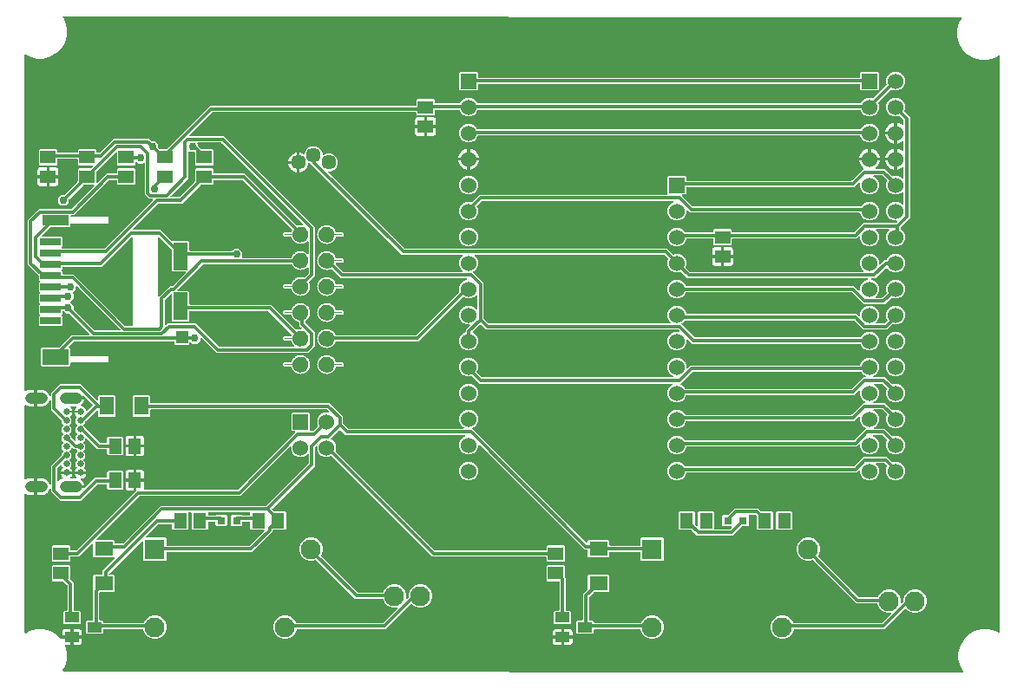
<source format=gbr>
G04 EAGLE Gerber RS-274X export*
G75*
%MOMM*%
%FSLAX34Y34*%
%LPD*%
%INTop Copper*%
%IPPOS*%
%AMOC8*
5,1,8,0,0,1.08239X$1,22.5*%
G01*
%ADD10R,2.000000X0.700000*%
%ADD11R,2.600000X1.000000*%
%ADD12R,2.600000X1.500000*%
%ADD13R,1.400000X2.700000*%
%ADD14R,1.200000X1.200000*%
%ADD15R,1.530000X1.530000*%
%ADD16C,1.530000*%
%ADD17R,1.500000X1.300000*%
%ADD18R,1.950000X1.950000*%
%ADD19C,1.950000*%
%ADD20R,1.400000X1.000000*%
%ADD21R,0.800000X0.800000*%
%ADD22C,1.943100*%
%ADD23R,1.800000X1.400000*%
%ADD24R,1.300000X1.500000*%
%ADD25C,0.650000*%
%ADD26C,1.108000*%
%ADD27R,1.400000X1.800000*%
%ADD28C,1.450000*%
%ADD29C,0.756400*%
%ADD30C,0.304800*%

G36*
X925484Y174067D02*
X925484Y174067D01*
X925579Y174076D01*
X925604Y174087D01*
X925632Y174091D01*
X925717Y174136D01*
X925804Y174174D01*
X925825Y174193D01*
X925849Y174206D01*
X925916Y174275D01*
X925986Y174340D01*
X926000Y174364D01*
X926019Y174384D01*
X926060Y174471D01*
X926106Y174555D01*
X926111Y174582D01*
X926123Y174607D01*
X926134Y174702D01*
X926151Y174796D01*
X926147Y174824D01*
X926150Y174851D01*
X926130Y174945D01*
X926117Y175040D01*
X926103Y175072D01*
X926098Y175092D01*
X926082Y175120D01*
X926049Y175194D01*
X923042Y180402D01*
X921259Y187056D01*
X921259Y193944D01*
X923042Y200598D01*
X926486Y206563D01*
X931357Y211434D01*
X937322Y214878D01*
X943976Y216661D01*
X950864Y216661D01*
X957518Y214878D01*
X960757Y213007D01*
X960847Y212974D01*
X960933Y212934D01*
X960961Y212930D01*
X960987Y212920D01*
X961083Y212917D01*
X961177Y212906D01*
X961205Y212912D01*
X961233Y212911D01*
X961325Y212939D01*
X961418Y212959D01*
X961442Y212973D01*
X961469Y212981D01*
X961547Y213036D01*
X961629Y213085D01*
X961647Y213106D01*
X961670Y213123D01*
X961727Y213199D01*
X961789Y213272D01*
X961799Y213298D01*
X961816Y213321D01*
X961845Y213411D01*
X961881Y213500D01*
X961885Y213535D01*
X961891Y213555D01*
X961891Y213588D01*
X961899Y213667D01*
X961899Y776397D01*
X961884Y776491D01*
X961875Y776586D01*
X961864Y776611D01*
X961860Y776639D01*
X961815Y776724D01*
X961777Y776811D01*
X961758Y776832D01*
X961744Y776857D01*
X961675Y776922D01*
X961611Y776993D01*
X961587Y777007D01*
X961566Y777026D01*
X961480Y777066D01*
X961396Y777113D01*
X961369Y777118D01*
X961343Y777130D01*
X961248Y777140D01*
X961155Y777158D01*
X961127Y777154D01*
X961099Y777157D01*
X961005Y777137D01*
X960911Y777123D01*
X960879Y777109D01*
X960858Y777105D01*
X960830Y777088D01*
X960757Y777056D01*
X956248Y774452D01*
X949594Y772669D01*
X942706Y772669D01*
X936052Y774452D01*
X930087Y777896D01*
X925216Y782767D01*
X921772Y788732D01*
X919989Y795386D01*
X919989Y802274D01*
X921772Y808928D01*
X924060Y812891D01*
X924094Y812980D01*
X924134Y813066D01*
X924137Y813094D01*
X924147Y813121D01*
X924151Y813216D01*
X924161Y813310D01*
X924155Y813338D01*
X924156Y813367D01*
X924129Y813458D01*
X924109Y813550D01*
X924095Y813575D01*
X924087Y813603D01*
X924032Y813680D01*
X923983Y813762D01*
X923962Y813780D01*
X923945Y813804D01*
X923869Y813860D01*
X923797Y813922D01*
X923770Y813933D01*
X923747Y813950D01*
X923657Y813979D01*
X923569Y814014D01*
X923533Y814018D01*
X923513Y814025D01*
X923480Y814024D01*
X923402Y814033D01*
X48223Y815176D01*
X48128Y815161D01*
X48033Y815152D01*
X48008Y815141D01*
X47980Y815137D01*
X47895Y815092D01*
X47808Y815054D01*
X47787Y815035D01*
X47763Y815022D01*
X47696Y814953D01*
X47626Y814888D01*
X47612Y814864D01*
X47593Y814844D01*
X47553Y814757D01*
X47506Y814673D01*
X47501Y814646D01*
X47489Y814621D01*
X47479Y814526D01*
X47461Y814432D01*
X47465Y814404D01*
X47462Y814377D01*
X47482Y814283D01*
X47495Y814188D01*
X47509Y814156D01*
X47514Y814136D01*
X47531Y814108D01*
X47563Y814034D01*
X49778Y810198D01*
X51561Y803544D01*
X51561Y796656D01*
X49778Y790002D01*
X46334Y784037D01*
X41463Y779166D01*
X35498Y775722D01*
X28844Y773939D01*
X21956Y773939D01*
X15302Y775722D01*
X11303Y778031D01*
X11214Y778065D01*
X11127Y778105D01*
X11099Y778108D01*
X11073Y778118D01*
X10977Y778122D01*
X10883Y778132D01*
X10855Y778126D01*
X10827Y778127D01*
X10735Y778100D01*
X10642Y778080D01*
X10618Y778066D01*
X10591Y778058D01*
X10513Y778003D01*
X10431Y777954D01*
X10413Y777932D01*
X10390Y777916D01*
X10333Y777840D01*
X10271Y777767D01*
X10261Y777741D01*
X10244Y777718D01*
X10215Y777627D01*
X10179Y777539D01*
X10175Y777504D01*
X10169Y777484D01*
X10169Y777451D01*
X10161Y777372D01*
X10161Y449863D01*
X10180Y449746D01*
X10199Y449626D01*
X10200Y449624D01*
X10200Y449620D01*
X10257Y449514D01*
X10312Y449408D01*
X10314Y449406D01*
X10316Y449403D01*
X10403Y449320D01*
X10489Y449237D01*
X10492Y449236D01*
X10494Y449234D01*
X10603Y449183D01*
X10711Y449132D01*
X10714Y449131D01*
X10717Y449130D01*
X10835Y449117D01*
X10955Y449103D01*
X10958Y449103D01*
X10961Y449103D01*
X11077Y449128D01*
X11196Y449153D01*
X11199Y449155D01*
X11202Y449155D01*
X11211Y449161D01*
X11345Y449230D01*
X11666Y449445D01*
X13137Y450054D01*
X14698Y450365D01*
X19535Y450365D01*
X19535Y443022D01*
X19538Y443003D01*
X19536Y442983D01*
X19558Y442881D01*
X19574Y442779D01*
X19584Y442762D01*
X19588Y442742D01*
X19641Y442653D01*
X19690Y442562D01*
X19704Y442548D01*
X19714Y442531D01*
X19793Y442464D01*
X19868Y442393D01*
X19886Y442384D01*
X19901Y442371D01*
X19997Y442333D01*
X20091Y442289D01*
X20111Y442287D01*
X20129Y442280D01*
X20053Y442267D01*
X20036Y442258D01*
X20016Y442254D01*
X19927Y442201D01*
X19836Y442152D01*
X19822Y442138D01*
X19805Y442128D01*
X19738Y442049D01*
X19666Y441974D01*
X19658Y441956D01*
X19645Y441941D01*
X19606Y441844D01*
X19563Y441751D01*
X19561Y441731D01*
X19553Y441713D01*
X19535Y441546D01*
X19535Y434203D01*
X14698Y434203D01*
X13137Y434514D01*
X11666Y435123D01*
X11345Y435338D01*
X11236Y435387D01*
X11127Y435438D01*
X11124Y435438D01*
X11121Y435440D01*
X11002Y435452D01*
X10883Y435465D01*
X10879Y435464D01*
X10876Y435465D01*
X10761Y435439D01*
X10642Y435413D01*
X10639Y435411D01*
X10636Y435410D01*
X10535Y435349D01*
X10431Y435287D01*
X10429Y435284D01*
X10426Y435283D01*
X10350Y435192D01*
X10271Y435100D01*
X10270Y435097D01*
X10268Y435094D01*
X10225Y434985D01*
X10179Y434871D01*
X10179Y434868D01*
X10178Y434865D01*
X10177Y434855D01*
X10161Y434705D01*
X10161Y363363D01*
X10180Y363246D01*
X10199Y363126D01*
X10200Y363124D01*
X10200Y363120D01*
X10256Y363015D01*
X10312Y362908D01*
X10314Y362906D01*
X10316Y362903D01*
X10403Y362820D01*
X10489Y362737D01*
X10492Y362736D01*
X10494Y362734D01*
X10603Y362683D01*
X10711Y362632D01*
X10714Y362631D01*
X10717Y362630D01*
X10835Y362617D01*
X10955Y362603D01*
X10958Y362603D01*
X10961Y362603D01*
X11077Y362628D01*
X11196Y362653D01*
X11199Y362655D01*
X11202Y362655D01*
X11211Y362661D01*
X11345Y362730D01*
X11666Y362945D01*
X13137Y363554D01*
X14698Y363865D01*
X19535Y363865D01*
X19535Y356522D01*
X19538Y356503D01*
X19536Y356483D01*
X19558Y356381D01*
X19574Y356279D01*
X19584Y356262D01*
X19588Y356242D01*
X19641Y356153D01*
X19690Y356062D01*
X19704Y356048D01*
X19714Y356031D01*
X19793Y355964D01*
X19868Y355893D01*
X19886Y355884D01*
X19901Y355871D01*
X19997Y355833D01*
X20091Y355789D01*
X20111Y355787D01*
X20129Y355780D01*
X20053Y355767D01*
X20036Y355758D01*
X20016Y355754D01*
X19927Y355701D01*
X19836Y355652D01*
X19822Y355638D01*
X19805Y355628D01*
X19738Y355549D01*
X19666Y355474D01*
X19658Y355456D01*
X19645Y355441D01*
X19606Y355344D01*
X19563Y355251D01*
X19561Y355231D01*
X19553Y355213D01*
X19535Y355046D01*
X19535Y347703D01*
X14698Y347703D01*
X13137Y348014D01*
X11666Y348623D01*
X11345Y348838D01*
X11236Y348887D01*
X11127Y348938D01*
X11124Y348938D01*
X11121Y348940D01*
X11002Y348952D01*
X10883Y348965D01*
X10879Y348964D01*
X10876Y348965D01*
X10761Y348939D01*
X10642Y348913D01*
X10639Y348911D01*
X10636Y348910D01*
X10535Y348849D01*
X10431Y348787D01*
X10429Y348784D01*
X10426Y348783D01*
X10350Y348692D01*
X10271Y348600D01*
X10270Y348597D01*
X10268Y348594D01*
X10225Y348485D01*
X10179Y348371D01*
X10179Y348368D01*
X10178Y348365D01*
X10177Y348355D01*
X10161Y348205D01*
X10161Y213228D01*
X10176Y213134D01*
X10185Y213039D01*
X10196Y213013D01*
X10200Y212985D01*
X10245Y212901D01*
X10283Y212814D01*
X10302Y212793D01*
X10316Y212768D01*
X10385Y212702D01*
X10449Y212632D01*
X10473Y212618D01*
X10494Y212598D01*
X10580Y212558D01*
X10664Y212512D01*
X10691Y212507D01*
X10717Y212495D01*
X10812Y212484D01*
X10905Y212467D01*
X10933Y212471D01*
X10961Y212468D01*
X11055Y212488D01*
X11149Y212501D01*
X11181Y212516D01*
X11202Y212520D01*
X11230Y212537D01*
X11303Y212569D01*
X15302Y214878D01*
X21956Y216661D01*
X28844Y216661D01*
X35498Y214878D01*
X41463Y211434D01*
X45470Y207427D01*
X45528Y207385D01*
X45580Y207336D01*
X45627Y207314D01*
X45669Y207284D01*
X45738Y207262D01*
X45803Y207232D01*
X45855Y207227D01*
X45905Y207211D01*
X45976Y207213D01*
X46047Y207205D01*
X46098Y207216D01*
X46150Y207218D01*
X46218Y207242D01*
X46288Y207257D01*
X46333Y207284D01*
X46381Y207302D01*
X46437Y207347D01*
X46499Y207384D01*
X46527Y207417D01*
X54787Y207417D01*
X54787Y201399D01*
X50555Y201399D01*
X50438Y201380D01*
X50320Y201362D01*
X50317Y201360D01*
X50312Y201360D01*
X50207Y201304D01*
X50102Y201249D01*
X50099Y201246D01*
X50095Y201244D01*
X50013Y201158D01*
X49930Y201073D01*
X49929Y201069D01*
X49926Y201066D01*
X49876Y200958D01*
X49824Y200851D01*
X49824Y200847D01*
X49822Y200843D01*
X49809Y200726D01*
X49795Y200607D01*
X49795Y200602D01*
X49795Y200599D01*
X49798Y200585D01*
X49820Y200441D01*
X51561Y193944D01*
X51561Y187056D01*
X49778Y180402D01*
X47432Y176340D01*
X47399Y176251D01*
X47359Y176165D01*
X47356Y176137D01*
X47345Y176110D01*
X47342Y176015D01*
X47331Y175921D01*
X47337Y175893D01*
X47336Y175864D01*
X47363Y175773D01*
X47383Y175680D01*
X47398Y175656D01*
X47406Y175628D01*
X47461Y175550D01*
X47509Y175469D01*
X47531Y175450D01*
X47548Y175427D01*
X47624Y175371D01*
X47696Y175309D01*
X47723Y175298D01*
X47746Y175281D01*
X47836Y175252D01*
X47924Y175217D01*
X47960Y175213D01*
X47980Y175206D01*
X48013Y175207D01*
X48091Y175198D01*
X925389Y174052D01*
X925484Y174067D01*
G37*
%LPC*%
G36*
X26928Y473385D02*
X26928Y473385D01*
X26035Y474278D01*
X26035Y490542D01*
X26928Y491435D01*
X43324Y491435D01*
X43414Y491449D01*
X43505Y491457D01*
X43535Y491469D01*
X43567Y491474D01*
X43647Y491517D01*
X43731Y491553D01*
X43763Y491579D01*
X43784Y491590D01*
X43806Y491613D01*
X43862Y491658D01*
X55887Y503683D01*
X73098Y503683D01*
X73169Y503694D01*
X73240Y503696D01*
X73289Y503714D01*
X73341Y503722D01*
X73404Y503756D01*
X73471Y503781D01*
X73512Y503813D01*
X73558Y503838D01*
X73607Y503890D01*
X73663Y503934D01*
X73692Y503978D01*
X73727Y504016D01*
X73758Y504081D01*
X73796Y504141D01*
X73809Y504192D01*
X73831Y504239D01*
X73839Y504310D01*
X73856Y504380D01*
X73852Y504432D01*
X73858Y504483D01*
X73843Y504554D01*
X73837Y504625D01*
X73817Y504673D01*
X73806Y504724D01*
X73769Y504785D01*
X73741Y504851D01*
X73696Y504907D01*
X73680Y504935D01*
X73662Y504950D01*
X73636Y504982D01*
X53796Y524822D01*
X53722Y524875D01*
X53653Y524935D01*
X53623Y524947D01*
X53596Y524966D01*
X53509Y524993D01*
X53425Y525027D01*
X53384Y525031D01*
X53361Y525038D01*
X53329Y525037D01*
X53258Y525045D01*
X50380Y525045D01*
X48384Y527041D01*
X48326Y527083D01*
X48274Y527132D01*
X48227Y527154D01*
X48185Y527184D01*
X48116Y527206D01*
X48051Y527236D01*
X47999Y527241D01*
X47949Y527257D01*
X47878Y527255D01*
X47807Y527263D01*
X47756Y527252D01*
X47704Y527250D01*
X47636Y527226D01*
X47566Y527211D01*
X47521Y527184D01*
X47473Y527166D01*
X47417Y527121D01*
X47355Y527084D01*
X47321Y527045D01*
X47281Y527012D01*
X47242Y526952D01*
X47195Y526897D01*
X47176Y526849D01*
X47148Y526805D01*
X47130Y526736D01*
X47103Y526669D01*
X47095Y526598D01*
X47087Y526567D01*
X47089Y526544D01*
X47085Y526503D01*
X47085Y524778D01*
X46255Y523948D01*
X46243Y523932D01*
X46227Y523920D01*
X46171Y523832D01*
X46111Y523749D01*
X46105Y523730D01*
X46094Y523713D01*
X46069Y523612D01*
X46039Y523513D01*
X46039Y523494D01*
X46034Y523474D01*
X46042Y523371D01*
X46045Y523268D01*
X46052Y523249D01*
X46053Y523229D01*
X46094Y523134D01*
X46129Y523037D01*
X46142Y523021D01*
X46150Y523003D01*
X46255Y522872D01*
X47085Y522042D01*
X47085Y513778D01*
X46192Y512885D01*
X24928Y512885D01*
X24035Y513778D01*
X24035Y522042D01*
X24865Y522872D01*
X24877Y522888D01*
X24893Y522900D01*
X24949Y522988D01*
X25009Y523071D01*
X25015Y523090D01*
X25026Y523107D01*
X25051Y523208D01*
X25081Y523307D01*
X25081Y523326D01*
X25086Y523346D01*
X25078Y523449D01*
X25075Y523552D01*
X25068Y523571D01*
X25067Y523591D01*
X25026Y523686D01*
X24991Y523783D01*
X24978Y523799D01*
X24970Y523817D01*
X24865Y523948D01*
X24035Y524778D01*
X24035Y533042D01*
X24865Y533872D01*
X24877Y533888D01*
X24893Y533900D01*
X24949Y533988D01*
X25009Y534071D01*
X25015Y534090D01*
X25026Y534107D01*
X25051Y534208D01*
X25081Y534307D01*
X25081Y534326D01*
X25086Y534346D01*
X25078Y534449D01*
X25075Y534552D01*
X25068Y534571D01*
X25067Y534591D01*
X25026Y534686D01*
X24991Y534783D01*
X24978Y534799D01*
X24970Y534817D01*
X24865Y534948D01*
X24035Y535778D01*
X24035Y544042D01*
X24865Y544872D01*
X24877Y544888D01*
X24893Y544900D01*
X24949Y544988D01*
X25009Y545071D01*
X25015Y545090D01*
X25026Y545107D01*
X25051Y545208D01*
X25081Y545307D01*
X25081Y545326D01*
X25086Y545346D01*
X25078Y545449D01*
X25075Y545552D01*
X25068Y545571D01*
X25067Y545591D01*
X25026Y545686D01*
X24991Y545783D01*
X24978Y545799D01*
X24970Y545817D01*
X24865Y545948D01*
X24035Y546778D01*
X24035Y555042D01*
X24865Y555872D01*
X24877Y555888D01*
X24893Y555900D01*
X24949Y555988D01*
X25009Y556071D01*
X25015Y556090D01*
X25026Y556107D01*
X25051Y556208D01*
X25081Y556307D01*
X25081Y556326D01*
X25086Y556346D01*
X25078Y556449D01*
X25075Y556552D01*
X25068Y556571D01*
X25067Y556591D01*
X25026Y556686D01*
X24991Y556783D01*
X24978Y556799D01*
X24970Y556817D01*
X24865Y556948D01*
X24035Y557778D01*
X24035Y561126D01*
X24021Y561216D01*
X24013Y561307D01*
X24001Y561337D01*
X23996Y561369D01*
X23953Y561449D01*
X23917Y561533D01*
X23891Y561565D01*
X23880Y561586D01*
X23857Y561608D01*
X23812Y561664D01*
X12953Y572523D01*
X12953Y616197D01*
X23883Y627127D01*
X55572Y627127D01*
X55662Y627141D01*
X55753Y627149D01*
X55783Y627161D01*
X55815Y627166D01*
X55895Y627209D01*
X55979Y627245D01*
X56011Y627271D01*
X56032Y627282D01*
X56054Y627305D01*
X56110Y627350D01*
X77956Y649196D01*
X77998Y649254D01*
X78047Y649306D01*
X78069Y649353D01*
X78100Y649395D01*
X78121Y649464D01*
X78151Y649529D01*
X78157Y649581D01*
X78172Y649631D01*
X78170Y649702D01*
X78178Y649773D01*
X78167Y649824D01*
X78166Y649876D01*
X78141Y649944D01*
X78126Y650014D01*
X78099Y650059D01*
X78081Y650107D01*
X78036Y650163D01*
X78000Y650225D01*
X77960Y650259D01*
X77928Y650299D01*
X77867Y650338D01*
X77813Y650385D01*
X77764Y650404D01*
X77721Y650432D01*
X77651Y650450D01*
X77585Y650477D01*
X77513Y650485D01*
X77482Y650493D01*
X77459Y650491D01*
X77418Y650495D01*
X67620Y650495D01*
X67530Y650481D01*
X67439Y650473D01*
X67409Y650461D01*
X67377Y650456D01*
X67297Y650413D01*
X67213Y650377D01*
X67181Y650351D01*
X67160Y650340D01*
X67138Y650317D01*
X67082Y650272D01*
X53536Y636726D01*
X53483Y636652D01*
X53423Y636583D01*
X53411Y636553D01*
X53392Y636526D01*
X53365Y636439D01*
X53331Y636355D01*
X53327Y636314D01*
X53320Y636291D01*
X53321Y636259D01*
X53313Y636188D01*
X53313Y633310D01*
X50204Y630201D01*
X45808Y630201D01*
X42699Y633310D01*
X42699Y637706D01*
X45808Y640815D01*
X48686Y640815D01*
X48776Y640829D01*
X48867Y640837D01*
X48897Y640849D01*
X48929Y640854D01*
X49009Y640897D01*
X49093Y640933D01*
X49125Y640959D01*
X49146Y640970D01*
X49168Y640993D01*
X49224Y641038D01*
X61872Y653686D01*
X61925Y653760D01*
X61985Y653829D01*
X61997Y653859D01*
X62016Y653886D01*
X62043Y653973D01*
X62077Y654057D01*
X62081Y654098D01*
X62088Y654121D01*
X62087Y654153D01*
X62095Y654224D01*
X62095Y665652D01*
X62988Y666545D01*
X74416Y666545D01*
X74506Y666559D01*
X74597Y666567D01*
X74627Y666579D01*
X74659Y666584D01*
X74739Y666627D01*
X74823Y666663D01*
X74855Y666689D01*
X74876Y666700D01*
X74898Y666723D01*
X74954Y666768D01*
X76382Y668196D01*
X76424Y668254D01*
X76473Y668306D01*
X76495Y668353D01*
X76526Y668395D01*
X76547Y668464D01*
X76577Y668529D01*
X76583Y668581D01*
X76598Y668631D01*
X76596Y668702D01*
X76604Y668773D01*
X76593Y668824D01*
X76592Y668876D01*
X76567Y668944D01*
X76552Y669014D01*
X76525Y669058D01*
X76507Y669107D01*
X76462Y669163D01*
X76426Y669225D01*
X76386Y669259D01*
X76354Y669299D01*
X76293Y669338D01*
X76239Y669385D01*
X76190Y669404D01*
X76147Y669432D01*
X76077Y669450D01*
X76011Y669477D01*
X75939Y669485D01*
X75908Y669493D01*
X75885Y669491D01*
X75844Y669495D01*
X62988Y669495D01*
X62095Y670388D01*
X62095Y675132D01*
X62092Y675152D01*
X62094Y675171D01*
X62072Y675273D01*
X62056Y675375D01*
X62046Y675392D01*
X62042Y675412D01*
X61989Y675501D01*
X61940Y675592D01*
X61926Y675606D01*
X61916Y675623D01*
X61837Y675690D01*
X61762Y675762D01*
X61744Y675770D01*
X61729Y675783D01*
X61633Y675822D01*
X61539Y675865D01*
X61519Y675867D01*
X61501Y675875D01*
X61334Y675893D01*
X42806Y675893D01*
X42786Y675890D01*
X42767Y675892D01*
X42665Y675870D01*
X42563Y675854D01*
X42546Y675844D01*
X42526Y675840D01*
X42437Y675787D01*
X42346Y675738D01*
X42332Y675724D01*
X42315Y675714D01*
X42248Y675635D01*
X42176Y675560D01*
X42168Y675542D01*
X42155Y675527D01*
X42116Y675431D01*
X42073Y675337D01*
X42071Y675317D01*
X42063Y675299D01*
X42045Y675132D01*
X42045Y670388D01*
X41152Y669495D01*
X24888Y669495D01*
X23995Y670388D01*
X23995Y684652D01*
X24888Y685545D01*
X41152Y685545D01*
X42045Y684652D01*
X42045Y682752D01*
X42048Y682732D01*
X42046Y682713D01*
X42068Y682611D01*
X42084Y682509D01*
X42094Y682492D01*
X42098Y682472D01*
X42151Y682383D01*
X42200Y682292D01*
X42214Y682278D01*
X42224Y682261D01*
X42303Y682194D01*
X42378Y682122D01*
X42396Y682114D01*
X42411Y682101D01*
X42507Y682062D01*
X42601Y682019D01*
X42621Y682017D01*
X42639Y682009D01*
X42806Y681991D01*
X61334Y681991D01*
X61354Y681994D01*
X61373Y681992D01*
X61475Y682014D01*
X61577Y682030D01*
X61594Y682040D01*
X61614Y682044D01*
X61703Y682097D01*
X61794Y682146D01*
X61808Y682160D01*
X61825Y682170D01*
X61892Y682249D01*
X61964Y682324D01*
X61972Y682342D01*
X61985Y682357D01*
X62024Y682453D01*
X62067Y682547D01*
X62069Y682567D01*
X62077Y682585D01*
X62095Y682752D01*
X62095Y684652D01*
X62988Y685545D01*
X79252Y685545D01*
X80145Y684652D01*
X80145Y682752D01*
X80148Y682732D01*
X80146Y682713D01*
X80168Y682611D01*
X80184Y682509D01*
X80194Y682492D01*
X80198Y682472D01*
X80251Y682383D01*
X80300Y682292D01*
X80314Y682278D01*
X80324Y682261D01*
X80403Y682194D01*
X80478Y682122D01*
X80496Y682114D01*
X80511Y682101D01*
X80607Y682062D01*
X80701Y682019D01*
X80721Y682017D01*
X80739Y682009D01*
X80906Y681991D01*
X83004Y681991D01*
X83094Y682005D01*
X83185Y682013D01*
X83215Y682025D01*
X83247Y682030D01*
X83327Y682073D01*
X83411Y682109D01*
X83443Y682135D01*
X83464Y682146D01*
X83486Y682169D01*
X83542Y682214D01*
X97035Y695707D01*
X131565Y695707D01*
X133656Y693616D01*
X133730Y693563D01*
X133799Y693503D01*
X133829Y693491D01*
X133856Y693472D01*
X133943Y693445D01*
X134027Y693411D01*
X134068Y693407D01*
X134091Y693400D01*
X134123Y693401D01*
X134194Y693393D01*
X137072Y693393D01*
X140181Y690284D01*
X140181Y687406D01*
X140195Y687316D01*
X140203Y687225D01*
X140215Y687195D01*
X140220Y687163D01*
X140263Y687083D01*
X140299Y686999D01*
X140325Y686967D01*
X140336Y686946D01*
X140359Y686924D01*
X140404Y686868D01*
X141504Y685768D01*
X141578Y685715D01*
X141647Y685655D01*
X141677Y685643D01*
X141704Y685624D01*
X141791Y685597D01*
X141875Y685563D01*
X141916Y685559D01*
X141939Y685552D01*
X141971Y685553D01*
X142042Y685545D01*
X148280Y685545D01*
X148370Y685559D01*
X148461Y685567D01*
X148491Y685579D01*
X148523Y685584D01*
X148603Y685627D01*
X148687Y685663D01*
X148719Y685689D01*
X148740Y685700D01*
X148762Y685723D01*
X148818Y685768D01*
X190761Y727711D01*
X391534Y727711D01*
X391554Y727714D01*
X391573Y727712D01*
X391675Y727734D01*
X391777Y727750D01*
X391794Y727760D01*
X391814Y727764D01*
X391903Y727817D01*
X391994Y727866D01*
X392008Y727880D01*
X392025Y727890D01*
X392092Y727969D01*
X392164Y728044D01*
X392172Y728062D01*
X392185Y728077D01*
X392224Y728173D01*
X392267Y728267D01*
X392269Y728287D01*
X392277Y728305D01*
X392295Y728472D01*
X392295Y733674D01*
X393188Y734567D01*
X409452Y734567D01*
X410345Y733674D01*
X410345Y730758D01*
X410348Y730738D01*
X410346Y730719D01*
X410368Y730617D01*
X410384Y730515D01*
X410394Y730498D01*
X410398Y730478D01*
X410451Y730389D01*
X410500Y730298D01*
X410514Y730284D01*
X410524Y730267D01*
X410603Y730200D01*
X410678Y730128D01*
X410696Y730120D01*
X410711Y730107D01*
X410807Y730068D01*
X410901Y730025D01*
X410921Y730023D01*
X410939Y730015D01*
X411106Y729997D01*
X434264Y729997D01*
X434379Y730016D01*
X434495Y730033D01*
X434501Y730035D01*
X434507Y730036D01*
X434609Y730091D01*
X434714Y730144D01*
X434719Y730149D01*
X434724Y730152D01*
X434804Y730236D01*
X434886Y730320D01*
X434890Y730326D01*
X434893Y730330D01*
X434901Y730347D01*
X434967Y730467D01*
X435452Y731637D01*
X438033Y734218D01*
X441405Y735615D01*
X445055Y735615D01*
X448427Y734218D01*
X451008Y731637D01*
X451493Y730467D01*
X451554Y730367D01*
X451614Y730267D01*
X451619Y730263D01*
X451622Y730258D01*
X451712Y730183D01*
X451801Y730107D01*
X451807Y730105D01*
X451812Y730101D01*
X451920Y730059D01*
X452029Y730015D01*
X452037Y730014D01*
X452041Y730013D01*
X452060Y730012D01*
X452196Y729997D01*
X825424Y729997D01*
X825539Y730016D01*
X825655Y730033D01*
X825661Y730035D01*
X825667Y730036D01*
X825769Y730091D01*
X825874Y730144D01*
X825879Y730149D01*
X825884Y730152D01*
X825964Y730236D01*
X826046Y730320D01*
X826050Y730326D01*
X826053Y730330D01*
X826061Y730347D01*
X826127Y730467D01*
X826612Y731637D01*
X829193Y734218D01*
X832565Y735615D01*
X836215Y735615D01*
X837534Y735068D01*
X837648Y735042D01*
X837761Y735013D01*
X837768Y735014D01*
X837774Y735012D01*
X837890Y735023D01*
X838006Y735032D01*
X838012Y735035D01*
X838018Y735035D01*
X838126Y735083D01*
X838233Y735129D01*
X838239Y735133D01*
X838243Y735135D01*
X838257Y735148D01*
X838364Y735233D01*
X850997Y747866D01*
X851064Y747960D01*
X851135Y748055D01*
X851137Y748061D01*
X851140Y748066D01*
X851174Y748177D01*
X851211Y748289D01*
X851211Y748295D01*
X851213Y748301D01*
X851210Y748418D01*
X851208Y748535D01*
X851206Y748542D01*
X851206Y748547D01*
X851200Y748565D01*
X851162Y748696D01*
X850615Y750015D01*
X850615Y753665D01*
X852012Y757037D01*
X854593Y759618D01*
X857965Y761015D01*
X861615Y761015D01*
X864987Y759618D01*
X867568Y757037D01*
X868965Y753665D01*
X868965Y750015D01*
X867568Y746643D01*
X864987Y744062D01*
X861615Y742665D01*
X857965Y742665D01*
X855927Y743509D01*
X855814Y743536D01*
X855700Y743565D01*
X855694Y743564D01*
X855688Y743565D01*
X855571Y743554D01*
X855455Y743545D01*
X855449Y743543D01*
X855443Y743542D01*
X855336Y743495D01*
X855229Y743449D01*
X855223Y743444D01*
X855218Y743442D01*
X855205Y743430D01*
X855098Y743344D01*
X842886Y731132D01*
X842818Y731038D01*
X842748Y730944D01*
X842746Y730937D01*
X842742Y730932D01*
X842708Y730822D01*
X842672Y730710D01*
X842672Y730703D01*
X842670Y730697D01*
X842673Y730581D01*
X842674Y730464D01*
X842676Y730456D01*
X842676Y730451D01*
X842683Y730434D01*
X842721Y730303D01*
X843565Y728265D01*
X843565Y724615D01*
X842168Y721243D01*
X839587Y718662D01*
X836215Y717265D01*
X832565Y717265D01*
X829193Y718662D01*
X826612Y721243D01*
X825706Y723429D01*
X825644Y723529D01*
X825585Y723629D01*
X825580Y723633D01*
X825577Y723638D01*
X825486Y723713D01*
X825398Y723789D01*
X825392Y723791D01*
X825387Y723795D01*
X825279Y723837D01*
X825170Y723881D01*
X825162Y723882D01*
X825158Y723883D01*
X825139Y723884D01*
X825003Y723899D01*
X452617Y723899D01*
X452502Y723880D01*
X452386Y723863D01*
X452380Y723861D01*
X452374Y723860D01*
X452272Y723805D01*
X452167Y723752D01*
X452162Y723747D01*
X452157Y723744D01*
X452077Y723660D01*
X451994Y723576D01*
X451991Y723570D01*
X451987Y723566D01*
X451980Y723549D01*
X451914Y723429D01*
X451008Y721243D01*
X448427Y718662D01*
X445055Y717265D01*
X441405Y717265D01*
X438033Y718662D01*
X435452Y721243D01*
X434546Y723429D01*
X434484Y723529D01*
X434425Y723629D01*
X434420Y723633D01*
X434417Y723638D01*
X434326Y723713D01*
X434238Y723789D01*
X434232Y723791D01*
X434227Y723795D01*
X434119Y723837D01*
X434010Y723881D01*
X434002Y723882D01*
X433998Y723883D01*
X433979Y723884D01*
X433843Y723899D01*
X411106Y723899D01*
X411086Y723896D01*
X411067Y723898D01*
X410965Y723876D01*
X410863Y723860D01*
X410846Y723850D01*
X410826Y723846D01*
X410737Y723793D01*
X410646Y723744D01*
X410632Y723730D01*
X410615Y723720D01*
X410548Y723641D01*
X410476Y723566D01*
X410468Y723548D01*
X410455Y723533D01*
X410416Y723437D01*
X410373Y723343D01*
X410371Y723323D01*
X410363Y723305D01*
X410345Y723138D01*
X410345Y719410D01*
X409452Y718517D01*
X393188Y718517D01*
X392295Y719410D01*
X392295Y720852D01*
X392292Y720872D01*
X392294Y720891D01*
X392272Y720993D01*
X392256Y721095D01*
X392246Y721112D01*
X392242Y721132D01*
X392189Y721221D01*
X392140Y721312D01*
X392126Y721326D01*
X392116Y721343D01*
X392037Y721410D01*
X391962Y721482D01*
X391944Y721490D01*
X391929Y721503D01*
X391833Y721542D01*
X391739Y721585D01*
X391719Y721587D01*
X391701Y721595D01*
X391534Y721613D01*
X193602Y721613D01*
X193512Y721599D01*
X193421Y721591D01*
X193391Y721579D01*
X193359Y721574D01*
X193279Y721531D01*
X193195Y721495D01*
X193163Y721469D01*
X193142Y721458D01*
X193120Y721435D01*
X193064Y721390D01*
X170966Y699292D01*
X170924Y699234D01*
X170875Y699182D01*
X170853Y699135D01*
X170822Y699093D01*
X170801Y699024D01*
X170771Y698959D01*
X170765Y698907D01*
X170750Y698857D01*
X170752Y698786D01*
X170744Y698715D01*
X170755Y698664D01*
X170756Y698612D01*
X170781Y698544D01*
X170796Y698474D01*
X170823Y698429D01*
X170841Y698381D01*
X170886Y698325D01*
X170922Y698263D01*
X170962Y698229D01*
X170994Y698189D01*
X171055Y698150D01*
X171109Y698103D01*
X171158Y698084D01*
X171201Y698056D01*
X171271Y698038D01*
X171337Y698011D01*
X171409Y698003D01*
X171440Y697995D01*
X171463Y697997D01*
X171504Y697993D01*
X204717Y697993D01*
X293371Y609339D01*
X293371Y561093D01*
X287970Y555693D01*
X287902Y555598D01*
X287832Y555504D01*
X287830Y555498D01*
X287827Y555493D01*
X287792Y555381D01*
X287756Y555270D01*
X287756Y555264D01*
X287754Y555258D01*
X287757Y555140D01*
X287758Y555024D01*
X287760Y555017D01*
X287761Y555012D01*
X287767Y554994D01*
X287805Y554863D01*
X287840Y554779D01*
X287852Y554760D01*
X287858Y554739D01*
X287916Y554656D01*
X287970Y554570D01*
X287986Y554556D01*
X287999Y554538D01*
X288029Y554514D01*
X288097Y554192D01*
X288108Y554164D01*
X288138Y554059D01*
X288435Y553342D01*
X288439Y553336D01*
X288443Y553324D01*
X288450Y553308D01*
X288452Y553302D01*
X288575Y553005D01*
X288575Y552024D01*
X288577Y552010D01*
X288591Y551866D01*
X288641Y551632D01*
X288599Y551536D01*
X288598Y551524D01*
X288593Y551513D01*
X288575Y551347D01*
X288575Y551013D01*
X288577Y551002D01*
X288575Y550990D01*
X288597Y550880D01*
X288614Y550771D01*
X288620Y550760D01*
X288622Y550749D01*
X288639Y550716D01*
X288591Y550494D01*
X288591Y550480D01*
X288575Y550336D01*
X288575Y549355D01*
X288452Y549058D01*
X288451Y549053D01*
X288443Y549036D01*
X288441Y549029D01*
X288435Y549018D01*
X288138Y548301D01*
X288132Y548273D01*
X288097Y548168D01*
X288026Y547836D01*
X288022Y547831D01*
X287947Y547763D01*
X287936Y547744D01*
X287921Y547728D01*
X287840Y547581D01*
X287708Y547263D01*
X287708Y547261D01*
X287707Y547260D01*
X287678Y547135D01*
X287652Y547024D01*
X287652Y547022D01*
X287652Y547020D01*
X287653Y547001D01*
X287582Y546903D01*
X287579Y546898D01*
X287575Y546894D01*
X287495Y546747D01*
X287178Y545983D01*
X286795Y545600D01*
X286753Y545542D01*
X286704Y545490D01*
X286685Y545450D01*
X286295Y545098D01*
X286289Y545091D01*
X286288Y545090D01*
X286281Y545083D01*
X286266Y545071D01*
X286253Y545058D01*
X286234Y545031D01*
X286175Y544966D01*
X285919Y544614D01*
X285915Y544612D01*
X285828Y544584D01*
X285803Y544565D01*
X285773Y544552D01*
X285642Y544447D01*
X285375Y544180D01*
X285308Y544087D01*
X285252Y544013D01*
X285234Y544002D01*
X285222Y543992D01*
X285207Y543986D01*
X285076Y543881D01*
X284597Y543402D01*
X283888Y543108D01*
X283836Y543076D01*
X283779Y543052D01*
X283732Y543012D01*
X283679Y542979D01*
X283666Y542963D01*
X283211Y542815D01*
X283199Y542809D01*
X283066Y542751D01*
X282679Y542527D01*
X282609Y542534D01*
X282568Y542525D01*
X282526Y542524D01*
X282377Y542481D01*
X282369Y542479D01*
X282368Y542478D01*
X282365Y542478D01*
X281963Y542311D01*
X281874Y542256D01*
X281869Y542253D01*
X281715Y542208D01*
X281225Y542005D01*
X280839Y542005D01*
X280804Y541999D01*
X280787Y542001D01*
X280745Y542005D01*
X280244Y542005D01*
X280188Y541996D01*
X280132Y541997D01*
X280068Y541976D01*
X280002Y541966D01*
X279966Y541947D01*
X279485Y541991D01*
X279461Y541989D01*
X279336Y541990D01*
X278868Y541941D01*
X278838Y541957D01*
X278788Y541967D01*
X278740Y541987D01*
X278624Y542000D01*
X278597Y542005D01*
X278587Y542004D01*
X278573Y542005D01*
X278369Y542005D01*
X278270Y541989D01*
X278123Y542005D01*
X277575Y542005D01*
X277182Y542168D01*
X277151Y542175D01*
X277124Y542189D01*
X277114Y542191D01*
X277079Y542211D01*
X276845Y542308D01*
X276782Y542323D01*
X276722Y542347D01*
X276663Y542350D01*
X276606Y542364D01*
X276585Y542362D01*
X276129Y542589D01*
X276101Y542598D01*
X275997Y542640D01*
X275537Y542771D01*
X275502Y542815D01*
X275462Y542841D01*
X275428Y542875D01*
X275314Y542937D01*
X275296Y542949D01*
X275290Y542951D01*
X275281Y542955D01*
X275169Y543002D01*
X275055Y543029D01*
X274982Y543047D01*
X274965Y543060D01*
X274953Y543066D01*
X274944Y543075D01*
X274797Y543156D01*
X274203Y543402D01*
X273780Y543825D01*
X273720Y543868D01*
X273667Y543918D01*
X273621Y543939D01*
X273586Y543964D01*
X273229Y544358D01*
X273207Y544375D01*
X273125Y544453D01*
X272752Y544735D01*
X272748Y544746D01*
X272723Y544826D01*
X272700Y544859D01*
X272684Y544895D01*
X272579Y545026D01*
X272536Y545069D01*
X272534Y545070D01*
X272533Y545072D01*
X272433Y545143D01*
X272336Y545213D01*
X272334Y545213D01*
X272332Y545215D01*
X272313Y545221D01*
X272247Y545329D01*
X272243Y545333D01*
X272241Y545337D01*
X272137Y545468D01*
X271622Y545983D01*
X271467Y546358D01*
X271424Y546427D01*
X271389Y546501D01*
X271376Y546515D01*
X271167Y547057D01*
X271153Y547081D01*
X271105Y547183D01*
X270866Y547572D01*
X270865Y547612D01*
X270872Y547704D01*
X270864Y547734D01*
X270864Y547765D01*
X270817Y547926D01*
X270813Y547937D01*
X270811Y547940D01*
X270810Y547942D01*
X270806Y547948D01*
X270804Y547957D01*
X270742Y548051D01*
X270683Y548146D01*
X270675Y548153D01*
X270669Y548162D01*
X270626Y548200D01*
X270602Y548331D01*
X270577Y548401D01*
X270561Y548474D01*
X270535Y548516D01*
X270519Y548563D01*
X270473Y548621D01*
X270435Y548685D01*
X270397Y548717D01*
X270366Y548756D01*
X270304Y548796D01*
X270248Y548845D01*
X270202Y548863D01*
X270161Y548890D01*
X270089Y548909D01*
X270019Y548937D01*
X269953Y548944D01*
X269922Y548952D01*
X269897Y548950D01*
X269853Y548955D01*
X263448Y548955D01*
X262525Y549878D01*
X262525Y552482D01*
X263448Y553405D01*
X269853Y553405D01*
X269926Y553417D01*
X270001Y553419D01*
X270047Y553437D01*
X270095Y553444D01*
X270161Y553479D01*
X270231Y553505D01*
X270269Y553536D01*
X270313Y553560D01*
X270364Y553613D01*
X270422Y553660D01*
X270448Y553702D01*
X270482Y553738D01*
X270514Y553806D01*
X270553Y553868D01*
X270573Y553932D01*
X270586Y553961D01*
X270589Y553986D01*
X270602Y554029D01*
X270627Y554169D01*
X270638Y554181D01*
X270719Y554258D01*
X270724Y554268D01*
X270732Y554276D01*
X270813Y554423D01*
X270817Y554434D01*
X270823Y554458D01*
X270832Y554477D01*
X270833Y554482D01*
X270838Y554491D01*
X270852Y554583D01*
X270873Y554673D01*
X270870Y554704D01*
X270875Y554735D01*
X270868Y554792D01*
X271105Y555177D01*
X271116Y555203D01*
X271167Y555303D01*
X271375Y555844D01*
X271386Y555855D01*
X271412Y555903D01*
X271430Y555926D01*
X271440Y555953D01*
X271467Y556002D01*
X271622Y556377D01*
X272137Y556892D01*
X272139Y556896D01*
X272143Y556898D01*
X272246Y557031D01*
X272320Y557150D01*
X272401Y557184D01*
X272403Y557185D01*
X272405Y557186D01*
X272536Y557291D01*
X272579Y557334D01*
X272602Y557366D01*
X272632Y557392D01*
X272674Y557466D01*
X272723Y557534D01*
X272734Y557572D01*
X272754Y557606D01*
X272761Y557631D01*
X273084Y557876D01*
X273084Y557877D01*
X273085Y557877D01*
X273125Y557907D01*
X273145Y557928D01*
X273229Y558002D01*
X273598Y558408D01*
X273649Y558430D01*
X273703Y558473D01*
X273730Y558489D01*
X273746Y558508D01*
X273780Y558535D01*
X274203Y558958D01*
X274797Y559204D01*
X274808Y559211D01*
X274821Y559215D01*
X274965Y559300D01*
X274979Y559311D01*
X275008Y559311D01*
X275015Y559313D01*
X275019Y559313D01*
X275036Y559320D01*
X275169Y559358D01*
X275281Y559405D01*
X275322Y559430D01*
X275366Y559446D01*
X275426Y559494D01*
X275490Y559534D01*
X275521Y559571D01*
X275546Y559591D01*
X275997Y559720D01*
X276023Y559732D01*
X276129Y559771D01*
X276588Y560000D01*
X276619Y560005D01*
X276684Y560006D01*
X276765Y560029D01*
X276798Y560034D01*
X276814Y560043D01*
X276817Y560044D01*
X276823Y560045D01*
X276826Y560047D01*
X276845Y560052D01*
X277079Y560149D01*
X277117Y560173D01*
X277181Y560192D01*
X277575Y560355D01*
X278123Y560355D01*
X278144Y560358D01*
X278166Y560356D01*
X278234Y560367D01*
X278259Y560367D01*
X278369Y560355D01*
X278573Y560355D01*
X278624Y560363D01*
X278676Y560362D01*
X278744Y560383D01*
X278816Y560394D01*
X278861Y560419D01*
X278865Y560420D01*
X279336Y560370D01*
X279360Y560372D01*
X279485Y560369D01*
X279958Y560413D01*
X279970Y560406D01*
X280025Y560394D01*
X280078Y560373D01*
X280180Y560362D01*
X280210Y560355D01*
X280223Y560357D01*
X280244Y560355D01*
X280745Y560355D01*
X280783Y560361D01*
X280839Y560355D01*
X281225Y560355D01*
X281715Y560152D01*
X281741Y560146D01*
X281763Y560134D01*
X281838Y560117D01*
X281846Y560110D01*
X281875Y560097D01*
X281963Y560049D01*
X282365Y559882D01*
X282406Y559873D01*
X282444Y559855D01*
X282525Y559845D01*
X282605Y559826D01*
X282646Y559830D01*
X282688Y559825D01*
X282694Y559826D01*
X282726Y559814D01*
X282763Y559790D01*
X282841Y559770D01*
X282916Y559742D01*
X282959Y559740D01*
X283002Y559730D01*
X283081Y559736D01*
X283161Y559733D01*
X283204Y559746D01*
X283247Y559749D01*
X283321Y559780D01*
X283397Y559803D01*
X283433Y559828D01*
X283473Y559845D01*
X283587Y559936D01*
X283599Y559944D01*
X283601Y559947D01*
X283604Y559950D01*
X287050Y563396D01*
X287103Y563470D01*
X287163Y563539D01*
X287175Y563569D01*
X287194Y563596D01*
X287221Y563683D01*
X287255Y563767D01*
X287259Y563808D01*
X287266Y563831D01*
X287265Y563863D01*
X287273Y563934D01*
X287273Y569536D01*
X287272Y569543D01*
X287273Y569551D01*
X287252Y569665D01*
X287234Y569778D01*
X287230Y569785D01*
X287228Y569793D01*
X287172Y569895D01*
X287118Y569996D01*
X287113Y570001D01*
X287109Y570008D01*
X287023Y570086D01*
X286940Y570165D01*
X286933Y570168D01*
X286927Y570174D01*
X286821Y570220D01*
X286717Y570269D01*
X286709Y570270D01*
X286702Y570273D01*
X286586Y570283D01*
X286473Y570296D01*
X286465Y570294D01*
X286457Y570295D01*
X286345Y570268D01*
X286232Y570244D01*
X286225Y570239D01*
X286218Y570238D01*
X286120Y570176D01*
X286021Y570117D01*
X286016Y570111D01*
X286009Y570107D01*
X285928Y570018D01*
X285915Y570012D01*
X285828Y569984D01*
X285803Y569965D01*
X285773Y569952D01*
X285642Y569847D01*
X285375Y569580D01*
X285308Y569487D01*
X285252Y569413D01*
X285234Y569402D01*
X285222Y569392D01*
X285207Y569386D01*
X285076Y569281D01*
X284597Y568802D01*
X283888Y568508D01*
X283836Y568476D01*
X283779Y568452D01*
X283732Y568412D01*
X283679Y568379D01*
X283666Y568363D01*
X283211Y568215D01*
X283199Y568209D01*
X283066Y568151D01*
X282679Y567927D01*
X282609Y567934D01*
X282568Y567925D01*
X282526Y567924D01*
X282377Y567881D01*
X282369Y567879D01*
X282368Y567878D01*
X282365Y567878D01*
X281963Y567711D01*
X281874Y567656D01*
X281869Y567653D01*
X281715Y567608D01*
X281225Y567405D01*
X280839Y567405D01*
X280804Y567399D01*
X280787Y567401D01*
X280745Y567405D01*
X280244Y567405D01*
X280188Y567396D01*
X280132Y567397D01*
X280068Y567376D01*
X280002Y567366D01*
X279966Y567347D01*
X279485Y567391D01*
X279461Y567389D01*
X279336Y567390D01*
X278868Y567341D01*
X278838Y567357D01*
X278788Y567367D01*
X278740Y567387D01*
X278624Y567400D01*
X278597Y567405D01*
X278587Y567404D01*
X278573Y567405D01*
X278369Y567405D01*
X278270Y567389D01*
X278123Y567405D01*
X277575Y567405D01*
X277182Y567568D01*
X277151Y567575D01*
X277124Y567589D01*
X277114Y567591D01*
X277079Y567611D01*
X276845Y567708D01*
X276782Y567723D01*
X276722Y567747D01*
X276663Y567750D01*
X276606Y567764D01*
X276585Y567762D01*
X276129Y567989D01*
X276101Y567998D01*
X275997Y568040D01*
X275537Y568171D01*
X275502Y568215D01*
X275462Y568241D01*
X275428Y568275D01*
X275314Y568337D01*
X275296Y568349D01*
X275290Y568351D01*
X275281Y568355D01*
X275169Y568402D01*
X275055Y568429D01*
X274982Y568447D01*
X274965Y568460D01*
X274954Y568466D01*
X274944Y568475D01*
X274797Y568556D01*
X274203Y568802D01*
X273780Y569225D01*
X273720Y569268D01*
X273667Y569318D01*
X273621Y569339D01*
X273586Y569364D01*
X273229Y569758D01*
X273206Y569776D01*
X273125Y569853D01*
X272752Y570135D01*
X272748Y570146D01*
X272723Y570226D01*
X272700Y570258D01*
X272684Y570295D01*
X272616Y570379D01*
X272608Y570393D01*
X272600Y570400D01*
X272579Y570426D01*
X272536Y570469D01*
X272534Y570470D01*
X272533Y570472D01*
X272432Y570544D01*
X272422Y570553D01*
X272417Y570554D01*
X272336Y570612D01*
X272334Y570613D01*
X272332Y570615D01*
X272313Y570621D01*
X272247Y570729D01*
X272243Y570733D01*
X272241Y570737D01*
X272137Y570868D01*
X271622Y571383D01*
X271467Y571758D01*
X271424Y571827D01*
X271389Y571901D01*
X271376Y571915D01*
X271167Y572457D01*
X271165Y572462D01*
X271164Y572465D01*
X271149Y572490D01*
X271105Y572583D01*
X271057Y572661D01*
X271020Y572704D01*
X270991Y572753D01*
X270940Y572796D01*
X270896Y572847D01*
X270847Y572876D01*
X270804Y572913D01*
X270742Y572938D01*
X270684Y572972D01*
X270628Y572984D01*
X270575Y573005D01*
X270474Y573016D01*
X270443Y573022D01*
X270430Y573021D01*
X270409Y573023D01*
X184458Y573023D01*
X184368Y573009D01*
X184277Y573001D01*
X184247Y572989D01*
X184215Y572984D01*
X184135Y572941D01*
X184051Y572905D01*
X184019Y572879D01*
X183998Y572868D01*
X183976Y572845D01*
X183920Y572800D01*
X159354Y548234D01*
X159312Y548176D01*
X159263Y548124D01*
X159241Y548077D01*
X159210Y548035D01*
X159189Y547966D01*
X159159Y547901D01*
X159153Y547849D01*
X159138Y547799D01*
X159140Y547728D01*
X159132Y547657D01*
X159143Y547606D01*
X159144Y547554D01*
X159169Y547486D01*
X159184Y547416D01*
X159211Y547371D01*
X159229Y547323D01*
X159274Y547267D01*
X159310Y547205D01*
X159350Y547171D01*
X159382Y547131D01*
X159443Y547092D01*
X159497Y547045D01*
X159546Y547026D01*
X159589Y546998D01*
X159659Y546980D01*
X159725Y546953D01*
X159797Y546945D01*
X159828Y546937D01*
X159851Y546939D01*
X159892Y546935D01*
X170192Y546935D01*
X171085Y546042D01*
X171085Y534162D01*
X171088Y534142D01*
X171086Y534123D01*
X171108Y534021D01*
X171124Y533919D01*
X171134Y533902D01*
X171138Y533882D01*
X171191Y533793D01*
X171240Y533702D01*
X171254Y533688D01*
X171264Y533671D01*
X171343Y533604D01*
X171418Y533532D01*
X171436Y533524D01*
X171451Y533511D01*
X171547Y533472D01*
X171641Y533429D01*
X171661Y533427D01*
X171679Y533419D01*
X171846Y533401D01*
X250437Y533401D01*
X274841Y508997D01*
X274900Y508954D01*
X274954Y508904D01*
X274999Y508883D01*
X275040Y508854D01*
X275110Y508832D01*
X275177Y508801D01*
X275227Y508796D01*
X275275Y508781D01*
X275349Y508783D01*
X275422Y508775D01*
X275489Y508787D01*
X275521Y508788D01*
X275544Y508796D01*
X275587Y508803D01*
X275997Y508920D01*
X276023Y508932D01*
X276129Y508971D01*
X276588Y509200D01*
X276619Y509205D01*
X276684Y509206D01*
X276765Y509229D01*
X276798Y509234D01*
X276814Y509243D01*
X276845Y509252D01*
X277079Y509349D01*
X277117Y509373D01*
X277181Y509392D01*
X277575Y509555D01*
X278123Y509555D01*
X278144Y509558D01*
X278166Y509556D01*
X278234Y509567D01*
X278259Y509567D01*
X278369Y509555D01*
X278573Y509555D01*
X278624Y509563D01*
X278676Y509562D01*
X278744Y509583D01*
X278816Y509594D01*
X278861Y509619D01*
X278865Y509620D01*
X279336Y509570D01*
X279360Y509572D01*
X279485Y509569D01*
X279849Y509603D01*
X279885Y509612D01*
X279922Y509613D01*
X280003Y509643D01*
X280087Y509664D01*
X280118Y509685D01*
X280153Y509697D01*
X280220Y509751D01*
X280293Y509799D01*
X280316Y509828D01*
X280345Y509851D01*
X280392Y509924D01*
X280445Y509992D01*
X280458Y510027D01*
X280478Y510058D01*
X280499Y510142D01*
X280528Y510224D01*
X280529Y510261D01*
X280538Y510296D01*
X280531Y510383D01*
X280533Y510470D01*
X280521Y510505D01*
X280519Y510542D01*
X280485Y510621D01*
X280459Y510704D01*
X280437Y510734D01*
X280422Y510768D01*
X280317Y510899D01*
X278129Y513087D01*
X278129Y515867D01*
X278127Y515881D01*
X278128Y515892D01*
X278116Y515950D01*
X278111Y515981D01*
X278093Y516098D01*
X278091Y516104D01*
X278090Y516110D01*
X278035Y516212D01*
X277982Y516317D01*
X277977Y516322D01*
X277974Y516327D01*
X277890Y516407D01*
X277806Y516489D01*
X277800Y516493D01*
X277796Y516497D01*
X277779Y516504D01*
X277659Y516570D01*
X277181Y516768D01*
X277151Y516775D01*
X277124Y516789D01*
X277114Y516791D01*
X277079Y516811D01*
X276845Y516908D01*
X276782Y516923D01*
X276722Y516947D01*
X276663Y516950D01*
X276606Y516964D01*
X276585Y516962D01*
X276129Y517189D01*
X276101Y517198D01*
X275997Y517240D01*
X275537Y517371D01*
X275502Y517415D01*
X275462Y517441D01*
X275428Y517475D01*
X275314Y517537D01*
X275296Y517549D01*
X275290Y517551D01*
X275281Y517555D01*
X275169Y517602D01*
X275055Y517629D01*
X274982Y517647D01*
X274965Y517660D01*
X274953Y517666D01*
X274944Y517675D01*
X274797Y517756D01*
X274203Y518002D01*
X273780Y518425D01*
X273720Y518468D01*
X273667Y518518D01*
X273621Y518539D01*
X273586Y518564D01*
X273229Y518958D01*
X273207Y518975D01*
X273125Y519053D01*
X272752Y519335D01*
X272748Y519346D01*
X272723Y519426D01*
X272700Y519458D01*
X272684Y519495D01*
X272579Y519626D01*
X272536Y519669D01*
X272534Y519670D01*
X272532Y519673D01*
X272432Y519744D01*
X272336Y519812D01*
X272334Y519813D01*
X272332Y519815D01*
X272313Y519821D01*
X272247Y519929D01*
X272243Y519933D01*
X272241Y519937D01*
X272137Y520068D01*
X271622Y520583D01*
X271467Y520958D01*
X271424Y521027D01*
X271389Y521101D01*
X271376Y521115D01*
X271167Y521657D01*
X271153Y521681D01*
X271105Y521783D01*
X270866Y522172D01*
X270865Y522212D01*
X270872Y522304D01*
X270864Y522334D01*
X270864Y522365D01*
X270817Y522526D01*
X270813Y522537D01*
X270811Y522540D01*
X270810Y522542D01*
X270806Y522548D01*
X270804Y522557D01*
X270742Y522651D01*
X270683Y522746D01*
X270675Y522753D01*
X270669Y522762D01*
X270626Y522800D01*
X270602Y522931D01*
X270577Y523001D01*
X270561Y523074D01*
X270535Y523116D01*
X270519Y523163D01*
X270473Y523221D01*
X270435Y523285D01*
X270397Y523317D01*
X270366Y523356D01*
X270304Y523396D01*
X270248Y523445D01*
X270202Y523463D01*
X270161Y523490D01*
X270089Y523509D01*
X270019Y523537D01*
X269953Y523544D01*
X269922Y523552D01*
X269897Y523550D01*
X269853Y523555D01*
X263448Y523555D01*
X262525Y524478D01*
X262525Y527082D01*
X263448Y528005D01*
X269853Y528005D01*
X269926Y528017D01*
X270001Y528019D01*
X270047Y528037D01*
X270095Y528044D01*
X270161Y528079D01*
X270231Y528105D01*
X270269Y528136D01*
X270313Y528160D01*
X270364Y528213D01*
X270422Y528260D01*
X270448Y528302D01*
X270482Y528338D01*
X270514Y528406D01*
X270553Y528468D01*
X270573Y528532D01*
X270586Y528561D01*
X270588Y528583D01*
X270591Y528589D01*
X270592Y528597D01*
X270602Y528629D01*
X270627Y528769D01*
X270638Y528781D01*
X270719Y528858D01*
X270724Y528868D01*
X270732Y528876D01*
X270813Y529023D01*
X270817Y529034D01*
X270823Y529058D01*
X270832Y529077D01*
X270833Y529082D01*
X270838Y529091D01*
X270852Y529183D01*
X270873Y529273D01*
X270870Y529304D01*
X270875Y529335D01*
X270868Y529392D01*
X271105Y529777D01*
X271116Y529803D01*
X271167Y529903D01*
X271375Y530444D01*
X271386Y530455D01*
X271412Y530503D01*
X271430Y530526D01*
X271440Y530553D01*
X271467Y530602D01*
X271622Y530977D01*
X272137Y531492D01*
X272139Y531496D01*
X272143Y531498D01*
X272246Y531631D01*
X272320Y531750D01*
X272401Y531784D01*
X272403Y531785D01*
X272405Y531786D01*
X272536Y531891D01*
X272579Y531934D01*
X272602Y531966D01*
X272632Y531992D01*
X272674Y532066D01*
X272723Y532134D01*
X272734Y532172D01*
X272754Y532206D01*
X272761Y532231D01*
X273125Y532507D01*
X273145Y532528D01*
X273229Y532602D01*
X273598Y533008D01*
X273649Y533030D01*
X273703Y533073D01*
X273730Y533089D01*
X273746Y533108D01*
X273780Y533135D01*
X274203Y533558D01*
X274797Y533804D01*
X274808Y533811D01*
X274821Y533815D01*
X274965Y533900D01*
X274979Y533911D01*
X275008Y533911D01*
X275015Y533913D01*
X275019Y533913D01*
X275036Y533920D01*
X275169Y533958D01*
X275281Y534005D01*
X275322Y534030D01*
X275366Y534046D01*
X275426Y534094D01*
X275490Y534134D01*
X275521Y534171D01*
X275546Y534191D01*
X275997Y534320D01*
X276023Y534332D01*
X276129Y534371D01*
X276588Y534600D01*
X276619Y534605D01*
X276684Y534606D01*
X276765Y534629D01*
X276798Y534634D01*
X276814Y534643D01*
X276845Y534652D01*
X277079Y534749D01*
X277117Y534773D01*
X277181Y534792D01*
X277575Y534955D01*
X278123Y534955D01*
X278144Y534958D01*
X278166Y534956D01*
X278234Y534967D01*
X278259Y534967D01*
X278369Y534955D01*
X278573Y534955D01*
X278624Y534963D01*
X278676Y534962D01*
X278744Y534983D01*
X278816Y534994D01*
X278861Y535019D01*
X278865Y535020D01*
X279336Y534970D01*
X279360Y534972D01*
X279485Y534969D01*
X279958Y535013D01*
X279970Y535006D01*
X280025Y534994D01*
X280078Y534973D01*
X280180Y534962D01*
X280210Y534955D01*
X280223Y534957D01*
X280244Y534955D01*
X280745Y534955D01*
X280783Y534961D01*
X280839Y534955D01*
X281225Y534955D01*
X281715Y534752D01*
X281741Y534746D01*
X281763Y534734D01*
X281838Y534717D01*
X281846Y534710D01*
X281875Y534697D01*
X281963Y534649D01*
X282365Y534482D01*
X282406Y534473D01*
X282444Y534455D01*
X282525Y534445D01*
X282605Y534426D01*
X282646Y534430D01*
X282688Y534425D01*
X282691Y534426D01*
X283066Y534209D01*
X283079Y534204D01*
X283211Y534145D01*
X283668Y533996D01*
X283697Y533976D01*
X283741Y533932D01*
X283821Y533888D01*
X283848Y533870D01*
X283864Y533865D01*
X283888Y533852D01*
X284597Y533558D01*
X285076Y533079D01*
X285089Y533069D01*
X285099Y533057D01*
X285234Y532958D01*
X285255Y532945D01*
X285270Y532911D01*
X285276Y532903D01*
X285279Y532897D01*
X285294Y532881D01*
X285375Y532780D01*
X285642Y532513D01*
X285668Y532494D01*
X285689Y532470D01*
X285768Y532423D01*
X285842Y532369D01*
X285872Y532360D01*
X285900Y532344D01*
X285926Y532336D01*
X286175Y531994D01*
X286197Y531971D01*
X286199Y531969D01*
X286252Y531903D01*
X286266Y531889D01*
X286278Y531880D01*
X286295Y531862D01*
X286680Y531515D01*
X286690Y531491D01*
X286735Y531435D01*
X286751Y531408D01*
X286769Y531392D01*
X286795Y531360D01*
X287178Y530977D01*
X287495Y530213D01*
X287498Y530208D01*
X287499Y530202D01*
X287582Y530057D01*
X287660Y529949D01*
X287661Y529861D01*
X287661Y529860D01*
X287662Y529858D01*
X287708Y529697D01*
X287840Y529379D01*
X287852Y529360D01*
X287858Y529339D01*
X287916Y529256D01*
X287970Y529170D01*
X287986Y529156D01*
X287999Y529138D01*
X288029Y529114D01*
X288097Y528792D01*
X288108Y528764D01*
X288138Y528659D01*
X288435Y527942D01*
X288439Y527936D01*
X288443Y527924D01*
X288450Y527908D01*
X288452Y527902D01*
X288575Y527605D01*
X288575Y526624D01*
X288577Y526610D01*
X288591Y526466D01*
X288641Y526232D01*
X288599Y526136D01*
X288598Y526124D01*
X288593Y526113D01*
X288575Y525947D01*
X288575Y525613D01*
X288577Y525602D01*
X288575Y525590D01*
X288597Y525480D01*
X288614Y525371D01*
X288620Y525360D01*
X288622Y525349D01*
X288639Y525316D01*
X288591Y525094D01*
X288591Y525080D01*
X288575Y524936D01*
X288575Y523955D01*
X288452Y523658D01*
X288451Y523653D01*
X288443Y523636D01*
X288441Y523629D01*
X288435Y523618D01*
X288138Y522901D01*
X288132Y522873D01*
X288097Y522768D01*
X288026Y522436D01*
X288022Y522431D01*
X287947Y522363D01*
X287936Y522344D01*
X287921Y522328D01*
X287840Y522181D01*
X287708Y521863D01*
X287708Y521861D01*
X287707Y521860D01*
X287678Y521735D01*
X287652Y521624D01*
X287652Y521622D01*
X287652Y521620D01*
X287653Y521601D01*
X287582Y521503D01*
X287579Y521498D01*
X287575Y521494D01*
X287495Y521347D01*
X287178Y520583D01*
X286795Y520200D01*
X286753Y520142D01*
X286704Y520090D01*
X286685Y520050D01*
X286295Y519698D01*
X286289Y519691D01*
X286288Y519690D01*
X286281Y519683D01*
X286266Y519671D01*
X286253Y519658D01*
X286234Y519631D01*
X286175Y519566D01*
X285919Y519214D01*
X285915Y519212D01*
X285828Y519184D01*
X285803Y519165D01*
X285773Y519152D01*
X285642Y519047D01*
X285375Y518780D01*
X285308Y518687D01*
X285252Y518613D01*
X285234Y518602D01*
X285222Y518592D01*
X285207Y518586D01*
X285076Y518481D01*
X284546Y517951D01*
X284497Y517922D01*
X284493Y517917D01*
X284488Y517914D01*
X284413Y517824D01*
X284337Y517735D01*
X284335Y517729D01*
X284331Y517724D01*
X284289Y517616D01*
X284245Y517507D01*
X284244Y517499D01*
X284243Y517495D01*
X284242Y517477D01*
X284227Y517340D01*
X284227Y515928D01*
X284241Y515838D01*
X284249Y515747D01*
X284261Y515717D01*
X284266Y515685D01*
X284309Y515605D01*
X284345Y515521D01*
X284371Y515489D01*
X284382Y515468D01*
X284405Y515446D01*
X284450Y515390D01*
X293371Y506469D01*
X293371Y492513D01*
X287013Y486155D01*
X197619Y486155D01*
X182628Y501146D01*
X182570Y501188D01*
X182518Y501237D01*
X182471Y501259D01*
X182429Y501290D01*
X182360Y501311D01*
X182295Y501341D01*
X182243Y501347D01*
X182193Y501362D01*
X182122Y501360D01*
X182051Y501368D01*
X182000Y501357D01*
X181948Y501356D01*
X181880Y501331D01*
X181810Y501316D01*
X181765Y501289D01*
X181717Y501271D01*
X181661Y501226D01*
X181599Y501190D01*
X181565Y501150D01*
X181525Y501118D01*
X181486Y501057D01*
X181439Y501003D01*
X181420Y500954D01*
X181392Y500911D01*
X181374Y500841D01*
X181347Y500775D01*
X181339Y500703D01*
X181331Y500672D01*
X181333Y500649D01*
X181329Y500608D01*
X181329Y498436D01*
X178220Y495327D01*
X173824Y495327D01*
X172384Y496767D01*
X172326Y496809D01*
X172274Y496858D01*
X172227Y496880D01*
X172185Y496910D01*
X172116Y496932D01*
X172051Y496962D01*
X171999Y496967D01*
X171949Y496983D01*
X171878Y496981D01*
X171807Y496989D01*
X171756Y496978D01*
X171704Y496976D01*
X171636Y496952D01*
X171566Y496937D01*
X171521Y496910D01*
X171473Y496892D01*
X171417Y496847D01*
X171355Y496810D01*
X171321Y496771D01*
X171281Y496738D01*
X171242Y496678D01*
X171195Y496623D01*
X171176Y496575D01*
X171148Y496531D01*
X171130Y496462D01*
X171103Y496395D01*
X171095Y496324D01*
X171087Y496293D01*
X171089Y496270D01*
X171085Y496229D01*
X171085Y494778D01*
X170192Y493885D01*
X156928Y493885D01*
X156035Y494778D01*
X156035Y496824D01*
X156032Y496843D01*
X156034Y496861D01*
X156034Y496862D01*
X156034Y496863D01*
X156012Y496965D01*
X155996Y497067D01*
X155986Y497084D01*
X155982Y497104D01*
X155929Y497193D01*
X155880Y497284D01*
X155866Y497298D01*
X155856Y497315D01*
X155777Y497382D01*
X155702Y497454D01*
X155684Y497462D01*
X155669Y497475D01*
X155573Y497514D01*
X155479Y497557D01*
X155459Y497559D01*
X155441Y497567D01*
X155274Y497585D01*
X58728Y497585D01*
X58638Y497571D01*
X58547Y497563D01*
X58517Y497551D01*
X58485Y497546D01*
X58405Y497503D01*
X58321Y497467D01*
X58289Y497441D01*
X58268Y497430D01*
X58266Y497428D01*
X58245Y497407D01*
X58190Y497362D01*
X53562Y492734D01*
X53520Y492676D01*
X53471Y492624D01*
X53449Y492577D01*
X53418Y492535D01*
X53397Y492466D01*
X53367Y492401D01*
X53361Y492349D01*
X53346Y492299D01*
X53348Y492228D01*
X53340Y492157D01*
X53351Y492106D01*
X53352Y492054D01*
X53377Y491986D01*
X53392Y491916D01*
X53419Y491871D01*
X53437Y491823D01*
X53482Y491767D01*
X53518Y491705D01*
X53558Y491671D01*
X53590Y491631D01*
X53651Y491592D01*
X53705Y491545D01*
X53754Y491526D01*
X53797Y491498D01*
X53867Y491480D01*
X53933Y491453D01*
X54005Y491445D01*
X54036Y491437D01*
X54059Y491439D01*
X54100Y491435D01*
X54192Y491435D01*
X55085Y490542D01*
X55085Y483577D01*
X55088Y483557D01*
X55086Y483538D01*
X55108Y483436D01*
X55124Y483334D01*
X55134Y483317D01*
X55138Y483297D01*
X55191Y483208D01*
X55240Y483117D01*
X55254Y483103D01*
X55264Y483086D01*
X55343Y483019D01*
X55418Y482947D01*
X55436Y482939D01*
X55451Y482926D01*
X55547Y482887D01*
X55641Y482844D01*
X55661Y482842D01*
X55679Y482834D01*
X55846Y482816D01*
X91560Y482816D01*
X91561Y482815D01*
X91561Y476910D01*
X91560Y476909D01*
X55846Y476909D01*
X55826Y476906D01*
X55807Y476908D01*
X55705Y476886D01*
X55603Y476870D01*
X55586Y476860D01*
X55566Y476856D01*
X55477Y476803D01*
X55386Y476754D01*
X55372Y476740D01*
X55355Y476730D01*
X55288Y476651D01*
X55216Y476576D01*
X55208Y476558D01*
X55195Y476543D01*
X55156Y476447D01*
X55113Y476353D01*
X55111Y476333D01*
X55103Y476315D01*
X55085Y476148D01*
X55085Y474278D01*
X54192Y473385D01*
X26928Y473385D01*
G37*
%LPD*%
%LPC*%
G36*
X134917Y207265D02*
X134917Y207265D01*
X130773Y208982D01*
X127602Y212153D01*
X126034Y215937D01*
X125973Y216037D01*
X125913Y216137D01*
X125908Y216141D01*
X125905Y216146D01*
X125815Y216221D01*
X125726Y216297D01*
X125720Y216299D01*
X125715Y216303D01*
X125607Y216345D01*
X125498Y216389D01*
X125490Y216390D01*
X125486Y216391D01*
X125467Y216392D01*
X125331Y216407D01*
X87596Y216407D01*
X87576Y216404D01*
X87557Y216406D01*
X87455Y216384D01*
X87353Y216368D01*
X87336Y216358D01*
X87316Y216354D01*
X87227Y216301D01*
X87136Y216252D01*
X87122Y216238D01*
X87105Y216228D01*
X87038Y216149D01*
X86966Y216074D01*
X86958Y216056D01*
X86945Y216041D01*
X86906Y215945D01*
X86863Y215851D01*
X86861Y215831D01*
X86853Y215813D01*
X86835Y215646D01*
X86835Y212808D01*
X85942Y211915D01*
X70678Y211915D01*
X69785Y212808D01*
X69785Y224072D01*
X70678Y224965D01*
X76200Y224965D01*
X76220Y224968D01*
X76239Y224966D01*
X76341Y224988D01*
X76443Y225004D01*
X76460Y225014D01*
X76480Y225018D01*
X76569Y225071D01*
X76660Y225120D01*
X76674Y225134D01*
X76691Y225144D01*
X76758Y225223D01*
X76830Y225298D01*
X76838Y225316D01*
X76851Y225331D01*
X76890Y225427D01*
X76933Y225521D01*
X76935Y225541D01*
X76943Y225559D01*
X76961Y225726D01*
X76961Y255034D01*
X76995Y255073D01*
X77007Y255103D01*
X77026Y255130D01*
X77053Y255217D01*
X77087Y255301D01*
X77091Y255342D01*
X77098Y255365D01*
X77097Y255397D01*
X77105Y255468D01*
X77105Y268762D01*
X77998Y269655D01*
X85344Y269655D01*
X85364Y269658D01*
X85383Y269656D01*
X85485Y269678D01*
X85587Y269694D01*
X85604Y269704D01*
X85624Y269708D01*
X85713Y269761D01*
X85804Y269810D01*
X85818Y269824D01*
X85835Y269834D01*
X85902Y269913D01*
X85974Y269988D01*
X85982Y270006D01*
X85995Y270021D01*
X86034Y270117D01*
X86077Y270211D01*
X86079Y270231D01*
X86087Y270249D01*
X86105Y270416D01*
X86105Y273297D01*
X88114Y275306D01*
X98114Y285306D01*
X98156Y285364D01*
X98205Y285416D01*
X98227Y285463D01*
X98258Y285505D01*
X98279Y285574D01*
X98309Y285639D01*
X98315Y285691D01*
X98330Y285741D01*
X98328Y285812D01*
X98336Y285883D01*
X98325Y285934D01*
X98324Y285986D01*
X98299Y286054D01*
X98284Y286124D01*
X98257Y286169D01*
X98239Y286217D01*
X98194Y286273D01*
X98158Y286335D01*
X98118Y286369D01*
X98086Y286409D01*
X98025Y286448D01*
X97971Y286495D01*
X97922Y286514D01*
X97879Y286542D01*
X97809Y286560D01*
X97743Y286587D01*
X97671Y286595D01*
X97640Y286603D01*
X97617Y286601D01*
X97576Y286605D01*
X77998Y286605D01*
X77105Y287498D01*
X77105Y299556D01*
X77094Y299627D01*
X77092Y299698D01*
X77074Y299747D01*
X77066Y299799D01*
X77032Y299862D01*
X77007Y299929D01*
X76975Y299970D01*
X76950Y300016D01*
X76898Y300065D01*
X76854Y300121D01*
X76810Y300150D01*
X76772Y300185D01*
X76707Y300216D01*
X76647Y300254D01*
X76596Y300267D01*
X76549Y300289D01*
X76478Y300297D01*
X76408Y300314D01*
X76356Y300310D01*
X76305Y300316D01*
X76234Y300301D01*
X76163Y300295D01*
X76115Y300275D01*
X76064Y300264D01*
X76003Y300227D01*
X75937Y300199D01*
X75881Y300154D01*
X75853Y300138D01*
X75838Y300120D01*
X75806Y300094D01*
X62985Y287273D01*
X55506Y287273D01*
X55486Y287270D01*
X55467Y287272D01*
X55365Y287250D01*
X55263Y287234D01*
X55246Y287224D01*
X55226Y287220D01*
X55137Y287167D01*
X55046Y287118D01*
X55032Y287104D01*
X55015Y287094D01*
X54948Y287015D01*
X54876Y286940D01*
X54868Y286922D01*
X54855Y286907D01*
X54816Y286811D01*
X54773Y286717D01*
X54771Y286697D01*
X54763Y286679D01*
X54745Y286512D01*
X54745Y283038D01*
X53852Y282145D01*
X37588Y282145D01*
X36695Y283038D01*
X36695Y297302D01*
X37588Y298195D01*
X53852Y298195D01*
X54745Y297302D01*
X54745Y294132D01*
X54748Y294112D01*
X54746Y294093D01*
X54768Y293991D01*
X54784Y293889D01*
X54794Y293872D01*
X54798Y293852D01*
X54851Y293763D01*
X54900Y293672D01*
X54914Y293658D01*
X54924Y293641D01*
X55003Y293574D01*
X55078Y293502D01*
X55096Y293494D01*
X55111Y293481D01*
X55207Y293442D01*
X55301Y293399D01*
X55321Y293397D01*
X55339Y293389D01*
X55506Y293371D01*
X60144Y293371D01*
X60234Y293385D01*
X60325Y293393D01*
X60355Y293405D01*
X60387Y293410D01*
X60467Y293453D01*
X60551Y293489D01*
X60583Y293515D01*
X60604Y293526D01*
X60626Y293549D01*
X60682Y293594D01*
X119004Y351916D01*
X119057Y351990D01*
X119117Y352059D01*
X119129Y352089D01*
X119148Y352116D01*
X119175Y352202D01*
X119209Y352287D01*
X119213Y352328D01*
X119220Y352351D01*
X119219Y352383D01*
X119227Y352454D01*
X119227Y360427D01*
X126745Y360427D01*
X126745Y354116D01*
X126651Y353765D01*
X126639Y353646D01*
X126626Y353529D01*
X126627Y353524D01*
X126626Y353520D01*
X126653Y353404D01*
X126678Y353288D01*
X126680Y353285D01*
X126681Y353281D01*
X126743Y353179D01*
X126804Y353077D01*
X126807Y353074D01*
X126810Y353071D01*
X126901Y352994D01*
X126991Y352917D01*
X126995Y352916D01*
X126998Y352913D01*
X127108Y352870D01*
X127219Y352825D01*
X127224Y352825D01*
X127227Y352823D01*
X127241Y352823D01*
X127386Y352807D01*
X217878Y352807D01*
X217968Y352821D01*
X218059Y352829D01*
X218089Y352841D01*
X218121Y352846D01*
X218201Y352889D01*
X218285Y352925D01*
X218317Y352951D01*
X218338Y352962D01*
X218360Y352985D01*
X218416Y353030D01*
X274012Y408626D01*
X274054Y408684D01*
X274103Y408736D01*
X274125Y408783D01*
X274156Y408825D01*
X274177Y408894D01*
X274207Y408959D01*
X274213Y409011D01*
X274228Y409061D01*
X274226Y409132D01*
X274234Y409203D01*
X274223Y409254D01*
X274222Y409306D01*
X274197Y409374D01*
X274182Y409444D01*
X274155Y409489D01*
X274137Y409537D01*
X274092Y409593D01*
X274056Y409655D01*
X274016Y409689D01*
X273984Y409729D01*
X273923Y409768D01*
X273869Y409815D01*
X273820Y409834D01*
X273777Y409862D01*
X273707Y409880D01*
X273641Y409907D01*
X273569Y409915D01*
X273538Y409923D01*
X273515Y409921D01*
X273474Y409925D01*
X271118Y409925D01*
X270225Y410818D01*
X270225Y427382D01*
X271118Y428275D01*
X287682Y428275D01*
X288575Y427382D01*
X288575Y410718D01*
X288578Y410698D01*
X288576Y410679D01*
X288598Y410577D01*
X288614Y410475D01*
X288624Y410458D01*
X288628Y410438D01*
X288681Y410349D01*
X288730Y410258D01*
X288744Y410244D01*
X288754Y410227D01*
X288833Y410160D01*
X288908Y410088D01*
X288926Y410080D01*
X288941Y410067D01*
X289037Y410028D01*
X289131Y409985D01*
X289151Y409983D01*
X289169Y409975D01*
X289336Y409957D01*
X291030Y409957D01*
X291120Y409971D01*
X291211Y409979D01*
X291241Y409991D01*
X291273Y409996D01*
X291353Y410039D01*
X291437Y410075D01*
X291469Y410101D01*
X291490Y410112D01*
X291512Y410135D01*
X291568Y410180D01*
X296155Y414767D01*
X296224Y414862D01*
X296293Y414956D01*
X296295Y414962D01*
X296299Y414967D01*
X296333Y415078D01*
X296370Y415190D01*
X296370Y415196D01*
X296371Y415202D01*
X296368Y415319D01*
X296367Y415436D01*
X296365Y415443D01*
X296365Y415448D01*
X296359Y415465D01*
X296321Y415597D01*
X295625Y417275D01*
X295625Y420925D01*
X297022Y424297D01*
X299603Y426878D01*
X302975Y428275D01*
X306240Y428275D01*
X306311Y428286D01*
X306382Y428288D01*
X306431Y428306D01*
X306483Y428314D01*
X306546Y428348D01*
X306613Y428373D01*
X306654Y428405D01*
X306700Y428430D01*
X306749Y428482D01*
X306805Y428526D01*
X306834Y428570D01*
X306869Y428608D01*
X306900Y428673D01*
X306938Y428733D01*
X306951Y428784D01*
X306973Y428831D01*
X306981Y428902D01*
X306998Y428972D01*
X306994Y429024D01*
X307000Y429075D01*
X306985Y429146D01*
X306979Y429217D01*
X306959Y429265D01*
X306948Y429316D01*
X306911Y429377D01*
X306883Y429443D01*
X306838Y429499D01*
X306822Y429527D01*
X306804Y429542D01*
X306778Y429574D01*
X305284Y431068D01*
X305210Y431121D01*
X305141Y431181D01*
X305111Y431193D01*
X305084Y431212D01*
X304997Y431239D01*
X304913Y431273D01*
X304872Y431277D01*
X304849Y431284D01*
X304817Y431283D01*
X304746Y431291D01*
X133728Y431291D01*
X133708Y431288D01*
X133689Y431290D01*
X133587Y431268D01*
X133485Y431252D01*
X133468Y431242D01*
X133448Y431238D01*
X133359Y431185D01*
X133268Y431136D01*
X133254Y431122D01*
X133237Y431112D01*
X133170Y431033D01*
X133098Y430958D01*
X133090Y430940D01*
X133077Y430925D01*
X133038Y430829D01*
X132995Y430735D01*
X132993Y430715D01*
X132985Y430697D01*
X132967Y430530D01*
X132967Y424962D01*
X132074Y424069D01*
X116810Y424069D01*
X115917Y424962D01*
X115917Y444226D01*
X116810Y445119D01*
X132074Y445119D01*
X132967Y444226D01*
X132967Y438150D01*
X132970Y438130D01*
X132968Y438111D01*
X132990Y438009D01*
X133006Y437907D01*
X133016Y437890D01*
X133020Y437870D01*
X133073Y437781D01*
X133122Y437690D01*
X133136Y437676D01*
X133146Y437659D01*
X133225Y437592D01*
X133300Y437520D01*
X133318Y437512D01*
X133333Y437499D01*
X133429Y437460D01*
X133523Y437417D01*
X133543Y437415D01*
X133561Y437407D01*
X133728Y437389D01*
X307587Y437389D01*
X320803Y424173D01*
X320803Y417630D01*
X320805Y417619D01*
X320804Y417612D01*
X320811Y417577D01*
X320817Y417540D01*
X320825Y417449D01*
X320837Y417419D01*
X320842Y417387D01*
X320885Y417307D01*
X320921Y417223D01*
X320947Y417191D01*
X320958Y417170D01*
X320981Y417148D01*
X321026Y417092D01*
X325652Y412466D01*
X325726Y412413D01*
X325795Y412353D01*
X325825Y412341D01*
X325852Y412322D01*
X325939Y412295D01*
X326023Y412261D01*
X326064Y412257D01*
X326087Y412250D01*
X326119Y412251D01*
X326190Y412243D01*
X438115Y412243D01*
X438211Y412258D01*
X438308Y412268D01*
X438332Y412278D01*
X438358Y412282D01*
X438444Y412328D01*
X438533Y412368D01*
X438552Y412385D01*
X438575Y412398D01*
X438642Y412468D01*
X438714Y412534D01*
X438727Y412557D01*
X438745Y412576D01*
X438786Y412664D01*
X438833Y412750D01*
X438837Y412775D01*
X438848Y412799D01*
X438859Y412896D01*
X438876Y412992D01*
X438873Y413018D01*
X438875Y413043D01*
X438855Y413138D01*
X438841Y413235D01*
X438829Y413258D01*
X438823Y413284D01*
X438773Y413367D01*
X438729Y413454D01*
X438710Y413473D01*
X438697Y413495D01*
X438623Y413558D01*
X438553Y413626D01*
X438525Y413642D01*
X438510Y413655D01*
X438479Y413667D01*
X438407Y413707D01*
X438033Y413862D01*
X435452Y416443D01*
X434055Y419815D01*
X434055Y423465D01*
X435452Y426837D01*
X438033Y429418D01*
X441405Y430815D01*
X445055Y430815D01*
X448427Y429418D01*
X451008Y426837D01*
X452405Y423465D01*
X452405Y419815D01*
X451008Y416443D01*
X448427Y413862D01*
X447349Y413415D01*
X447310Y413391D01*
X447267Y413375D01*
X447206Y413327D01*
X447140Y413286D01*
X447110Y413250D01*
X447075Y413222D01*
X447033Y413156D01*
X446983Y413096D01*
X446966Y413053D01*
X446942Y413015D01*
X446923Y412939D01*
X446895Y412867D01*
X446893Y412821D01*
X446882Y412776D01*
X446888Y412699D01*
X446884Y412621D01*
X446897Y412577D01*
X446901Y412531D01*
X446931Y412460D01*
X446953Y412385D01*
X446979Y412347D01*
X446997Y412305D01*
X447082Y412198D01*
X447093Y412183D01*
X447097Y412180D01*
X447102Y412174D01*
X449042Y410234D01*
X558406Y300870D01*
X558464Y300828D01*
X558516Y300779D01*
X558563Y300757D01*
X558605Y300726D01*
X558674Y300705D01*
X558739Y300675D01*
X558791Y300669D01*
X558841Y300654D01*
X558912Y300656D01*
X558983Y300648D01*
X559034Y300659D01*
X559086Y300660D01*
X559154Y300685D01*
X559224Y300700D01*
X559268Y300727D01*
X559317Y300745D01*
X559373Y300790D01*
X559435Y300826D01*
X559469Y300866D01*
X559509Y300898D01*
X559548Y300959D01*
X559595Y301013D01*
X559614Y301062D01*
X559642Y301105D01*
X559660Y301175D01*
X559687Y301241D01*
X559695Y301313D01*
X559703Y301344D01*
X559701Y301367D01*
X559705Y301408D01*
X559705Y302762D01*
X560598Y303655D01*
X579862Y303655D01*
X580755Y302762D01*
X580755Y298704D01*
X580758Y298684D01*
X580756Y298665D01*
X580778Y298563D01*
X580794Y298461D01*
X580804Y298444D01*
X580808Y298424D01*
X580861Y298335D01*
X580910Y298244D01*
X580924Y298230D01*
X580934Y298213D01*
X581013Y298146D01*
X581088Y298074D01*
X581106Y298066D01*
X581121Y298053D01*
X581217Y298014D01*
X581311Y297971D01*
X581331Y297969D01*
X581349Y297961D01*
X581516Y297943D01*
X610264Y297943D01*
X610284Y297946D01*
X610303Y297944D01*
X610405Y297966D01*
X610507Y297982D01*
X610524Y297992D01*
X610544Y297996D01*
X610633Y298049D01*
X610724Y298098D01*
X610738Y298112D01*
X610755Y298122D01*
X610822Y298201D01*
X610894Y298276D01*
X610902Y298294D01*
X610915Y298309D01*
X610954Y298405D01*
X610997Y298499D01*
X610999Y298519D01*
X611007Y298537D01*
X611025Y298704D01*
X611025Y304922D01*
X611918Y305815D01*
X632682Y305815D01*
X633575Y304922D01*
X633575Y284158D01*
X632682Y283265D01*
X611918Y283265D01*
X611025Y284158D01*
X611025Y291084D01*
X611022Y291104D01*
X611024Y291123D01*
X611002Y291225D01*
X610986Y291327D01*
X610976Y291344D01*
X610972Y291364D01*
X610919Y291453D01*
X610870Y291544D01*
X610856Y291558D01*
X610846Y291575D01*
X610767Y291642D01*
X610692Y291714D01*
X610674Y291722D01*
X610659Y291735D01*
X610563Y291774D01*
X610469Y291817D01*
X610449Y291819D01*
X610431Y291827D01*
X610264Y291845D01*
X581516Y291845D01*
X581496Y291842D01*
X581477Y291844D01*
X581375Y291822D01*
X581273Y291806D01*
X581256Y291796D01*
X581236Y291792D01*
X581147Y291739D01*
X581056Y291690D01*
X581042Y291676D01*
X581025Y291666D01*
X580958Y291587D01*
X580886Y291512D01*
X580878Y291494D01*
X580865Y291479D01*
X580826Y291383D01*
X580783Y291289D01*
X580781Y291269D01*
X580773Y291251D01*
X580755Y291084D01*
X580755Y287498D01*
X579862Y286605D01*
X560598Y286605D01*
X559705Y287498D01*
X559705Y293370D01*
X559702Y293390D01*
X559704Y293409D01*
X559682Y293511D01*
X559666Y293613D01*
X559656Y293630D01*
X559652Y293650D01*
X559599Y293739D01*
X559550Y293830D01*
X559536Y293844D01*
X559526Y293861D01*
X559447Y293928D01*
X559372Y294000D01*
X559354Y294008D01*
X559339Y294021D01*
X559243Y294060D01*
X559149Y294103D01*
X559129Y294105D01*
X559111Y294113D01*
X558944Y294131D01*
X556521Y294131D01*
X453704Y396948D01*
X453646Y396990D01*
X453594Y397039D01*
X453547Y397061D01*
X453505Y397092D01*
X453436Y397113D01*
X453371Y397143D01*
X453319Y397149D01*
X453269Y397164D01*
X453198Y397162D01*
X453127Y397170D01*
X453076Y397159D01*
X453024Y397158D01*
X452956Y397133D01*
X452886Y397118D01*
X452842Y397091D01*
X452793Y397073D01*
X452737Y397028D01*
X452675Y396992D01*
X452641Y396952D01*
X452601Y396920D01*
X452562Y396859D01*
X452515Y396805D01*
X452496Y396756D01*
X452468Y396713D01*
X452450Y396643D01*
X452423Y396577D01*
X452415Y396505D01*
X452407Y396474D01*
X452409Y396451D01*
X452405Y396410D01*
X452405Y394415D01*
X451008Y391043D01*
X448427Y388462D01*
X445055Y387065D01*
X441405Y387065D01*
X438033Y388462D01*
X435452Y391043D01*
X434055Y394415D01*
X434055Y398065D01*
X435452Y401437D01*
X438033Y404018D01*
X439633Y404681D01*
X439716Y404732D01*
X439802Y404778D01*
X439820Y404796D01*
X439842Y404810D01*
X439904Y404886D01*
X439971Y404956D01*
X439982Y404980D01*
X439999Y405000D01*
X440034Y405091D01*
X440075Y405179D01*
X440078Y405205D01*
X440087Y405229D01*
X440091Y405327D01*
X440102Y405423D01*
X440096Y405449D01*
X440097Y405475D01*
X440070Y405569D01*
X440050Y405664D01*
X440036Y405686D01*
X440029Y405711D01*
X439973Y405791D01*
X439923Y405875D01*
X439904Y405892D01*
X439889Y405913D01*
X439811Y405972D01*
X439737Y406035D01*
X439712Y406045D01*
X439691Y406060D01*
X439599Y406090D01*
X439508Y406127D01*
X439476Y406130D01*
X439457Y406136D01*
X439424Y406136D01*
X439342Y406145D01*
X323349Y406145D01*
X318292Y411202D01*
X318276Y411214D01*
X318264Y411229D01*
X318176Y411285D01*
X318093Y411346D01*
X318074Y411352D01*
X318057Y411362D01*
X317956Y411388D01*
X317857Y411418D01*
X317838Y411418D01*
X317818Y411422D01*
X317715Y411414D01*
X317612Y411412D01*
X317593Y411405D01*
X317573Y411403D01*
X317478Y411363D01*
X317381Y411327D01*
X317365Y411315D01*
X317347Y411307D01*
X317216Y411202D01*
X309596Y403582D01*
X309031Y403017D01*
X309004Y402980D01*
X308970Y402949D01*
X308933Y402881D01*
X308887Y402818D01*
X308874Y402774D01*
X308852Y402734D01*
X308838Y402657D01*
X308815Y402583D01*
X308816Y402537D01*
X308808Y402492D01*
X308819Y402414D01*
X308821Y402337D01*
X308837Y402294D01*
X308844Y402248D01*
X308879Y402179D01*
X308906Y402106D01*
X308935Y402070D01*
X308955Y402029D01*
X309011Y401974D01*
X309060Y401914D01*
X309098Y401889D01*
X309131Y401857D01*
X309251Y401791D01*
X309267Y401781D01*
X309271Y401780D01*
X309278Y401776D01*
X309997Y401478D01*
X312578Y398897D01*
X313975Y395525D01*
X313975Y391875D01*
X313577Y390915D01*
X313550Y390802D01*
X313522Y390688D01*
X313522Y390682D01*
X313521Y390676D01*
X313532Y390559D01*
X313541Y390443D01*
X313543Y390437D01*
X313544Y390431D01*
X313592Y390323D01*
X313637Y390216D01*
X313642Y390211D01*
X313644Y390206D01*
X313657Y390192D01*
X313742Y390085D01*
X410234Y293594D01*
X410308Y293541D01*
X410377Y293481D01*
X410407Y293469D01*
X410434Y293450D01*
X410521Y293423D01*
X410605Y293389D01*
X410646Y293385D01*
X410669Y293378D01*
X410701Y293379D01*
X410772Y293371D01*
X518534Y293371D01*
X518554Y293374D01*
X518573Y293372D01*
X518675Y293394D01*
X518777Y293410D01*
X518794Y293420D01*
X518814Y293424D01*
X518903Y293477D01*
X518994Y293526D01*
X519008Y293540D01*
X519025Y293550D01*
X519092Y293629D01*
X519164Y293704D01*
X519172Y293722D01*
X519185Y293737D01*
X519224Y293833D01*
X519267Y293927D01*
X519269Y293947D01*
X519277Y293965D01*
X519295Y294132D01*
X519295Y297302D01*
X520188Y298195D01*
X536452Y298195D01*
X537345Y297302D01*
X537345Y283038D01*
X536452Y282145D01*
X520188Y282145D01*
X519295Y283038D01*
X519295Y286512D01*
X519292Y286532D01*
X519294Y286551D01*
X519272Y286653D01*
X519256Y286755D01*
X519246Y286772D01*
X519242Y286792D01*
X519189Y286881D01*
X519140Y286972D01*
X519126Y286986D01*
X519116Y287003D01*
X519037Y287070D01*
X518962Y287142D01*
X518944Y287150D01*
X518929Y287163D01*
X518833Y287202D01*
X518739Y287245D01*
X518719Y287247D01*
X518701Y287255D01*
X518534Y287273D01*
X407931Y287273D01*
X309851Y385353D01*
X309757Y385421D01*
X309663Y385491D01*
X309657Y385493D01*
X309652Y385497D01*
X309541Y385531D01*
X309429Y385567D01*
X309423Y385567D01*
X309417Y385569D01*
X309300Y385566D01*
X309183Y385565D01*
X309176Y385563D01*
X309171Y385563D01*
X309153Y385556D01*
X309022Y385518D01*
X306625Y384525D01*
X302975Y384525D01*
X299603Y385922D01*
X297022Y388503D01*
X295625Y391875D01*
X295625Y394632D01*
X295614Y394703D01*
X295612Y394774D01*
X295594Y394823D01*
X295586Y394875D01*
X295552Y394938D01*
X295527Y395005D01*
X295495Y395046D01*
X295470Y395092D01*
X295418Y395141D01*
X295374Y395197D01*
X295330Y395226D01*
X295292Y395261D01*
X295227Y395292D01*
X295167Y395330D01*
X295116Y395343D01*
X295069Y395365D01*
X294998Y395373D01*
X294928Y395390D01*
X294876Y395386D01*
X294825Y395392D01*
X294754Y395377D01*
X294683Y395371D01*
X294635Y395351D01*
X294584Y395340D01*
X294523Y395303D01*
X294457Y395275D01*
X294401Y395230D01*
X294373Y395214D01*
X294358Y395196D01*
X294326Y395170D01*
X293594Y394438D01*
X293541Y394364D01*
X293481Y394295D01*
X293469Y394265D01*
X293450Y394238D01*
X293423Y394151D01*
X293389Y394067D01*
X293385Y394026D01*
X293378Y394003D01*
X293379Y393971D01*
X293371Y393900D01*
X293371Y375927D01*
X251738Y334294D01*
X251726Y334278D01*
X251711Y334266D01*
X251655Y334178D01*
X251594Y334095D01*
X251588Y334076D01*
X251578Y334059D01*
X251552Y333958D01*
X251522Y333859D01*
X251522Y333840D01*
X251518Y333820D01*
X251526Y333717D01*
X251528Y333614D01*
X251535Y333595D01*
X251537Y333575D01*
X251577Y333480D01*
X251613Y333383D01*
X251625Y333367D01*
X251633Y333349D01*
X251738Y333218D01*
X253128Y331828D01*
X253202Y331775D01*
X253271Y331715D01*
X253301Y331703D01*
X253328Y331684D01*
X253415Y331657D01*
X253499Y331623D01*
X253540Y331619D01*
X253563Y331612D01*
X253595Y331613D01*
X253666Y331605D01*
X264282Y331605D01*
X265175Y330712D01*
X265175Y314448D01*
X264282Y313555D01*
X252984Y313555D01*
X252964Y313552D01*
X252945Y313554D01*
X252843Y313532D01*
X252741Y313516D01*
X252724Y313506D01*
X252704Y313502D01*
X252615Y313449D01*
X252524Y313400D01*
X252510Y313386D01*
X252493Y313376D01*
X252426Y313297D01*
X252354Y313222D01*
X252346Y313204D01*
X252333Y313189D01*
X252294Y313093D01*
X252251Y312999D01*
X252249Y312979D01*
X252241Y312961D01*
X252223Y312794D01*
X252223Y311919D01*
X232149Y291845D01*
X149196Y291845D01*
X149176Y291842D01*
X149157Y291844D01*
X149055Y291822D01*
X148953Y291806D01*
X148936Y291796D01*
X148916Y291792D01*
X148827Y291739D01*
X148736Y291690D01*
X148722Y291676D01*
X148705Y291666D01*
X148638Y291587D01*
X148566Y291512D01*
X148558Y291494D01*
X148545Y291479D01*
X148506Y291383D01*
X148463Y291289D01*
X148461Y291269D01*
X148453Y291251D01*
X148435Y291084D01*
X148435Y284158D01*
X147542Y283265D01*
X126778Y283265D01*
X125885Y284158D01*
X125885Y302616D01*
X125874Y302687D01*
X125872Y302758D01*
X125854Y302807D01*
X125846Y302859D01*
X125812Y302922D01*
X125787Y302989D01*
X125755Y303030D01*
X125730Y303076D01*
X125678Y303125D01*
X125634Y303181D01*
X125590Y303210D01*
X125552Y303245D01*
X125487Y303276D01*
X125427Y303314D01*
X125376Y303327D01*
X125329Y303349D01*
X125258Y303357D01*
X125188Y303374D01*
X125136Y303370D01*
X125085Y303376D01*
X125014Y303361D01*
X124943Y303355D01*
X124895Y303335D01*
X124844Y303324D01*
X124783Y303287D01*
X124717Y303259D01*
X124661Y303214D01*
X124633Y303198D01*
X124618Y303180D01*
X124586Y303154D01*
X92426Y270994D01*
X92373Y270920D01*
X92313Y270851D01*
X92301Y270821D01*
X92282Y270794D01*
X92255Y270707D01*
X92221Y270623D01*
X92217Y270582D01*
X92210Y270559D01*
X92211Y270527D01*
X92203Y270456D01*
X92203Y270416D01*
X92206Y270396D01*
X92204Y270377D01*
X92216Y270320D01*
X92216Y270313D01*
X92219Y270305D01*
X92226Y270275D01*
X92242Y270173D01*
X92252Y270156D01*
X92256Y270136D01*
X92309Y270047D01*
X92358Y269956D01*
X92372Y269942D01*
X92382Y269925D01*
X92461Y269858D01*
X92536Y269786D01*
X92554Y269778D01*
X92569Y269765D01*
X92665Y269726D01*
X92759Y269683D01*
X92779Y269681D01*
X92797Y269673D01*
X92964Y269655D01*
X97262Y269655D01*
X98155Y268762D01*
X98155Y253498D01*
X97262Y252605D01*
X83820Y252605D01*
X83800Y252602D01*
X83781Y252604D01*
X83679Y252582D01*
X83577Y252566D01*
X83560Y252556D01*
X83540Y252552D01*
X83451Y252499D01*
X83360Y252450D01*
X83346Y252436D01*
X83329Y252426D01*
X83262Y252347D01*
X83190Y252272D01*
X83182Y252254D01*
X83169Y252239D01*
X83130Y252143D01*
X83087Y252049D01*
X83085Y252029D01*
X83077Y252011D01*
X83059Y251844D01*
X83059Y225726D01*
X83062Y225706D01*
X83060Y225687D01*
X83082Y225585D01*
X83098Y225483D01*
X83108Y225466D01*
X83112Y225446D01*
X83165Y225357D01*
X83214Y225266D01*
X83228Y225252D01*
X83238Y225235D01*
X83317Y225168D01*
X83392Y225096D01*
X83410Y225088D01*
X83425Y225075D01*
X83521Y225036D01*
X83615Y224993D01*
X83635Y224991D01*
X83653Y224983D01*
X83820Y224965D01*
X85942Y224965D01*
X86835Y224072D01*
X86835Y223266D01*
X86838Y223246D01*
X86836Y223227D01*
X86858Y223125D01*
X86874Y223023D01*
X86884Y223006D01*
X86888Y222986D01*
X86941Y222897D01*
X86990Y222806D01*
X87004Y222792D01*
X87014Y222775D01*
X87093Y222708D01*
X87168Y222636D01*
X87186Y222628D01*
X87201Y222615D01*
X87297Y222576D01*
X87391Y222533D01*
X87411Y222531D01*
X87429Y222523D01*
X87596Y222505D01*
X126090Y222505D01*
X126205Y222524D01*
X126321Y222541D01*
X126326Y222543D01*
X126333Y222544D01*
X126435Y222599D01*
X126540Y222652D01*
X126545Y222657D01*
X126550Y222660D01*
X126630Y222744D01*
X126712Y222828D01*
X126716Y222834D01*
X126719Y222838D01*
X126727Y222855D01*
X126793Y222975D01*
X127602Y224927D01*
X130773Y228098D01*
X134917Y229815D01*
X139403Y229815D01*
X143547Y228098D01*
X146718Y224927D01*
X148435Y220783D01*
X148435Y216297D01*
X146718Y212153D01*
X143547Y208982D01*
X139403Y207265D01*
X134917Y207265D01*
G37*
%LPD*%
%LPC*%
G36*
X441405Y488665D02*
X441405Y488665D01*
X438033Y490062D01*
X435452Y492643D01*
X434055Y496015D01*
X434055Y499665D01*
X435452Y503037D01*
X438033Y505618D01*
X439965Y506418D01*
X440065Y506480D01*
X440165Y506540D01*
X440169Y506545D01*
X440174Y506548D01*
X440249Y506638D01*
X440325Y506727D01*
X440327Y506733D01*
X440331Y506738D01*
X440373Y506846D01*
X440417Y506955D01*
X440418Y506963D01*
X440419Y506967D01*
X440420Y506985D01*
X440435Y507122D01*
X440435Y508755D01*
X444446Y512766D01*
X444488Y512824D01*
X444537Y512876D01*
X444559Y512923D01*
X444590Y512965D01*
X444611Y513034D01*
X444641Y513099D01*
X444647Y513151D01*
X444662Y513201D01*
X444660Y513272D01*
X444668Y513343D01*
X444657Y513394D01*
X444656Y513446D01*
X444631Y513514D01*
X444616Y513584D01*
X444589Y513629D01*
X444571Y513677D01*
X444526Y513733D01*
X444490Y513795D01*
X444450Y513829D01*
X444418Y513869D01*
X444357Y513908D01*
X444303Y513955D01*
X444254Y513974D01*
X444211Y514002D01*
X444141Y514020D01*
X444075Y514047D01*
X444003Y514055D01*
X443972Y514063D01*
X443949Y514061D01*
X443908Y514065D01*
X441405Y514065D01*
X438033Y515462D01*
X435452Y518043D01*
X434055Y521415D01*
X434055Y525065D01*
X435452Y528437D01*
X438033Y531018D01*
X441405Y532415D01*
X445055Y532415D01*
X448427Y531018D01*
X450566Y528879D01*
X450624Y528837D01*
X450676Y528788D01*
X450723Y528766D01*
X450765Y528736D01*
X450834Y528715D01*
X450899Y528684D01*
X450951Y528679D01*
X451001Y528663D01*
X451072Y528665D01*
X451143Y528657D01*
X451194Y528668D01*
X451246Y528670D01*
X451314Y528694D01*
X451384Y528710D01*
X451429Y528736D01*
X451477Y528754D01*
X451533Y528799D01*
X451595Y528836D01*
X451629Y528875D01*
X451669Y528908D01*
X451708Y528968D01*
X451755Y529023D01*
X451774Y529071D01*
X451802Y529115D01*
X451820Y529184D01*
X451847Y529251D01*
X451855Y529322D01*
X451863Y529353D01*
X451861Y529377D01*
X451865Y529418D01*
X451865Y542462D01*
X451854Y542533D01*
X451852Y542605D01*
X451834Y542654D01*
X451826Y542705D01*
X451792Y542769D01*
X451767Y542836D01*
X451735Y542877D01*
X451710Y542923D01*
X451658Y542972D01*
X451614Y543028D01*
X451570Y543056D01*
X451532Y543092D01*
X451467Y543122D01*
X451407Y543161D01*
X451356Y543174D01*
X451309Y543196D01*
X451238Y543203D01*
X451168Y543221D01*
X451116Y543217D01*
X451065Y543223D01*
X450994Y543207D01*
X450923Y543202D01*
X450875Y543181D01*
X450824Y543170D01*
X450763Y543134D01*
X450697Y543106D01*
X450641Y543061D01*
X450613Y543044D01*
X450598Y543026D01*
X450566Y543001D01*
X448427Y540862D01*
X445055Y539465D01*
X441405Y539465D01*
X438290Y540756D01*
X438176Y540782D01*
X438063Y540811D01*
X438056Y540810D01*
X438050Y540812D01*
X437934Y540801D01*
X437817Y540792D01*
X437812Y540789D01*
X437805Y540789D01*
X437698Y540741D01*
X437591Y540695D01*
X437585Y540691D01*
X437581Y540689D01*
X437567Y540676D01*
X437460Y540591D01*
X394455Y497585D01*
X314145Y497585D01*
X314121Y497581D01*
X314096Y497584D01*
X314000Y497561D01*
X313903Y497546D01*
X313881Y497534D01*
X313856Y497528D01*
X313709Y497448D01*
X313627Y497390D01*
X313614Y497378D01*
X313599Y497370D01*
X313526Y497292D01*
X313450Y497219D01*
X313442Y497203D01*
X313430Y497190D01*
X313353Y497042D01*
X313332Y496988D01*
X313329Y496971D01*
X313320Y496955D01*
X313303Y496851D01*
X313281Y496747D01*
X313283Y496730D01*
X313281Y496713D01*
X313292Y496612D01*
X313059Y496245D01*
X313050Y496222D01*
X312993Y496113D01*
X312794Y495601D01*
X312754Y495561D01*
X312729Y495514D01*
X312711Y495492D01*
X312701Y495464D01*
X312674Y495414D01*
X312578Y495183D01*
X312114Y494719D01*
X312010Y494588D01*
X311791Y494243D01*
X311723Y494212D01*
X311625Y494173D01*
X311612Y494162D01*
X311596Y494154D01*
X311468Y494046D01*
X311428Y494004D01*
X311418Y493990D01*
X311405Y493979D01*
X311349Y493889D01*
X311290Y493801D01*
X311285Y493784D01*
X311276Y493769D01*
X311248Y493672D01*
X310894Y493421D01*
X310876Y493403D01*
X310782Y493324D01*
X310429Y492952D01*
X310400Y492936D01*
X310325Y492904D01*
X310282Y492869D01*
X310279Y492868D01*
X310266Y492861D01*
X310265Y492860D01*
X310257Y492855D01*
X310238Y492834D01*
X310194Y492799D01*
X309997Y492602D01*
X309454Y492377D01*
X309453Y492377D01*
X309452Y492376D01*
X309305Y492295D01*
X308960Y492050D01*
X308886Y492047D01*
X308780Y492048D01*
X308764Y492043D01*
X308746Y492042D01*
X308587Y491991D01*
X308534Y491967D01*
X308519Y491957D01*
X308503Y491952D01*
X308417Y491890D01*
X308329Y491831D01*
X308318Y491818D01*
X308304Y491807D01*
X308241Y491728D01*
X307818Y491630D01*
X307795Y491621D01*
X307677Y491583D01*
X307235Y491384D01*
X307162Y491375D01*
X307082Y491375D01*
X307027Y491359D01*
X306998Y491355D01*
X306972Y491343D01*
X306921Y491328D01*
X306625Y491205D01*
X306066Y491205D01*
X306064Y491205D01*
X306062Y491205D01*
X305895Y491186D01*
X305494Y491093D01*
X305452Y491115D01*
X305412Y491123D01*
X305390Y491132D01*
X305358Y491135D01*
X305288Y491150D01*
X304760Y491202D01*
X304734Y491200D01*
X304685Y491205D01*
X303629Y491205D01*
X303558Y491194D01*
X303452Y491205D01*
X302975Y491205D01*
X302534Y491388D01*
X302507Y491394D01*
X302482Y491407D01*
X302444Y491415D01*
X302371Y491456D01*
X302061Y491584D01*
X302008Y491596D01*
X301959Y491618D01*
X301889Y491624D01*
X301822Y491640D01*
X301774Y491636D01*
X301352Y491861D01*
X301330Y491869D01*
X301214Y491918D01*
X300762Y492056D01*
X300747Y492074D01*
X300702Y492105D01*
X300664Y492143D01*
X300568Y492195D01*
X300543Y492212D01*
X300532Y492215D01*
X300517Y492224D01*
X300207Y492352D01*
X300137Y492368D01*
X300044Y492419D01*
X299603Y492602D01*
X299266Y492939D01*
X299243Y492956D01*
X299224Y492978D01*
X299192Y493000D01*
X299140Y493065D01*
X298904Y493301D01*
X298859Y493333D01*
X298822Y493372D01*
X298760Y493404D01*
X298704Y493445D01*
X298659Y493459D01*
X298355Y493829D01*
X298337Y493845D01*
X298249Y493935D01*
X297883Y494235D01*
X297877Y494257D01*
X297848Y494303D01*
X297826Y494353D01*
X297758Y494438D01*
X297742Y494463D01*
X297733Y494470D01*
X297721Y494484D01*
X297485Y494720D01*
X297426Y494762D01*
X297359Y494846D01*
X297022Y495183D01*
X296839Y495624D01*
X296825Y495648D01*
X296816Y495675D01*
X296795Y495707D01*
X296772Y495787D01*
X296644Y496097D01*
X296615Y496143D01*
X296595Y496193D01*
X296551Y496247D01*
X296514Y496306D01*
X296477Y496336D01*
X296338Y496794D01*
X296328Y496816D01*
X296281Y496932D01*
X296058Y497349D01*
X296061Y497373D01*
X296051Y497426D01*
X296051Y497480D01*
X296020Y497585D01*
X296014Y497614D01*
X296009Y497624D01*
X296004Y497641D01*
X295876Y497951D01*
X295837Y498012D01*
X295808Y498114D01*
X295625Y498555D01*
X295625Y499032D01*
X295621Y499060D01*
X295623Y499088D01*
X295616Y499126D01*
X295625Y499209D01*
X295625Y499544D01*
X295617Y499598D01*
X295618Y499652D01*
X295597Y499718D01*
X295586Y499787D01*
X295563Y499829D01*
X295610Y500305D01*
X295609Y500329D01*
X295610Y500455D01*
X295564Y500925D01*
X295576Y500946D01*
X295587Y500999D01*
X295607Y501049D01*
X295619Y501158D01*
X295625Y501187D01*
X295623Y501198D01*
X295625Y501216D01*
X295625Y501551D01*
X295614Y501622D01*
X295625Y501728D01*
X295625Y502205D01*
X295808Y502646D01*
X295814Y502673D01*
X295827Y502698D01*
X295835Y502736D01*
X295876Y502809D01*
X296004Y503119D01*
X296016Y503172D01*
X296038Y503221D01*
X296044Y503291D01*
X296060Y503358D01*
X296056Y503406D01*
X296281Y503828D01*
X296289Y503850D01*
X296338Y503966D01*
X296476Y504418D01*
X296494Y504433D01*
X296525Y504478D01*
X296563Y504516D01*
X296615Y504612D01*
X296632Y504636D01*
X296635Y504648D01*
X296644Y504663D01*
X296772Y504973D01*
X296788Y505043D01*
X296839Y505136D01*
X297022Y505577D01*
X297359Y505914D01*
X297376Y505937D01*
X297398Y505956D01*
X297420Y505988D01*
X297485Y506040D01*
X297721Y506277D01*
X297753Y506321D01*
X297792Y506358D01*
X297824Y506420D01*
X297865Y506476D01*
X297879Y506521D01*
X298249Y506825D01*
X298265Y506843D01*
X298355Y506931D01*
X298655Y507297D01*
X298677Y507303D01*
X298723Y507332D01*
X298773Y507354D01*
X298858Y507422D01*
X298883Y507438D01*
X298890Y507447D01*
X298903Y507459D01*
X299140Y507695D01*
X299183Y507754D01*
X299266Y507821D01*
X299603Y508158D01*
X300044Y508341D01*
X300068Y508355D01*
X300095Y508364D01*
X300127Y508385D01*
X300207Y508408D01*
X300517Y508536D01*
X300563Y508565D01*
X300613Y508585D01*
X300667Y508629D01*
X300726Y508666D01*
X300756Y508703D01*
X301214Y508842D01*
X301235Y508852D01*
X301352Y508899D01*
X301769Y509122D01*
X301793Y509119D01*
X301846Y509129D01*
X301900Y509129D01*
X302005Y509160D01*
X302034Y509166D01*
X302044Y509171D01*
X302061Y509176D01*
X302371Y509304D01*
X302432Y509343D01*
X302534Y509372D01*
X302975Y509555D01*
X303452Y509555D01*
X303480Y509559D01*
X303508Y509557D01*
X303547Y509564D01*
X303629Y509555D01*
X304685Y509555D01*
X304711Y509559D01*
X304760Y509558D01*
X305288Y509610D01*
X305376Y509634D01*
X305466Y509650D01*
X305499Y509666D01*
X305895Y509574D01*
X305897Y509574D01*
X305900Y509573D01*
X306066Y509555D01*
X306625Y509555D01*
X306921Y509432D01*
X306999Y509414D01*
X307075Y509387D01*
X307118Y509386D01*
X307160Y509376D01*
X307222Y509382D01*
X307677Y509177D01*
X307701Y509171D01*
X307818Y509130D01*
X308241Y509032D01*
X308292Y508979D01*
X308362Y508899D01*
X308377Y508891D01*
X308389Y508878D01*
X308534Y508793D01*
X308587Y508769D01*
X308603Y508765D01*
X308618Y508756D01*
X308722Y508733D01*
X308824Y508706D01*
X308842Y508707D01*
X308859Y508704D01*
X308960Y508710D01*
X309305Y508465D01*
X309306Y508465D01*
X309307Y508464D01*
X309454Y508383D01*
X309997Y508158D01*
X310194Y507961D01*
X310260Y507913D01*
X310321Y507859D01*
X310360Y507842D01*
X310394Y507817D01*
X310431Y507806D01*
X310782Y507436D01*
X310802Y507421D01*
X310894Y507339D01*
X311248Y507088D01*
X311275Y507019D01*
X311310Y506919D01*
X311320Y506906D01*
X311327Y506889D01*
X311428Y506756D01*
X311468Y506714D01*
X311482Y506703D01*
X311492Y506689D01*
X311579Y506629D01*
X311664Y506565D01*
X311680Y506560D01*
X311695Y506550D01*
X311791Y506517D01*
X312010Y506172D01*
X312010Y506171D01*
X312114Y506041D01*
X312578Y505577D01*
X312674Y505346D01*
X312717Y505276D01*
X312753Y505201D01*
X312782Y505172D01*
X312801Y505140D01*
X312993Y504647D01*
X313005Y504626D01*
X313059Y504515D01*
X313363Y504036D01*
X313397Y503998D01*
X313424Y503953D01*
X313478Y503906D01*
X313526Y503853D01*
X313571Y503827D01*
X313611Y503793D01*
X313677Y503766D01*
X313740Y503731D01*
X313791Y503721D01*
X313839Y503701D01*
X313954Y503688D01*
X313981Y503683D01*
X313991Y503684D01*
X314006Y503683D01*
X391614Y503683D01*
X391704Y503697D01*
X391795Y503705D01*
X391825Y503717D01*
X391857Y503722D01*
X391937Y503765D01*
X392021Y503801D01*
X392053Y503827D01*
X392074Y503838D01*
X392096Y503861D01*
X392152Y503906D01*
X433990Y545744D01*
X434058Y545838D01*
X434128Y545933D01*
X434130Y545939D01*
X434134Y545944D01*
X434168Y546054D01*
X434204Y546166D01*
X434204Y546173D01*
X434206Y546179D01*
X434203Y546295D01*
X434203Y546335D01*
X434204Y546342D01*
X434203Y546347D01*
X434202Y546412D01*
X434200Y546420D01*
X434200Y546425D01*
X434193Y546442D01*
X434155Y546573D01*
X434055Y546815D01*
X434055Y550465D01*
X435452Y553837D01*
X438033Y556418D01*
X441473Y557843D01*
X441556Y557894D01*
X441641Y557940D01*
X441659Y557958D01*
X441682Y557972D01*
X441744Y558048D01*
X441811Y558118D01*
X441822Y558142D01*
X441839Y558162D01*
X441873Y558253D01*
X441914Y558341D01*
X441917Y558367D01*
X441927Y558391D01*
X441931Y558489D01*
X441942Y558585D01*
X441936Y558611D01*
X441937Y558637D01*
X441910Y558731D01*
X441889Y558826D01*
X441876Y558848D01*
X441869Y558873D01*
X441813Y558953D01*
X441763Y559037D01*
X441743Y559054D01*
X441728Y559075D01*
X441650Y559134D01*
X441576Y559197D01*
X441552Y559207D01*
X441531Y559222D01*
X441438Y559252D01*
X441348Y559289D01*
X441316Y559292D01*
X441297Y559298D01*
X441264Y559298D01*
X441181Y559307D01*
X318777Y559307D01*
X309926Y568159D01*
X309862Y568205D01*
X309803Y568258D01*
X309791Y568263D01*
X309785Y568269D01*
X309757Y568280D01*
X309726Y568302D01*
X309651Y568325D01*
X309578Y568357D01*
X309561Y568359D01*
X309557Y568361D01*
X309524Y568364D01*
X309491Y568374D01*
X309444Y568373D01*
X309390Y568379D01*
X309384Y568379D01*
X309368Y568376D01*
X309333Y568380D01*
X309290Y568369D01*
X309245Y568368D01*
X309187Y568347D01*
X309142Y568339D01*
X309123Y568329D01*
X309094Y568323D01*
X309042Y568294D01*
X309014Y568284D01*
X308993Y568266D01*
X308964Y568250D01*
X308886Y568247D01*
X308780Y568248D01*
X308764Y568243D01*
X308746Y568242D01*
X308587Y568191D01*
X308534Y568167D01*
X308519Y568157D01*
X308503Y568152D01*
X308417Y568090D01*
X308329Y568031D01*
X308318Y568018D01*
X308304Y568007D01*
X308241Y567928D01*
X307818Y567830D01*
X307795Y567821D01*
X307677Y567783D01*
X307235Y567584D01*
X307162Y567575D01*
X307082Y567575D01*
X307027Y567559D01*
X306998Y567555D01*
X306972Y567543D01*
X306921Y567528D01*
X306625Y567405D01*
X306066Y567405D01*
X306064Y567405D01*
X306062Y567405D01*
X305895Y567386D01*
X305494Y567293D01*
X305452Y567315D01*
X305412Y567323D01*
X305390Y567332D01*
X305358Y567335D01*
X305288Y567350D01*
X304760Y567402D01*
X304734Y567400D01*
X304685Y567405D01*
X303629Y567405D01*
X303558Y567394D01*
X303452Y567405D01*
X302975Y567405D01*
X302534Y567588D01*
X302507Y567594D01*
X302482Y567607D01*
X302444Y567615D01*
X302371Y567656D01*
X302061Y567784D01*
X302008Y567796D01*
X301959Y567818D01*
X301889Y567824D01*
X301822Y567840D01*
X301774Y567836D01*
X301352Y568061D01*
X301330Y568069D01*
X301214Y568118D01*
X300762Y568256D01*
X300747Y568274D01*
X300702Y568305D01*
X300664Y568343D01*
X300568Y568395D01*
X300543Y568412D01*
X300532Y568415D01*
X300517Y568424D01*
X300207Y568552D01*
X300137Y568568D01*
X300044Y568619D01*
X299603Y568802D01*
X299266Y569139D01*
X299243Y569156D01*
X299224Y569178D01*
X299192Y569200D01*
X299140Y569265D01*
X298904Y569501D01*
X298859Y569533D01*
X298822Y569572D01*
X298760Y569604D01*
X298704Y569645D01*
X298659Y569659D01*
X298355Y570029D01*
X298337Y570045D01*
X298249Y570135D01*
X297883Y570435D01*
X297877Y570457D01*
X297848Y570503D01*
X297826Y570553D01*
X297758Y570638D01*
X297742Y570663D01*
X297733Y570670D01*
X297721Y570684D01*
X297485Y570920D01*
X297426Y570962D01*
X297359Y571046D01*
X297022Y571383D01*
X296839Y571824D01*
X296825Y571848D01*
X296816Y571875D01*
X296795Y571907D01*
X296772Y571987D01*
X296644Y572297D01*
X296615Y572343D01*
X296595Y572393D01*
X296551Y572447D01*
X296514Y572506D01*
X296477Y572536D01*
X296338Y572994D01*
X296328Y573016D01*
X296281Y573132D01*
X296058Y573549D01*
X296061Y573573D01*
X296051Y573626D01*
X296051Y573680D01*
X296020Y573785D01*
X296014Y573814D01*
X296009Y573824D01*
X296004Y573841D01*
X295876Y574151D01*
X295837Y574212D01*
X295808Y574314D01*
X295625Y574755D01*
X295625Y575232D01*
X295622Y575251D01*
X295624Y575270D01*
X295622Y575279D01*
X295623Y575288D01*
X295616Y575326D01*
X295625Y575409D01*
X295625Y575744D01*
X295617Y575798D01*
X295618Y575852D01*
X295597Y575918D01*
X295586Y575987D01*
X295563Y576029D01*
X295610Y576505D01*
X295609Y576529D01*
X295610Y576655D01*
X295564Y577125D01*
X295576Y577146D01*
X295587Y577199D01*
X295607Y577249D01*
X295619Y577358D01*
X295625Y577387D01*
X295623Y577398D01*
X295625Y577416D01*
X295625Y577751D01*
X295614Y577822D01*
X295625Y577928D01*
X295625Y578405D01*
X295808Y578846D01*
X295814Y578873D01*
X295827Y578898D01*
X295835Y578936D01*
X295876Y579009D01*
X296004Y579319D01*
X296016Y579372D01*
X296038Y579421D01*
X296044Y579491D01*
X296060Y579558D01*
X296056Y579606D01*
X296281Y580028D01*
X296289Y580050D01*
X296338Y580166D01*
X296476Y580618D01*
X296494Y580633D01*
X296525Y580678D01*
X296563Y580716D01*
X296615Y580812D01*
X296632Y580837D01*
X296635Y580848D01*
X296644Y580863D01*
X296772Y581173D01*
X296788Y581243D01*
X296839Y581336D01*
X297022Y581777D01*
X297359Y582114D01*
X297376Y582137D01*
X297398Y582156D01*
X297420Y582188D01*
X297485Y582240D01*
X297722Y582477D01*
X297753Y582521D01*
X297792Y582558D01*
X297824Y582620D01*
X297865Y582676D01*
X297879Y582721D01*
X298249Y583025D01*
X298265Y583043D01*
X298355Y583131D01*
X298655Y583497D01*
X298677Y583503D01*
X298723Y583532D01*
X298772Y583554D01*
X298858Y583622D01*
X298883Y583638D01*
X298890Y583647D01*
X298903Y583658D01*
X299140Y583895D01*
X299183Y583954D01*
X299265Y584020D01*
X299603Y584358D01*
X300044Y584541D01*
X300068Y584556D01*
X300095Y584564D01*
X300127Y584585D01*
X300207Y584608D01*
X300517Y584736D01*
X300563Y584765D01*
X300613Y584785D01*
X300667Y584829D01*
X300726Y584866D01*
X300756Y584903D01*
X301214Y585042D01*
X301236Y585052D01*
X301352Y585099D01*
X301769Y585322D01*
X301793Y585319D01*
X301846Y585329D01*
X301900Y585329D01*
X302005Y585360D01*
X302034Y585366D01*
X302044Y585371D01*
X302061Y585376D01*
X302371Y585504D01*
X302432Y585543D01*
X302534Y585572D01*
X302975Y585755D01*
X303452Y585755D01*
X303480Y585759D01*
X303508Y585757D01*
X303547Y585764D01*
X303629Y585755D01*
X304685Y585755D01*
X304711Y585759D01*
X304760Y585758D01*
X305288Y585810D01*
X305376Y585834D01*
X305466Y585850D01*
X305499Y585866D01*
X305895Y585774D01*
X305897Y585774D01*
X305900Y585773D01*
X306066Y585755D01*
X306625Y585755D01*
X306921Y585632D01*
X306999Y585614D01*
X307075Y585587D01*
X307118Y585586D01*
X307160Y585576D01*
X307222Y585582D01*
X307677Y585377D01*
X307701Y585371D01*
X307818Y585330D01*
X308241Y585232D01*
X308292Y585179D01*
X308362Y585099D01*
X308377Y585091D01*
X308389Y585078D01*
X308534Y584993D01*
X308587Y584969D01*
X308603Y584965D01*
X308618Y584956D01*
X308722Y584933D01*
X308824Y584906D01*
X308842Y584907D01*
X308859Y584904D01*
X308960Y584910D01*
X309305Y584665D01*
X309306Y584665D01*
X309307Y584664D01*
X309454Y584583D01*
X309997Y584358D01*
X310194Y584161D01*
X310260Y584113D01*
X310321Y584059D01*
X310360Y584042D01*
X310394Y584017D01*
X310431Y584006D01*
X310782Y583636D01*
X310802Y583621D01*
X310894Y583539D01*
X311248Y583288D01*
X311275Y583219D01*
X311310Y583119D01*
X311320Y583106D01*
X311327Y583089D01*
X311428Y582956D01*
X311468Y582914D01*
X311482Y582903D01*
X311492Y582889D01*
X311579Y582829D01*
X311664Y582765D01*
X311680Y582760D01*
X311695Y582750D01*
X311791Y582717D01*
X312010Y582372D01*
X312010Y582371D01*
X312114Y582241D01*
X312578Y581777D01*
X312674Y581546D01*
X312717Y581476D01*
X312753Y581401D01*
X312782Y581372D01*
X312801Y581340D01*
X312993Y580847D01*
X313005Y580826D01*
X313059Y580715D01*
X313292Y580348D01*
X313291Y580274D01*
X313285Y580168D01*
X313289Y580152D01*
X313289Y580134D01*
X313332Y579972D01*
X313353Y579918D01*
X313362Y579903D01*
X313366Y579886D01*
X313424Y579798D01*
X313478Y579707D01*
X313491Y579695D01*
X313501Y579680D01*
X313577Y579613D01*
X313609Y579433D01*
X313634Y579361D01*
X313650Y579286D01*
X313675Y579246D01*
X313690Y579201D01*
X313737Y579141D01*
X313777Y579075D01*
X313812Y579044D01*
X313842Y579007D01*
X313905Y578965D01*
X313964Y578915D01*
X314007Y578897D01*
X314047Y578871D01*
X314121Y578852D01*
X314192Y578823D01*
X314255Y578816D01*
X314284Y578808D01*
X314311Y578810D01*
X314358Y578805D01*
X320752Y578805D01*
X321675Y577882D01*
X321675Y575278D01*
X320752Y574355D01*
X314358Y574355D01*
X314283Y574343D01*
X314206Y574340D01*
X314162Y574323D01*
X314116Y574316D01*
X314048Y574280D01*
X313976Y574252D01*
X313940Y574223D01*
X313898Y574200D01*
X313846Y574145D01*
X313786Y574096D01*
X313761Y574056D01*
X313729Y574022D01*
X313697Y573953D01*
X313656Y573888D01*
X313638Y573827D01*
X313625Y573799D01*
X313622Y573773D01*
X313609Y573727D01*
X313583Y573584D01*
X313583Y573549D01*
X313575Y573515D01*
X313581Y573427D01*
X313580Y573338D01*
X313591Y573305D01*
X313594Y573270D01*
X313628Y573189D01*
X313656Y573104D01*
X313676Y573076D01*
X313690Y573044D01*
X313795Y572913D01*
X321080Y565628D01*
X321154Y565575D01*
X321223Y565515D01*
X321253Y565503D01*
X321280Y565484D01*
X321367Y565457D01*
X321451Y565423D01*
X321492Y565419D01*
X321515Y565412D01*
X321547Y565413D01*
X321618Y565405D01*
X437052Y565405D01*
X437123Y565416D01*
X437195Y565418D01*
X437244Y565436D01*
X437295Y565444D01*
X437359Y565478D01*
X437426Y565503D01*
X437467Y565535D01*
X437513Y565560D01*
X437562Y565612D01*
X437618Y565656D01*
X437646Y565700D01*
X437682Y565738D01*
X437712Y565803D01*
X437751Y565863D01*
X437764Y565914D01*
X437786Y565961D01*
X437793Y566032D01*
X437811Y566102D01*
X437807Y566154D01*
X437813Y566205D01*
X437797Y566276D01*
X437792Y566347D01*
X437771Y566395D01*
X437760Y566446D01*
X437724Y566507D01*
X437696Y566573D01*
X437651Y566629D01*
X437634Y566657D01*
X437616Y566672D01*
X437591Y566704D01*
X435452Y568843D01*
X434055Y572215D01*
X434055Y575865D01*
X435452Y579237D01*
X437083Y580868D01*
X437125Y580926D01*
X437174Y580978D01*
X437196Y581025D01*
X437226Y581067D01*
X437247Y581136D01*
X437278Y581201D01*
X437283Y581253D01*
X437299Y581303D01*
X437297Y581374D01*
X437305Y581445D01*
X437294Y581496D01*
X437292Y581548D01*
X437268Y581616D01*
X437252Y581686D01*
X437226Y581731D01*
X437208Y581779D01*
X437163Y581835D01*
X437126Y581897D01*
X437087Y581931D01*
X437054Y581971D01*
X436994Y582010D01*
X436939Y582057D01*
X436891Y582076D01*
X436847Y582104D01*
X436778Y582122D01*
X436711Y582149D01*
X436640Y582157D01*
X436609Y582165D01*
X436585Y582163D01*
X436544Y582167D01*
X378213Y582167D01*
X289336Y671044D01*
X289284Y671082D01*
X289236Y671128D01*
X289230Y671132D01*
X289226Y671136D01*
X289209Y671143D01*
X289162Y671169D01*
X289137Y671188D01*
X289119Y671193D01*
X289089Y671209D01*
X287847Y671724D01*
X287741Y671749D01*
X287635Y671778D01*
X287621Y671777D01*
X287607Y671780D01*
X287499Y671770D01*
X287390Y671764D01*
X287377Y671758D01*
X287363Y671757D01*
X287263Y671713D01*
X287162Y671672D01*
X287151Y671663D01*
X287138Y671657D01*
X287057Y671583D01*
X286974Y671513D01*
X286967Y671500D01*
X286957Y671491D01*
X286904Y671395D01*
X286848Y671302D01*
X286843Y671285D01*
X286838Y671275D01*
X286833Y671246D01*
X286804Y671140D01*
X286650Y670167D01*
X286173Y668702D01*
X285474Y667328D01*
X284568Y666082D01*
X283478Y664992D01*
X282232Y664086D01*
X280858Y663387D01*
X279393Y662910D01*
X278623Y662788D01*
X278623Y671698D01*
X278620Y671718D01*
X278622Y671737D01*
X278600Y671839D01*
X278583Y671941D01*
X278574Y671958D01*
X278570Y671978D01*
X278517Y672067D01*
X278468Y672158D01*
X278454Y672172D01*
X278444Y672189D01*
X278365Y672256D01*
X278290Y672327D01*
X278272Y672336D01*
X278257Y672349D01*
X278161Y672387D01*
X278067Y672431D01*
X278047Y672433D01*
X278029Y672441D01*
X277862Y672459D01*
X277099Y672459D01*
X277099Y672461D01*
X277862Y672461D01*
X277882Y672464D01*
X277901Y672462D01*
X278003Y672484D01*
X278105Y672501D01*
X278122Y672510D01*
X278142Y672514D01*
X278231Y672567D01*
X278322Y672616D01*
X278336Y672630D01*
X278353Y672640D01*
X278420Y672719D01*
X278491Y672794D01*
X278500Y672812D01*
X278513Y672827D01*
X278552Y672923D01*
X278595Y673017D01*
X278597Y673037D01*
X278605Y673055D01*
X278623Y673222D01*
X278623Y682132D01*
X279393Y682010D01*
X280858Y681533D01*
X282274Y680812D01*
X282321Y680797D01*
X282365Y680773D01*
X282438Y680760D01*
X282508Y680737D01*
X282558Y680738D01*
X282607Y680729D01*
X282680Y680740D01*
X282754Y680741D01*
X282801Y680758D01*
X282850Y680765D01*
X282916Y680799D01*
X282986Y680823D01*
X283025Y680854D01*
X283070Y680877D01*
X283121Y680929D01*
X283180Y680975D01*
X283207Y681017D01*
X283242Y681052D01*
X283301Y681160D01*
X283315Y681180D01*
X283317Y681188D01*
X283323Y681199D01*
X284661Y684431D01*
X287129Y686899D01*
X290355Y688235D01*
X293845Y688235D01*
X297071Y686899D01*
X299539Y684431D01*
X300875Y681205D01*
X300875Y680482D01*
X300886Y680411D01*
X300888Y680339D01*
X300906Y680290D01*
X300914Y680239D01*
X300948Y680176D01*
X300973Y680108D01*
X301005Y680068D01*
X301030Y680022D01*
X301082Y679972D01*
X301126Y679916D01*
X301170Y679888D01*
X301208Y679852D01*
X301273Y679822D01*
X301333Y679783D01*
X301384Y679771D01*
X301431Y679749D01*
X301502Y679741D01*
X301572Y679723D01*
X301624Y679727D01*
X301675Y679722D01*
X301746Y679737D01*
X301817Y679743D01*
X301865Y679763D01*
X301916Y679774D01*
X301977Y679811D01*
X302043Y679839D01*
X302099Y679884D01*
X302114Y679893D01*
X305355Y681235D01*
X308845Y681235D01*
X312071Y679899D01*
X314539Y677431D01*
X315875Y674205D01*
X315875Y670715D01*
X314539Y667489D01*
X312071Y665021D01*
X308845Y663685D01*
X307156Y663685D01*
X307085Y663674D01*
X307014Y663672D01*
X306965Y663654D01*
X306913Y663646D01*
X306850Y663612D01*
X306783Y663587D01*
X306742Y663555D01*
X306696Y663530D01*
X306647Y663478D01*
X306591Y663434D01*
X306562Y663390D01*
X306527Y663352D01*
X306496Y663287D01*
X306458Y663227D01*
X306445Y663176D01*
X306423Y663129D01*
X306415Y663058D01*
X306398Y662988D01*
X306402Y662936D01*
X306396Y662885D01*
X306411Y662814D01*
X306417Y662743D01*
X306437Y662695D01*
X306448Y662644D01*
X306485Y662583D01*
X306513Y662517D01*
X306558Y662461D01*
X306574Y662433D01*
X306592Y662418D01*
X306618Y662386D01*
X380516Y588488D01*
X380590Y588435D01*
X380659Y588375D01*
X380689Y588363D01*
X380716Y588344D01*
X380803Y588317D01*
X380887Y588283D01*
X380928Y588279D01*
X380951Y588272D01*
X380983Y588273D01*
X381054Y588265D01*
X636771Y588265D01*
X642277Y582759D01*
X642371Y582691D01*
X642465Y582621D01*
X642471Y582619D01*
X642476Y582615D01*
X642587Y582581D01*
X642699Y582545D01*
X642705Y582545D01*
X642711Y582543D01*
X642828Y582546D01*
X642945Y582547D01*
X642952Y582549D01*
X642957Y582549D01*
X642975Y582556D01*
X643106Y582594D01*
X644605Y583215D01*
X648255Y583215D01*
X651627Y581818D01*
X654208Y579237D01*
X655605Y575865D01*
X655605Y572215D01*
X654984Y570716D01*
X654957Y570602D01*
X654929Y570489D01*
X654929Y570483D01*
X654928Y570477D01*
X654939Y570360D01*
X654948Y570244D01*
X654950Y570238D01*
X654951Y570232D01*
X654999Y570124D01*
X655044Y570018D01*
X655049Y570012D01*
X655051Y570007D01*
X655064Y569993D01*
X655149Y569887D01*
X659408Y565628D01*
X659482Y565575D01*
X659551Y565515D01*
X659581Y565503D01*
X659608Y565484D01*
X659695Y565457D01*
X659779Y565423D01*
X659820Y565419D01*
X659843Y565412D01*
X659875Y565413D01*
X659946Y565405D01*
X828212Y565405D01*
X828283Y565416D01*
X828355Y565418D01*
X828404Y565436D01*
X828455Y565444D01*
X828519Y565478D01*
X828586Y565503D01*
X828627Y565535D01*
X828673Y565560D01*
X828722Y565612D01*
X828778Y565656D01*
X828806Y565700D01*
X828842Y565738D01*
X828872Y565803D01*
X828911Y565863D01*
X828924Y565914D01*
X828946Y565961D01*
X828953Y566032D01*
X828971Y566102D01*
X828967Y566154D01*
X828973Y566205D01*
X828957Y566276D01*
X828952Y566347D01*
X828931Y566395D01*
X828920Y566446D01*
X828884Y566507D01*
X828856Y566573D01*
X828811Y566629D01*
X828794Y566657D01*
X828776Y566672D01*
X828751Y566704D01*
X826612Y568843D01*
X825215Y572215D01*
X825215Y575865D01*
X826612Y579237D01*
X829193Y581818D01*
X832565Y583215D01*
X836215Y583215D01*
X839587Y581818D01*
X842168Y579237D01*
X843565Y575865D01*
X843565Y573108D01*
X843576Y573037D01*
X843578Y572966D01*
X843596Y572917D01*
X843604Y572865D01*
X843638Y572802D01*
X843663Y572735D01*
X843695Y572694D01*
X843720Y572648D01*
X843772Y572599D01*
X843816Y572543D01*
X843860Y572514D01*
X843898Y572479D01*
X843963Y572448D01*
X844023Y572410D01*
X844074Y572397D01*
X844121Y572375D01*
X844192Y572367D01*
X844262Y572350D01*
X844314Y572354D01*
X844365Y572348D01*
X844436Y572363D01*
X844507Y572369D01*
X844555Y572389D01*
X844606Y572400D01*
X844667Y572437D01*
X844733Y572465D01*
X844789Y572510D01*
X844817Y572526D01*
X844832Y572544D01*
X844864Y572570D01*
X849129Y576835D01*
X850508Y576835D01*
X850623Y576854D01*
X850739Y576871D01*
X850745Y576873D01*
X850751Y576874D01*
X850853Y576929D01*
X850959Y576982D01*
X850963Y576987D01*
X850968Y576990D01*
X851048Y577074D01*
X851131Y577158D01*
X851134Y577164D01*
X851138Y577168D01*
X851146Y577185D01*
X851212Y577305D01*
X852012Y579237D01*
X854593Y581818D01*
X857965Y583215D01*
X861615Y583215D01*
X864987Y581818D01*
X867568Y579237D01*
X868965Y575865D01*
X868965Y572215D01*
X867568Y568843D01*
X864987Y566262D01*
X861615Y564865D01*
X857965Y564865D01*
X854593Y566262D01*
X852012Y568843D01*
X851789Y569382D01*
X851764Y569421D01*
X851749Y569465D01*
X851700Y569525D01*
X851659Y569591D01*
X851624Y569621D01*
X851595Y569657D01*
X851529Y569699D01*
X851469Y569748D01*
X851427Y569765D01*
X851388Y569790D01*
X851312Y569809D01*
X851240Y569837D01*
X851194Y569838D01*
X851149Y569850D01*
X851072Y569844D01*
X850994Y569847D01*
X850950Y569834D01*
X850904Y569831D01*
X850833Y569800D01*
X850758Y569778D01*
X850720Y569752D01*
X850678Y569734D01*
X850571Y569649D01*
X850556Y569638D01*
X850553Y569634D01*
X850547Y569629D01*
X842234Y561316D01*
X840225Y559307D01*
X836439Y559307D01*
X836343Y559292D01*
X836246Y559282D01*
X836222Y559272D01*
X836196Y559268D01*
X836110Y559222D01*
X836021Y559182D01*
X836002Y559165D01*
X835979Y559152D01*
X835911Y559082D01*
X835840Y559016D01*
X835827Y558993D01*
X835809Y558974D01*
X835768Y558886D01*
X835721Y558800D01*
X835717Y558775D01*
X835706Y558751D01*
X835695Y558654D01*
X835678Y558558D01*
X835681Y558532D01*
X835678Y558507D01*
X835699Y558411D01*
X835713Y558315D01*
X835725Y558292D01*
X835731Y558266D01*
X835781Y558183D01*
X835825Y558096D01*
X835844Y558077D01*
X835857Y558055D01*
X835931Y557992D01*
X836000Y557924D01*
X836029Y557908D01*
X836044Y557895D01*
X836074Y557883D01*
X836147Y557843D01*
X839587Y556418D01*
X842168Y553837D01*
X843565Y550465D01*
X843565Y546815D01*
X842168Y543443D01*
X840283Y541558D01*
X840241Y541500D01*
X840192Y541448D01*
X840170Y541401D01*
X840140Y541359D01*
X840119Y541290D01*
X840088Y541225D01*
X840083Y541173D01*
X840067Y541123D01*
X840069Y541052D01*
X840061Y540981D01*
X840072Y540930D01*
X840074Y540878D01*
X840098Y540810D01*
X840114Y540740D01*
X840140Y540695D01*
X840158Y540647D01*
X840203Y540591D01*
X840240Y540529D01*
X840279Y540495D01*
X840312Y540455D01*
X840372Y540416D01*
X840427Y540369D01*
X840475Y540350D01*
X840519Y540322D01*
X840588Y540304D01*
X840655Y540277D01*
X840726Y540269D01*
X840757Y540261D01*
X840781Y540263D01*
X840822Y540259D01*
X846528Y540259D01*
X846618Y540273D01*
X846709Y540281D01*
X846739Y540293D01*
X846771Y540298D01*
X846851Y540341D01*
X846935Y540377D01*
X846967Y540403D01*
X846988Y540414D01*
X847010Y540437D01*
X847066Y540482D01*
X851071Y544487D01*
X851139Y544581D01*
X851209Y544675D01*
X851211Y544681D01*
X851215Y544686D01*
X851249Y544797D01*
X851285Y544909D01*
X851285Y544915D01*
X851287Y544921D01*
X851284Y545038D01*
X851283Y545155D01*
X851281Y545162D01*
X851281Y545167D01*
X851274Y545185D01*
X851236Y545316D01*
X850615Y546815D01*
X850615Y550465D01*
X852012Y553837D01*
X854593Y556418D01*
X857965Y557815D01*
X861615Y557815D01*
X864987Y556418D01*
X867568Y553837D01*
X868965Y550465D01*
X868965Y546815D01*
X867568Y543443D01*
X864987Y540862D01*
X861615Y539465D01*
X857965Y539465D01*
X856107Y540235D01*
X855994Y540261D01*
X855880Y540290D01*
X855874Y540290D01*
X855868Y540291D01*
X855751Y540280D01*
X855635Y540271D01*
X855629Y540269D01*
X855623Y540268D01*
X855515Y540220D01*
X855408Y540175D01*
X855403Y540170D01*
X855398Y540168D01*
X855384Y540155D01*
X855277Y540070D01*
X849369Y534161D01*
X828555Y534161D01*
X817348Y545368D01*
X817274Y545421D01*
X817205Y545481D01*
X817175Y545493D01*
X817148Y545512D01*
X817061Y545539D01*
X816977Y545573D01*
X816936Y545577D01*
X816913Y545584D01*
X816881Y545583D01*
X816810Y545591D01*
X655606Y545591D01*
X655492Y545572D01*
X655376Y545555D01*
X655370Y545553D01*
X655364Y545552D01*
X655261Y545497D01*
X655156Y545444D01*
X655152Y545439D01*
X655146Y545436D01*
X655067Y545352D01*
X654984Y545268D01*
X654980Y545262D01*
X654977Y545258D01*
X654969Y545241D01*
X654903Y545121D01*
X654208Y543443D01*
X651627Y540862D01*
X648255Y539465D01*
X644605Y539465D01*
X641233Y540862D01*
X638652Y543443D01*
X637255Y546815D01*
X637255Y550465D01*
X638652Y553837D01*
X641233Y556418D01*
X644605Y557815D01*
X648255Y557815D01*
X651627Y556418D01*
X654208Y553837D01*
X654903Y552159D01*
X654965Y552058D01*
X655025Y551959D01*
X655029Y551955D01*
X655033Y551950D01*
X655123Y551875D01*
X655212Y551799D01*
X655217Y551797D01*
X655222Y551793D01*
X655331Y551751D01*
X655440Y551707D01*
X655447Y551706D01*
X655452Y551705D01*
X655470Y551704D01*
X655606Y551689D01*
X819651Y551689D01*
X823916Y547424D01*
X823974Y547382D01*
X824026Y547333D01*
X824073Y547311D01*
X824115Y547280D01*
X824184Y547259D01*
X824249Y547229D01*
X824301Y547223D01*
X824351Y547208D01*
X824422Y547210D01*
X824493Y547202D01*
X824544Y547213D01*
X824596Y547214D01*
X824664Y547239D01*
X824734Y547254D01*
X824779Y547281D01*
X824827Y547299D01*
X824883Y547344D01*
X824945Y547380D01*
X824979Y547420D01*
X825019Y547452D01*
X825058Y547513D01*
X825105Y547567D01*
X825124Y547616D01*
X825152Y547659D01*
X825170Y547729D01*
X825197Y547795D01*
X825205Y547867D01*
X825213Y547898D01*
X825211Y547921D01*
X825215Y547962D01*
X825215Y550465D01*
X826612Y553837D01*
X829193Y556418D01*
X832633Y557843D01*
X832716Y557894D01*
X832801Y557940D01*
X832819Y557958D01*
X832842Y557972D01*
X832904Y558048D01*
X832971Y558118D01*
X832982Y558142D01*
X832999Y558162D01*
X833033Y558253D01*
X833074Y558341D01*
X833077Y558367D01*
X833087Y558391D01*
X833091Y558489D01*
X833102Y558585D01*
X833096Y558611D01*
X833097Y558637D01*
X833070Y558731D01*
X833049Y558826D01*
X833036Y558848D01*
X833029Y558873D01*
X832973Y558953D01*
X832923Y559037D01*
X832903Y559054D01*
X832888Y559075D01*
X832810Y559134D01*
X832736Y559197D01*
X832712Y559207D01*
X832691Y559222D01*
X832598Y559252D01*
X832508Y559289D01*
X832476Y559292D01*
X832457Y559298D01*
X832424Y559298D01*
X832341Y559307D01*
X657105Y559307D01*
X650943Y565470D01*
X650848Y565538D01*
X650754Y565608D01*
X650748Y565610D01*
X650743Y565613D01*
X650632Y565648D01*
X650520Y565684D01*
X650514Y565684D01*
X650508Y565686D01*
X650391Y565683D01*
X650274Y565682D01*
X650267Y565680D01*
X650262Y565679D01*
X650244Y565673D01*
X650113Y565635D01*
X648255Y564865D01*
X644605Y564865D01*
X641233Y566262D01*
X638652Y568843D01*
X637255Y572215D01*
X637255Y575865D01*
X638025Y577723D01*
X638052Y577837D01*
X638080Y577950D01*
X638080Y577956D01*
X638081Y577962D01*
X638070Y578079D01*
X638061Y578195D01*
X638059Y578201D01*
X638058Y578207D01*
X638010Y578314D01*
X637965Y578422D01*
X637960Y578428D01*
X637958Y578432D01*
X637945Y578446D01*
X637860Y578553D01*
X634468Y581944D01*
X634394Y581997D01*
X634325Y582057D01*
X634295Y582069D01*
X634268Y582088D01*
X634181Y582115D01*
X634097Y582149D01*
X634056Y582153D01*
X634033Y582160D01*
X634001Y582159D01*
X633930Y582167D01*
X449916Y582167D01*
X449845Y582156D01*
X449773Y582154D01*
X449724Y582136D01*
X449673Y582128D01*
X449609Y582094D01*
X449542Y582069D01*
X449501Y582037D01*
X449455Y582012D01*
X449406Y581960D01*
X449350Y581916D01*
X449322Y581872D01*
X449286Y581834D01*
X449256Y581769D01*
X449217Y581709D01*
X449204Y581658D01*
X449182Y581611D01*
X449175Y581540D01*
X449157Y581470D01*
X449161Y581418D01*
X449155Y581367D01*
X449171Y581296D01*
X449176Y581225D01*
X449197Y581177D01*
X449208Y581126D01*
X449244Y581065D01*
X449272Y580999D01*
X449317Y580943D01*
X449334Y580915D01*
X449352Y580900D01*
X449377Y580868D01*
X451008Y579237D01*
X452405Y575865D01*
X452405Y572215D01*
X451008Y568843D01*
X448427Y566262D01*
X447888Y566039D01*
X447849Y566014D01*
X447805Y565999D01*
X447759Y565961D01*
X447720Y565941D01*
X447706Y565926D01*
X447679Y565909D01*
X447649Y565874D01*
X447613Y565845D01*
X447581Y565794D01*
X447550Y565762D01*
X447542Y565744D01*
X447522Y565719D01*
X447505Y565677D01*
X447480Y565638D01*
X447466Y565580D01*
X447447Y565539D01*
X447445Y565519D01*
X447433Y565490D01*
X447432Y565444D01*
X447420Y565399D01*
X447425Y565341D01*
X447420Y565295D01*
X447424Y565274D01*
X447423Y565244D01*
X447436Y565200D01*
X447439Y565154D01*
X447462Y565102D01*
X447472Y565054D01*
X447484Y565035D01*
X447492Y565008D01*
X447518Y564970D01*
X447536Y564928D01*
X447582Y564870D01*
X447598Y564843D01*
X447615Y564829D01*
X447621Y564821D01*
X447632Y564806D01*
X447636Y564803D01*
X447641Y564797D01*
X449042Y563396D01*
X457963Y554475D01*
X457963Y520500D01*
X457978Y520410D01*
X457985Y520319D01*
X457997Y520289D01*
X458002Y520257D01*
X458045Y520177D01*
X458081Y520093D01*
X458107Y520061D01*
X458118Y520040D01*
X458141Y520018D01*
X458186Y519962D01*
X462812Y515336D01*
X462886Y515283D01*
X462955Y515223D01*
X462985Y515211D01*
X463012Y515192D01*
X463099Y515165D01*
X463183Y515131D01*
X463224Y515127D01*
X463247Y515120D01*
X463279Y515121D01*
X463350Y515113D01*
X639744Y515113D01*
X639815Y515124D01*
X639887Y515126D01*
X639936Y515144D01*
X639987Y515152D01*
X640051Y515186D01*
X640118Y515211D01*
X640159Y515243D01*
X640205Y515268D01*
X640254Y515320D01*
X640310Y515364D01*
X640338Y515408D01*
X640374Y515446D01*
X640404Y515511D01*
X640443Y515571D01*
X640456Y515622D01*
X640478Y515669D01*
X640485Y515740D01*
X640503Y515810D01*
X640499Y515862D01*
X640505Y515913D01*
X640489Y515984D01*
X640484Y516055D01*
X640463Y516103D01*
X640452Y516154D01*
X640416Y516215D01*
X640388Y516281D01*
X640343Y516337D01*
X640326Y516365D01*
X640308Y516380D01*
X640283Y516412D01*
X638652Y518043D01*
X637255Y521415D01*
X637255Y525065D01*
X638652Y528437D01*
X641233Y531018D01*
X644605Y532415D01*
X648255Y532415D01*
X651627Y531018D01*
X654208Y528437D01*
X655605Y525065D01*
X655605Y525018D01*
X655608Y524998D01*
X655606Y524979D01*
X655628Y524877D01*
X655644Y524775D01*
X655654Y524758D01*
X655658Y524738D01*
X655711Y524649D01*
X655760Y524558D01*
X655774Y524544D01*
X655784Y524527D01*
X655863Y524460D01*
X655938Y524388D01*
X655956Y524380D01*
X655971Y524367D01*
X656067Y524328D01*
X656161Y524285D01*
X656181Y524283D01*
X656199Y524275D01*
X656366Y524257D01*
X821937Y524257D01*
X823916Y522278D01*
X823974Y522236D01*
X824026Y522187D01*
X824073Y522165D01*
X824115Y522134D01*
X824184Y522113D01*
X824249Y522083D01*
X824301Y522077D01*
X824351Y522062D01*
X824422Y522064D01*
X824493Y522056D01*
X824544Y522067D01*
X824596Y522068D01*
X824664Y522093D01*
X824734Y522108D01*
X824779Y522135D01*
X824827Y522153D01*
X824883Y522198D01*
X824945Y522234D01*
X824979Y522274D01*
X825019Y522306D01*
X825058Y522367D01*
X825105Y522421D01*
X825124Y522470D01*
X825152Y522513D01*
X825170Y522583D01*
X825197Y522649D01*
X825205Y522721D01*
X825213Y522752D01*
X825211Y522775D01*
X825215Y522816D01*
X825215Y525065D01*
X826612Y528437D01*
X829193Y531018D01*
X832565Y532415D01*
X836215Y532415D01*
X839587Y531018D01*
X842168Y528437D01*
X843565Y525065D01*
X843565Y521415D01*
X842168Y518043D01*
X840537Y516412D01*
X840495Y516354D01*
X840446Y516302D01*
X840424Y516255D01*
X840394Y516213D01*
X840373Y516144D01*
X840342Y516079D01*
X840337Y516027D01*
X840321Y515977D01*
X840323Y515906D01*
X840315Y515835D01*
X840326Y515784D01*
X840328Y515732D01*
X840352Y515664D01*
X840368Y515594D01*
X840394Y515549D01*
X840412Y515501D01*
X840457Y515445D01*
X840494Y515383D01*
X840533Y515349D01*
X840566Y515309D01*
X840626Y515270D01*
X840681Y515223D01*
X840729Y515204D01*
X840773Y515176D01*
X840842Y515158D01*
X840909Y515131D01*
X840980Y515123D01*
X841011Y515115D01*
X841035Y515117D01*
X841076Y515113D01*
X848814Y515113D01*
X848904Y515127D01*
X848995Y515135D01*
X849025Y515147D01*
X849057Y515152D01*
X849137Y515195D01*
X849221Y515231D01*
X849253Y515257D01*
X849274Y515268D01*
X849296Y515291D01*
X849352Y515336D01*
X851666Y517650D01*
X851734Y517744D01*
X851804Y517838D01*
X851806Y517844D01*
X851810Y517850D01*
X851844Y517961D01*
X851880Y518072D01*
X851880Y518079D01*
X851882Y518085D01*
X851879Y518201D01*
X851878Y518318D01*
X851876Y518326D01*
X851876Y518330D01*
X851869Y518348D01*
X851831Y518479D01*
X850615Y521415D01*
X850615Y525065D01*
X852012Y528437D01*
X854593Y531018D01*
X857965Y532415D01*
X861615Y532415D01*
X864987Y531018D01*
X867568Y528437D01*
X868965Y525065D01*
X868965Y521415D01*
X867568Y518043D01*
X864987Y515462D01*
X861615Y514065D01*
X857965Y514065D01*
X857544Y514240D01*
X857431Y514266D01*
X857317Y514295D01*
X857311Y514294D01*
X857304Y514296D01*
X857188Y514285D01*
X857072Y514276D01*
X857066Y514273D01*
X857060Y514273D01*
X856952Y514225D01*
X856845Y514180D01*
X856840Y514175D01*
X856835Y514173D01*
X856821Y514160D01*
X856714Y514075D01*
X851655Y509015D01*
X828555Y509015D01*
X819634Y517936D01*
X819560Y517989D01*
X819491Y518049D01*
X819461Y518061D01*
X819434Y518080D01*
X819347Y518107D01*
X819263Y518141D01*
X819222Y518145D01*
X819199Y518152D01*
X819167Y518151D01*
X819096Y518159D01*
X654640Y518159D01*
X654550Y518145D01*
X654459Y518137D01*
X654429Y518125D01*
X654397Y518120D01*
X654316Y518077D01*
X654232Y518041D01*
X654200Y518015D01*
X654180Y518004D01*
X654159Y517983D01*
X654157Y517982D01*
X654153Y517977D01*
X654101Y517936D01*
X651627Y515462D01*
X651626Y515462D01*
X651587Y515438D01*
X651544Y515422D01*
X651483Y515373D01*
X651417Y515332D01*
X651388Y515297D01*
X651352Y515268D01*
X651310Y515203D01*
X651261Y515143D01*
X651244Y515100D01*
X651219Y515061D01*
X651200Y514986D01*
X651172Y514913D01*
X651170Y514867D01*
X651159Y514823D01*
X651165Y514745D01*
X651162Y514667D01*
X651175Y514623D01*
X651178Y514577D01*
X651209Y514506D01*
X651230Y514431D01*
X651257Y514393D01*
X651275Y514351D01*
X651360Y514244D01*
X651371Y514229D01*
X651375Y514226D01*
X651379Y514220D01*
X663980Y501620D01*
X664054Y501567D01*
X664123Y501507D01*
X664153Y501495D01*
X664180Y501476D01*
X664267Y501449D01*
X664351Y501415D01*
X664392Y501411D01*
X664415Y501404D01*
X664447Y501405D01*
X664518Y501397D01*
X825424Y501397D01*
X825539Y501416D01*
X825655Y501433D01*
X825661Y501435D01*
X825667Y501436D01*
X825769Y501491D01*
X825874Y501544D01*
X825879Y501549D01*
X825884Y501552D01*
X825964Y501636D01*
X826046Y501720D01*
X826050Y501726D01*
X826053Y501730D01*
X826061Y501747D01*
X826127Y501867D01*
X826612Y503037D01*
X829193Y505618D01*
X832565Y507015D01*
X836215Y507015D01*
X839587Y505618D01*
X842168Y503037D01*
X843565Y499665D01*
X843565Y496015D01*
X842168Y492643D01*
X839587Y490062D01*
X836215Y488665D01*
X832565Y488665D01*
X829193Y490062D01*
X826612Y492643D01*
X825706Y494829D01*
X825644Y494929D01*
X825585Y495029D01*
X825580Y495033D01*
X825577Y495038D01*
X825486Y495113D01*
X825398Y495189D01*
X825392Y495191D01*
X825387Y495195D01*
X825279Y495237D01*
X825170Y495281D01*
X825162Y495282D01*
X825158Y495283D01*
X825139Y495284D01*
X825003Y495299D01*
X661677Y495299D01*
X656904Y500072D01*
X656846Y500114D01*
X656794Y500163D01*
X656747Y500185D01*
X656705Y500216D01*
X656636Y500237D01*
X656571Y500267D01*
X656519Y500273D01*
X656469Y500288D01*
X656398Y500286D01*
X656327Y500294D01*
X656276Y500283D01*
X656224Y500282D01*
X656156Y500257D01*
X656086Y500242D01*
X656041Y500215D01*
X655993Y500197D01*
X655937Y500152D01*
X655875Y500116D01*
X655841Y500076D01*
X655801Y500044D01*
X655762Y499983D01*
X655715Y499929D01*
X655696Y499880D01*
X655668Y499837D01*
X655650Y499767D01*
X655623Y499701D01*
X655615Y499629D01*
X655607Y499598D01*
X655609Y499575D01*
X655605Y499534D01*
X655605Y496015D01*
X654208Y492643D01*
X651627Y490062D01*
X648255Y488665D01*
X644605Y488665D01*
X641233Y490062D01*
X638652Y492643D01*
X637255Y496015D01*
X637255Y499665D01*
X638652Y503037D01*
X641233Y505618D01*
X644605Y507015D01*
X648124Y507015D01*
X648195Y507026D01*
X648266Y507028D01*
X648315Y507046D01*
X648367Y507054D01*
X648430Y507088D01*
X648497Y507113D01*
X648538Y507145D01*
X648584Y507170D01*
X648633Y507222D01*
X648689Y507266D01*
X648717Y507310D01*
X648753Y507348D01*
X648784Y507413D01*
X648822Y507473D01*
X648835Y507524D01*
X648857Y507571D01*
X648865Y507642D01*
X648882Y507712D01*
X648878Y507764D01*
X648884Y507815D01*
X648869Y507886D01*
X648863Y507957D01*
X648843Y508005D01*
X648832Y508056D01*
X648795Y508117D01*
X648767Y508183D01*
X648722Y508239D01*
X648706Y508267D01*
X648688Y508282D01*
X648662Y508314D01*
X648184Y508792D01*
X648110Y508846D01*
X648041Y508905D01*
X648011Y508917D01*
X647984Y508936D01*
X647897Y508963D01*
X647813Y508997D01*
X647772Y509001D01*
X647749Y509008D01*
X647717Y509007D01*
X647646Y509015D01*
X460509Y509015D01*
X455452Y514072D01*
X455436Y514084D01*
X455424Y514099D01*
X455336Y514155D01*
X455253Y514216D01*
X455234Y514222D01*
X455217Y514232D01*
X455116Y514258D01*
X455017Y514288D01*
X454998Y514288D01*
X454978Y514292D01*
X454875Y514284D01*
X454772Y514282D01*
X454753Y514275D01*
X454733Y514273D01*
X454638Y514233D01*
X454541Y514197D01*
X454525Y514185D01*
X454507Y514177D01*
X454376Y514072D01*
X447461Y507157D01*
X447434Y507120D01*
X447400Y507089D01*
X447363Y507021D01*
X447317Y506958D01*
X447304Y506914D01*
X447282Y506874D01*
X447268Y506797D01*
X447245Y506723D01*
X447246Y506677D01*
X447238Y506632D01*
X447249Y506555D01*
X447251Y506477D01*
X447267Y506434D01*
X447274Y506388D01*
X447309Y506319D01*
X447336Y506246D01*
X447365Y506210D01*
X447385Y506169D01*
X447441Y506114D01*
X447490Y506054D01*
X447528Y506029D01*
X447561Y505997D01*
X447681Y505931D01*
X447697Y505921D01*
X447701Y505919D01*
X447708Y505916D01*
X448427Y505618D01*
X451008Y503037D01*
X452405Y499665D01*
X452405Y496015D01*
X451008Y492643D01*
X448427Y490062D01*
X445055Y488665D01*
X441405Y488665D01*
G37*
%LPD*%
%LPC*%
G36*
X644605Y387065D02*
X644605Y387065D01*
X641233Y388462D01*
X638652Y391043D01*
X637255Y394415D01*
X637255Y398065D01*
X638652Y401437D01*
X641233Y404018D01*
X644605Y405415D01*
X648255Y405415D01*
X651627Y404018D01*
X654208Y401437D01*
X654272Y401283D01*
X654333Y401183D01*
X654393Y401083D01*
X654398Y401079D01*
X654402Y401074D01*
X654492Y400999D01*
X654580Y400923D01*
X654586Y400921D01*
X654591Y400917D01*
X654699Y400875D01*
X654809Y400831D01*
X654816Y400830D01*
X654821Y400829D01*
X654839Y400828D01*
X654975Y400813D01*
X819096Y400813D01*
X819186Y400827D01*
X819277Y400835D01*
X819307Y400847D01*
X819339Y400852D01*
X819419Y400895D01*
X819503Y400931D01*
X819535Y400957D01*
X819556Y400968D01*
X819578Y400991D01*
X819634Y401036D01*
X828832Y410234D01*
X830698Y412099D01*
X830725Y412137D01*
X830758Y412168D01*
X830796Y412236D01*
X830841Y412299D01*
X830855Y412343D01*
X830877Y412383D01*
X830891Y412460D01*
X830914Y412534D01*
X830913Y412580D01*
X830921Y412625D01*
X830909Y412702D01*
X830907Y412780D01*
X830892Y412823D01*
X830885Y412869D01*
X830850Y412938D01*
X830823Y413011D01*
X830794Y413047D01*
X830773Y413088D01*
X830718Y413142D01*
X830669Y413203D01*
X830631Y413228D01*
X830598Y413260D01*
X830478Y413326D01*
X830462Y413336D01*
X830457Y413337D01*
X830451Y413341D01*
X829193Y413862D01*
X826612Y416443D01*
X825215Y419815D01*
X825215Y423588D01*
X825204Y423659D01*
X825202Y423730D01*
X825184Y423779D01*
X825176Y423831D01*
X825142Y423894D01*
X825117Y423961D01*
X825085Y424002D01*
X825060Y424048D01*
X825008Y424097D01*
X824964Y424153D01*
X824920Y424182D01*
X824882Y424217D01*
X824817Y424248D01*
X824757Y424286D01*
X824706Y424299D01*
X824659Y424321D01*
X824588Y424329D01*
X824518Y424346D01*
X824466Y424342D01*
X824415Y424348D01*
X824344Y424333D01*
X824273Y424327D01*
X824225Y424307D01*
X824174Y424296D01*
X824113Y424259D01*
X824047Y424231D01*
X823991Y424186D01*
X823963Y424170D01*
X823948Y424152D01*
X823916Y424126D01*
X819651Y419861D01*
X656133Y419861D01*
X656018Y419842D01*
X655902Y419825D01*
X655896Y419823D01*
X655890Y419822D01*
X655787Y419767D01*
X655682Y419714D01*
X655678Y419709D01*
X655672Y419706D01*
X655593Y419622D01*
X655510Y419538D01*
X655506Y419532D01*
X655503Y419528D01*
X655495Y419511D01*
X655429Y419391D01*
X654208Y416443D01*
X651627Y413862D01*
X648255Y412465D01*
X644605Y412465D01*
X641233Y413862D01*
X638652Y416443D01*
X637255Y419815D01*
X637255Y423465D01*
X638652Y426837D01*
X641233Y429418D01*
X644605Y430815D01*
X648255Y430815D01*
X651627Y429418D01*
X654208Y426837D01*
X654377Y426429D01*
X654439Y426329D01*
X654499Y426229D01*
X654503Y426225D01*
X654507Y426220D01*
X654596Y426145D01*
X654686Y426069D01*
X654691Y426067D01*
X654696Y426063D01*
X654804Y426021D01*
X654914Y425977D01*
X654921Y425976D01*
X654926Y425975D01*
X654944Y425974D01*
X655080Y425959D01*
X816810Y425959D01*
X816900Y425973D01*
X816991Y425981D01*
X817021Y425993D01*
X817053Y425998D01*
X817133Y426041D01*
X817217Y426077D01*
X817249Y426103D01*
X817270Y426114D01*
X817292Y426137D01*
X817348Y426182D01*
X828555Y437389D01*
X829888Y437389D01*
X829985Y437404D01*
X830081Y437414D01*
X830105Y437424D01*
X830131Y437428D01*
X830217Y437474D01*
X830306Y437514D01*
X830326Y437531D01*
X830349Y437544D01*
X830416Y437614D01*
X830487Y437680D01*
X830500Y437703D01*
X830518Y437722D01*
X830559Y437810D01*
X830606Y437896D01*
X830611Y437921D01*
X830622Y437945D01*
X830632Y438042D01*
X830650Y438138D01*
X830646Y438164D01*
X830649Y438189D01*
X830628Y438285D01*
X830614Y438381D01*
X830602Y438404D01*
X830596Y438430D01*
X830547Y438513D01*
X830502Y438600D01*
X830484Y438619D01*
X830470Y438641D01*
X830396Y438704D01*
X830327Y438772D01*
X830298Y438788D01*
X830283Y438801D01*
X830253Y438813D01*
X830180Y438853D01*
X829193Y439262D01*
X826612Y441843D01*
X825215Y445215D01*
X825215Y448734D01*
X825204Y448805D01*
X825202Y448876D01*
X825184Y448925D01*
X825176Y448977D01*
X825142Y449040D01*
X825117Y449107D01*
X825085Y449148D01*
X825060Y449194D01*
X825008Y449243D01*
X824964Y449299D01*
X824920Y449328D01*
X824882Y449363D01*
X824817Y449394D01*
X824757Y449432D01*
X824706Y449445D01*
X824659Y449467D01*
X824588Y449475D01*
X824518Y449492D01*
X824466Y449488D01*
X824415Y449494D01*
X824344Y449479D01*
X824273Y449473D01*
X824225Y449453D01*
X824174Y449442D01*
X824113Y449405D01*
X824047Y449377D01*
X823991Y449332D01*
X823963Y449316D01*
X823948Y449298D01*
X823916Y449272D01*
X819651Y445007D01*
X656027Y445007D01*
X655913Y444988D01*
X655796Y444971D01*
X655791Y444969D01*
X655785Y444968D01*
X655682Y444913D01*
X655577Y444860D01*
X655573Y444855D01*
X655567Y444852D01*
X655487Y444768D01*
X655405Y444684D01*
X655401Y444678D01*
X655398Y444674D01*
X655390Y444657D01*
X655324Y444537D01*
X654208Y441843D01*
X651627Y439262D01*
X648255Y437865D01*
X644605Y437865D01*
X641233Y439262D01*
X638652Y441843D01*
X637255Y445215D01*
X637255Y448865D01*
X638652Y452237D01*
X641233Y454818D01*
X641607Y454973D01*
X641689Y455024D01*
X641775Y455070D01*
X641793Y455089D01*
X641816Y455102D01*
X641878Y455177D01*
X641945Y455248D01*
X641956Y455272D01*
X641972Y455292D01*
X642007Y455383D01*
X642048Y455471D01*
X642051Y455497D01*
X642061Y455521D01*
X642065Y455619D01*
X642075Y455715D01*
X642070Y455741D01*
X642071Y455767D01*
X642044Y455861D01*
X642023Y455956D01*
X642010Y455978D01*
X642003Y456003D01*
X641947Y456083D01*
X641897Y456167D01*
X641877Y456184D01*
X641862Y456205D01*
X641784Y456263D01*
X641710Y456327D01*
X641686Y456337D01*
X641665Y456352D01*
X641572Y456382D01*
X641482Y456419D01*
X641450Y456422D01*
X641431Y456428D01*
X641398Y456428D01*
X641315Y456437D01*
X453651Y456437D01*
X446665Y463423D01*
X446571Y463491D01*
X446476Y463561D01*
X446470Y463563D01*
X446465Y463567D01*
X446354Y463601D01*
X446242Y463638D01*
X446236Y463638D01*
X446230Y463639D01*
X446113Y463636D01*
X445996Y463635D01*
X445989Y463633D01*
X445984Y463633D01*
X445967Y463627D01*
X445835Y463589D01*
X445055Y463265D01*
X441405Y463265D01*
X438033Y464662D01*
X435452Y467243D01*
X434055Y470615D01*
X434055Y474265D01*
X435452Y477637D01*
X438033Y480218D01*
X441405Y481615D01*
X445055Y481615D01*
X448427Y480218D01*
X451008Y477637D01*
X452405Y474265D01*
X452405Y470615D01*
X451338Y468039D01*
X451311Y467925D01*
X451282Y467812D01*
X451283Y467805D01*
X451281Y467799D01*
X451292Y467683D01*
X451301Y467566D01*
X451304Y467561D01*
X451304Y467554D01*
X451352Y467447D01*
X451398Y467340D01*
X451402Y467334D01*
X451404Y467330D01*
X451417Y467316D01*
X451503Y467209D01*
X455954Y462758D01*
X456028Y462705D01*
X456097Y462645D01*
X456127Y462633D01*
X456154Y462614D01*
X456241Y462587D01*
X456325Y462553D01*
X456366Y462549D01*
X456389Y462542D01*
X456421Y462543D01*
X456492Y462535D01*
X642542Y462535D01*
X642638Y462550D01*
X642735Y462560D01*
X642759Y462570D01*
X642784Y462574D01*
X642870Y462620D01*
X642959Y462660D01*
X642979Y462677D01*
X643002Y462690D01*
X643069Y462760D01*
X643141Y462826D01*
X643153Y462849D01*
X643171Y462868D01*
X643212Y462956D01*
X643259Y463042D01*
X643264Y463067D01*
X643275Y463091D01*
X643286Y463188D01*
X643303Y463284D01*
X643299Y463310D01*
X643302Y463335D01*
X643281Y463431D01*
X643267Y463527D01*
X643255Y463550D01*
X643250Y463576D01*
X643200Y463659D01*
X643156Y463746D01*
X643137Y463765D01*
X643123Y463787D01*
X643050Y463850D01*
X642980Y463918D01*
X642951Y463934D01*
X642937Y463947D01*
X642906Y463959D01*
X642833Y463999D01*
X641233Y464662D01*
X638652Y467243D01*
X637255Y470615D01*
X637255Y474265D01*
X638652Y477637D01*
X641233Y480218D01*
X644605Y481615D01*
X648255Y481615D01*
X651627Y480218D01*
X654208Y477637D01*
X655605Y474265D01*
X655605Y472016D01*
X655616Y471945D01*
X655618Y471874D01*
X655636Y471825D01*
X655644Y471773D01*
X655678Y471710D01*
X655703Y471643D01*
X655735Y471602D01*
X655760Y471556D01*
X655812Y471507D01*
X655856Y471451D01*
X655900Y471422D01*
X655938Y471387D01*
X656003Y471356D01*
X656063Y471318D01*
X656114Y471305D01*
X656161Y471283D01*
X656232Y471275D01*
X656302Y471258D01*
X656354Y471262D01*
X656405Y471256D01*
X656476Y471271D01*
X656547Y471277D01*
X656595Y471297D01*
X656646Y471308D01*
X656707Y471345D01*
X656773Y471373D01*
X656829Y471418D01*
X656857Y471434D01*
X656872Y471452D01*
X656904Y471478D01*
X659391Y473965D01*
X824582Y473965D01*
X824697Y473984D01*
X824813Y474001D01*
X824819Y474003D01*
X824825Y474004D01*
X824928Y474059D01*
X825032Y474112D01*
X825037Y474117D01*
X825042Y474120D01*
X825122Y474204D01*
X825205Y474288D01*
X825208Y474294D01*
X825212Y474298D01*
X825220Y474315D01*
X825286Y474435D01*
X826612Y477637D01*
X829193Y480218D01*
X832565Y481615D01*
X836215Y481615D01*
X839587Y480218D01*
X842168Y477637D01*
X843565Y474265D01*
X843565Y470615D01*
X842168Y467243D01*
X839587Y464662D01*
X837987Y463999D01*
X837904Y463948D01*
X837818Y463902D01*
X837800Y463884D01*
X837778Y463870D01*
X837716Y463794D01*
X837649Y463724D01*
X837638Y463700D01*
X837621Y463680D01*
X837586Y463589D01*
X837545Y463501D01*
X837542Y463475D01*
X837533Y463451D01*
X837529Y463353D01*
X837518Y463257D01*
X837524Y463231D01*
X837523Y463205D01*
X837550Y463111D01*
X837570Y463016D01*
X837584Y462994D01*
X837591Y462969D01*
X837647Y462889D01*
X837697Y462805D01*
X837716Y462788D01*
X837731Y462767D01*
X837809Y462708D01*
X837883Y462645D01*
X837908Y462635D01*
X837929Y462620D01*
X838021Y462590D01*
X838112Y462553D01*
X838144Y462550D01*
X838163Y462544D01*
X838196Y462544D01*
X838278Y462535D01*
X849369Y462535D01*
X855996Y455908D01*
X856091Y455839D01*
X856103Y455830D01*
X856110Y455825D01*
X856112Y455824D01*
X856185Y455770D01*
X856190Y455768D01*
X856196Y455764D01*
X856307Y455730D01*
X856418Y455694D01*
X856425Y455694D01*
X856431Y455692D01*
X856547Y455695D01*
X856664Y455696D01*
X856672Y455698D01*
X856677Y455698D01*
X856694Y455705D01*
X856825Y455743D01*
X857965Y456215D01*
X861615Y456215D01*
X864987Y454818D01*
X867568Y452237D01*
X868965Y448865D01*
X868965Y445215D01*
X867568Y441843D01*
X864987Y439262D01*
X861615Y437865D01*
X857965Y437865D01*
X854593Y439262D01*
X852012Y441843D01*
X850615Y445215D01*
X850615Y448865D01*
X851534Y451082D01*
X851560Y451196D01*
X851589Y451309D01*
X851588Y451316D01*
X851590Y451322D01*
X851579Y451438D01*
X851570Y451554D01*
X851567Y451560D01*
X851567Y451567D01*
X851519Y451674D01*
X851473Y451781D01*
X851469Y451787D01*
X851467Y451791D01*
X851454Y451805D01*
X851369Y451912D01*
X847066Y456214D01*
X846992Y456267D01*
X846923Y456327D01*
X846893Y456339D01*
X846866Y456358D01*
X846779Y456385D01*
X846695Y456419D01*
X846654Y456423D01*
X846631Y456430D01*
X846599Y456429D01*
X846528Y456437D01*
X839505Y456437D01*
X839409Y456422D01*
X839312Y456412D01*
X839288Y456402D01*
X839262Y456398D01*
X839176Y456352D01*
X839087Y456312D01*
X839068Y456295D01*
X839045Y456282D01*
X838978Y456212D01*
X838906Y456146D01*
X838893Y456123D01*
X838875Y456104D01*
X838834Y456016D01*
X838787Y455930D01*
X838783Y455905D01*
X838772Y455881D01*
X838761Y455784D01*
X838744Y455688D01*
X838747Y455662D01*
X838745Y455637D01*
X838765Y455542D01*
X838779Y455445D01*
X838791Y455422D01*
X838797Y455396D01*
X838847Y455313D01*
X838891Y455226D01*
X838910Y455207D01*
X838923Y455185D01*
X838997Y455122D01*
X839067Y455054D01*
X839095Y455038D01*
X839110Y455025D01*
X839141Y455013D01*
X839213Y454973D01*
X839587Y454818D01*
X842168Y452237D01*
X843565Y448865D01*
X843565Y445215D01*
X842168Y441843D01*
X839587Y439262D01*
X838600Y438853D01*
X838517Y438802D01*
X838431Y438756D01*
X838413Y438737D01*
X838391Y438724D01*
X838329Y438649D01*
X838262Y438578D01*
X838251Y438554D01*
X838234Y438534D01*
X838199Y438443D01*
X838158Y438355D01*
X838156Y438329D01*
X838146Y438305D01*
X838142Y438207D01*
X838131Y438111D01*
X838137Y438085D01*
X838136Y438059D01*
X838163Y437965D01*
X838184Y437870D01*
X838197Y437848D01*
X838204Y437823D01*
X838260Y437743D01*
X838310Y437659D01*
X838330Y437642D01*
X838345Y437621D01*
X838423Y437562D01*
X838497Y437499D01*
X838521Y437489D01*
X838542Y437474D01*
X838634Y437444D01*
X838725Y437407D01*
X838757Y437404D01*
X838776Y437398D01*
X838809Y437398D01*
X838892Y437389D01*
X849369Y437389D01*
X856175Y430582D01*
X856271Y430514D01*
X856364Y430444D01*
X856370Y430442D01*
X856375Y430439D01*
X856486Y430404D01*
X856598Y430368D01*
X856604Y430368D01*
X856610Y430366D01*
X856727Y430369D01*
X856844Y430370D01*
X856851Y430372D01*
X856856Y430373D01*
X856874Y430379D01*
X857005Y430417D01*
X857965Y430815D01*
X861615Y430815D01*
X864987Y429418D01*
X867568Y426837D01*
X868965Y423465D01*
X868965Y419815D01*
X867568Y416443D01*
X864987Y413862D01*
X861615Y412465D01*
X857965Y412465D01*
X854593Y413862D01*
X852012Y416443D01*
X850615Y419815D01*
X850615Y423465D01*
X851608Y425862D01*
X851635Y425975D01*
X851663Y426089D01*
X851663Y426095D01*
X851664Y426101D01*
X851653Y426218D01*
X851644Y426334D01*
X851642Y426340D01*
X851641Y426346D01*
X851593Y426454D01*
X851548Y426560D01*
X851543Y426566D01*
X851541Y426571D01*
X851528Y426585D01*
X851443Y426691D01*
X847066Y431068D01*
X846992Y431121D01*
X846923Y431181D01*
X846893Y431193D01*
X846866Y431212D01*
X846779Y431239D01*
X846695Y431273D01*
X846654Y431277D01*
X846631Y431284D01*
X846599Y431283D01*
X846528Y431291D01*
X838892Y431291D01*
X838795Y431276D01*
X838699Y431266D01*
X838675Y431256D01*
X838649Y431252D01*
X838563Y431206D01*
X838474Y431166D01*
X838454Y431149D01*
X838431Y431136D01*
X838364Y431066D01*
X838293Y431000D01*
X838280Y430977D01*
X838262Y430958D01*
X838221Y430870D01*
X838174Y430784D01*
X838169Y430759D01*
X838158Y430735D01*
X838148Y430638D01*
X838130Y430542D01*
X838134Y430516D01*
X838131Y430491D01*
X838152Y430395D01*
X838166Y430299D01*
X838178Y430276D01*
X838184Y430250D01*
X838233Y430167D01*
X838278Y430080D01*
X838296Y430061D01*
X838310Y430039D01*
X838384Y429976D01*
X838453Y429908D01*
X838482Y429892D01*
X838497Y429879D01*
X838527Y429867D01*
X838600Y429827D01*
X839587Y429418D01*
X842168Y426837D01*
X843565Y423465D01*
X843565Y419815D01*
X842168Y416443D01*
X839587Y413862D01*
X839213Y413707D01*
X839131Y413656D01*
X839045Y413610D01*
X839027Y413591D01*
X839004Y413578D01*
X838942Y413503D01*
X838875Y413432D01*
X838864Y413408D01*
X838848Y413388D01*
X838813Y413297D01*
X838772Y413209D01*
X838769Y413183D01*
X838759Y413159D01*
X838755Y413061D01*
X838745Y412965D01*
X838750Y412939D01*
X838749Y412913D01*
X838776Y412819D01*
X838797Y412724D01*
X838810Y412702D01*
X838817Y412677D01*
X838873Y412597D01*
X838923Y412513D01*
X838943Y412496D01*
X838958Y412475D01*
X839036Y412417D01*
X839110Y412353D01*
X839134Y412343D01*
X839155Y412328D01*
X839248Y412298D01*
X839338Y412261D01*
X839370Y412258D01*
X839389Y412252D01*
X839422Y412252D01*
X839505Y412243D01*
X849369Y412243D01*
X856355Y405257D01*
X856449Y405189D01*
X856544Y405119D01*
X856550Y405117D01*
X856555Y405113D01*
X856666Y405079D01*
X856778Y405042D01*
X856784Y405042D01*
X856790Y405041D01*
X856907Y405044D01*
X857024Y405045D01*
X857031Y405047D01*
X857036Y405047D01*
X857053Y405053D01*
X857185Y405091D01*
X857965Y405415D01*
X861615Y405415D01*
X864987Y404018D01*
X867568Y401437D01*
X868965Y398065D01*
X868965Y394415D01*
X867568Y391043D01*
X864987Y388462D01*
X861615Y387065D01*
X857965Y387065D01*
X854593Y388462D01*
X852012Y391043D01*
X850615Y394415D01*
X850615Y398065D01*
X851682Y400641D01*
X851691Y400680D01*
X851701Y400699D01*
X851705Y400735D01*
X851709Y400755D01*
X851738Y400868D01*
X851737Y400875D01*
X851739Y400881D01*
X851728Y400997D01*
X851719Y401114D01*
X851716Y401119D01*
X851716Y401126D01*
X851668Y401233D01*
X851622Y401340D01*
X851618Y401346D01*
X851616Y401350D01*
X851603Y401364D01*
X851517Y401471D01*
X847066Y405922D01*
X846992Y405975D01*
X846923Y406035D01*
X846893Y406047D01*
X846866Y406066D01*
X846779Y406093D01*
X846695Y406127D01*
X846654Y406131D01*
X846631Y406138D01*
X846599Y406137D01*
X846528Y406145D01*
X838278Y406145D01*
X838182Y406130D01*
X838085Y406120D01*
X838061Y406110D01*
X838036Y406106D01*
X837950Y406060D01*
X837861Y406020D01*
X837841Y406003D01*
X837818Y405990D01*
X837751Y405920D01*
X837679Y405854D01*
X837667Y405831D01*
X837649Y405812D01*
X837608Y405724D01*
X837561Y405638D01*
X837556Y405613D01*
X837545Y405589D01*
X837534Y405492D01*
X837517Y405396D01*
X837521Y405370D01*
X837518Y405345D01*
X837539Y405249D01*
X837553Y405153D01*
X837565Y405130D01*
X837570Y405104D01*
X837620Y405021D01*
X837664Y404934D01*
X837683Y404915D01*
X837697Y404893D01*
X837770Y404830D01*
X837840Y404762D01*
X837869Y404746D01*
X837883Y404733D01*
X837914Y404721D01*
X837987Y404681D01*
X839587Y404018D01*
X842168Y401437D01*
X843565Y398065D01*
X843565Y394415D01*
X842168Y391043D01*
X839587Y388462D01*
X836215Y387065D01*
X832565Y387065D01*
X829193Y388462D01*
X826612Y391043D01*
X825215Y394415D01*
X825215Y396156D01*
X825204Y396227D01*
X825202Y396298D01*
X825184Y396347D01*
X825176Y396399D01*
X825142Y396462D01*
X825117Y396529D01*
X825085Y396570D01*
X825060Y396616D01*
X825008Y396665D01*
X824964Y396721D01*
X824920Y396750D01*
X824882Y396785D01*
X824817Y396816D01*
X824757Y396854D01*
X824706Y396867D01*
X824659Y396889D01*
X824588Y396897D01*
X824518Y396914D01*
X824466Y396910D01*
X824415Y396916D01*
X824344Y396901D01*
X824273Y396895D01*
X824225Y396875D01*
X824174Y396864D01*
X824113Y396827D01*
X824047Y396799D01*
X823991Y396754D01*
X823963Y396738D01*
X823948Y396720D01*
X823916Y396694D01*
X821937Y394715D01*
X656238Y394715D01*
X656123Y394696D01*
X656007Y394679D01*
X656001Y394677D01*
X655995Y394676D01*
X655892Y394621D01*
X655788Y394568D01*
X655783Y394563D01*
X655778Y394560D01*
X655698Y394476D01*
X655615Y394392D01*
X655612Y394386D01*
X655608Y394382D01*
X655600Y394365D01*
X655534Y394245D01*
X654208Y391043D01*
X651627Y388462D01*
X648255Y387065D01*
X644605Y387065D01*
G37*
%LPD*%
%LPC*%
G36*
X644605Y590265D02*
X644605Y590265D01*
X641233Y591662D01*
X638652Y594243D01*
X637255Y597615D01*
X637255Y601265D01*
X638652Y604637D01*
X641233Y607218D01*
X644605Y608615D01*
X648255Y608615D01*
X651627Y607218D01*
X654259Y604586D01*
X654288Y604537D01*
X654293Y604533D01*
X654296Y604528D01*
X654386Y604453D01*
X654475Y604377D01*
X654481Y604375D01*
X654486Y604371D01*
X654594Y604329D01*
X654703Y604285D01*
X654711Y604284D01*
X654715Y604283D01*
X654733Y604282D01*
X654870Y604267D01*
X681348Y604267D01*
X681368Y604270D01*
X681387Y604268D01*
X681489Y604290D01*
X681591Y604306D01*
X681608Y604316D01*
X681628Y604320D01*
X681717Y604373D01*
X681808Y604422D01*
X681822Y604436D01*
X681839Y604446D01*
X681906Y604525D01*
X681978Y604600D01*
X681986Y604618D01*
X681999Y604633D01*
X682038Y604729D01*
X682081Y604823D01*
X682083Y604843D01*
X682091Y604861D01*
X682109Y605028D01*
X682109Y606674D01*
X683002Y607567D01*
X699266Y607567D01*
X700159Y606674D01*
X700159Y605028D01*
X700162Y605008D01*
X700160Y604989D01*
X700182Y604887D01*
X700198Y604785D01*
X700208Y604768D01*
X700212Y604748D01*
X700265Y604659D01*
X700314Y604568D01*
X700328Y604554D01*
X700338Y604537D01*
X700417Y604470D01*
X700492Y604398D01*
X700510Y604390D01*
X700525Y604377D01*
X700621Y604338D01*
X700715Y604295D01*
X700735Y604293D01*
X700753Y604285D01*
X700920Y604267D01*
X819096Y604267D01*
X819186Y604281D01*
X819277Y604289D01*
X819307Y604301D01*
X819339Y604306D01*
X819419Y604349D01*
X819503Y604385D01*
X819535Y604411D01*
X819556Y604422D01*
X819578Y604445D01*
X819634Y604490D01*
X828555Y613411D01*
X860244Y613411D01*
X860334Y613425D01*
X860425Y613433D01*
X860455Y613445D01*
X860487Y613450D01*
X860567Y613493D01*
X860651Y613529D01*
X860683Y613555D01*
X860704Y613566D01*
X860726Y613589D01*
X860782Y613634D01*
X861514Y614366D01*
X861556Y614424D01*
X861605Y614476D01*
X861627Y614523D01*
X861658Y614565D01*
X861679Y614634D01*
X861709Y614699D01*
X861715Y614751D01*
X861730Y614801D01*
X861728Y614872D01*
X861736Y614943D01*
X861725Y614994D01*
X861724Y615046D01*
X861699Y615114D01*
X861684Y615184D01*
X861657Y615228D01*
X861639Y615277D01*
X861594Y615333D01*
X861558Y615395D01*
X861518Y615429D01*
X861486Y615469D01*
X861425Y615508D01*
X861371Y615555D01*
X861322Y615574D01*
X861279Y615602D01*
X861209Y615620D01*
X861143Y615647D01*
X861071Y615655D01*
X861040Y615663D01*
X861017Y615661D01*
X860976Y615665D01*
X857965Y615665D01*
X854593Y617062D01*
X852012Y619643D01*
X850615Y623015D01*
X850615Y626665D01*
X852012Y630037D01*
X854593Y632618D01*
X857965Y634015D01*
X861615Y634015D01*
X864987Y632618D01*
X866618Y630987D01*
X866676Y630945D01*
X866728Y630896D01*
X866775Y630874D01*
X866817Y630844D01*
X866886Y630823D01*
X866951Y630792D01*
X867003Y630787D01*
X867053Y630771D01*
X867124Y630773D01*
X867195Y630765D01*
X867246Y630776D01*
X867298Y630778D01*
X867366Y630802D01*
X867436Y630818D01*
X867481Y630844D01*
X867529Y630862D01*
X867585Y630907D01*
X867647Y630944D01*
X867681Y630983D01*
X867721Y631016D01*
X867760Y631076D01*
X867807Y631131D01*
X867826Y631179D01*
X867854Y631223D01*
X867872Y631292D01*
X867899Y631359D01*
X867907Y631430D01*
X867915Y631461D01*
X867913Y631485D01*
X867917Y631526D01*
X867917Y643554D01*
X867906Y643625D01*
X867904Y643697D01*
X867886Y643746D01*
X867878Y643797D01*
X867844Y643861D01*
X867819Y643928D01*
X867787Y643969D01*
X867762Y644015D01*
X867710Y644064D01*
X867666Y644120D01*
X867622Y644148D01*
X867584Y644184D01*
X867519Y644214D01*
X867459Y644253D01*
X867408Y644266D01*
X867361Y644288D01*
X867290Y644295D01*
X867220Y644313D01*
X867168Y644309D01*
X867117Y644315D01*
X867046Y644299D01*
X866975Y644294D01*
X866927Y644273D01*
X866876Y644262D01*
X866815Y644226D01*
X866749Y644198D01*
X866693Y644153D01*
X866665Y644136D01*
X866650Y644118D01*
X866618Y644093D01*
X864987Y642462D01*
X861615Y641065D01*
X857965Y641065D01*
X854593Y642462D01*
X852012Y645043D01*
X850615Y648415D01*
X850615Y652065D01*
X851608Y654462D01*
X851635Y654575D01*
X851663Y654689D01*
X851663Y654695D01*
X851664Y654701D01*
X851653Y654818D01*
X851644Y654934D01*
X851642Y654940D01*
X851641Y654946D01*
X851593Y655054D01*
X851548Y655160D01*
X851543Y655166D01*
X851541Y655171D01*
X851528Y655185D01*
X851443Y655291D01*
X847066Y659668D01*
X846992Y659721D01*
X846923Y659781D01*
X846893Y659793D01*
X846866Y659812D01*
X846779Y659839D01*
X846695Y659873D01*
X846654Y659877D01*
X846631Y659884D01*
X846599Y659883D01*
X846528Y659891D01*
X838892Y659891D01*
X838795Y659876D01*
X838699Y659866D01*
X838675Y659856D01*
X838649Y659852D01*
X838563Y659806D01*
X838474Y659766D01*
X838454Y659749D01*
X838431Y659736D01*
X838364Y659666D01*
X838293Y659600D01*
X838280Y659577D01*
X838262Y659558D01*
X838221Y659470D01*
X838174Y659384D01*
X838169Y659359D01*
X838158Y659335D01*
X838148Y659238D01*
X838130Y659142D01*
X838134Y659116D01*
X838131Y659091D01*
X838152Y658995D01*
X838166Y658899D01*
X838178Y658876D01*
X838184Y658850D01*
X838233Y658767D01*
X838278Y658680D01*
X838296Y658661D01*
X838310Y658639D01*
X838384Y658576D01*
X838453Y658508D01*
X838482Y658492D01*
X838497Y658479D01*
X838527Y658467D01*
X838600Y658427D01*
X839587Y658018D01*
X842168Y655437D01*
X843565Y652065D01*
X843565Y648415D01*
X842168Y645043D01*
X839587Y642462D01*
X836215Y641065D01*
X832565Y641065D01*
X829193Y642462D01*
X826612Y645043D01*
X825215Y648415D01*
X825215Y652188D01*
X825204Y652259D01*
X825202Y652330D01*
X825184Y652379D01*
X825176Y652431D01*
X825142Y652494D01*
X825117Y652561D01*
X825085Y652602D01*
X825060Y652648D01*
X825009Y652697D01*
X824964Y652753D01*
X824920Y652782D01*
X824882Y652817D01*
X824817Y652848D01*
X824757Y652886D01*
X824706Y652899D01*
X824659Y652921D01*
X824588Y652929D01*
X824518Y652946D01*
X824466Y652942D01*
X824415Y652948D01*
X824344Y652933D01*
X824273Y652927D01*
X824225Y652907D01*
X824174Y652896D01*
X824113Y652859D01*
X824047Y652831D01*
X823991Y652786D01*
X823963Y652770D01*
X823948Y652752D01*
X823916Y652726D01*
X821660Y650470D01*
X819651Y648461D01*
X656366Y648461D01*
X656346Y648458D01*
X656327Y648460D01*
X656225Y648438D01*
X656123Y648422D01*
X656106Y648412D01*
X656086Y648408D01*
X655997Y648355D01*
X655906Y648306D01*
X655892Y648292D01*
X655875Y648282D01*
X655808Y648203D01*
X655736Y648128D01*
X655728Y648110D01*
X655715Y648095D01*
X655676Y647999D01*
X655633Y647905D01*
X655631Y647885D01*
X655623Y647867D01*
X655605Y647700D01*
X655605Y641958D01*
X654712Y641065D01*
X652102Y641065D01*
X652031Y641054D01*
X651960Y641052D01*
X651911Y641034D01*
X651859Y641026D01*
X651796Y640992D01*
X651729Y640967D01*
X651688Y640935D01*
X651642Y640910D01*
X651593Y640858D01*
X651537Y640814D01*
X651508Y640770D01*
X651473Y640732D01*
X651442Y640667D01*
X651404Y640607D01*
X651391Y640556D01*
X651369Y640509D01*
X651361Y640438D01*
X651344Y640368D01*
X651348Y640316D01*
X651342Y640265D01*
X651357Y640194D01*
X651363Y640123D01*
X651383Y640075D01*
X651394Y640024D01*
X651431Y639963D01*
X651459Y639897D01*
X651504Y639841D01*
X651520Y639813D01*
X651538Y639798D01*
X651564Y639766D01*
X652496Y638834D01*
X661694Y629636D01*
X661768Y629583D01*
X661837Y629523D01*
X661867Y629511D01*
X661894Y629492D01*
X661981Y629465D01*
X662065Y629431D01*
X662106Y629427D01*
X662129Y629420D01*
X662161Y629421D01*
X662232Y629413D01*
X825845Y629413D01*
X825960Y629432D01*
X826076Y629449D01*
X826081Y629451D01*
X826088Y629452D01*
X826190Y629507D01*
X826295Y629560D01*
X826299Y629565D01*
X826305Y629568D01*
X826385Y629652D01*
X826467Y629736D01*
X826471Y629742D01*
X826474Y629746D01*
X826482Y629763D01*
X826548Y629883D01*
X826612Y630037D01*
X829193Y632618D01*
X832565Y634015D01*
X836215Y634015D01*
X839587Y632618D01*
X842168Y630037D01*
X843565Y626665D01*
X843565Y623015D01*
X842168Y619643D01*
X839587Y617062D01*
X836215Y615665D01*
X832565Y615665D01*
X829193Y617062D01*
X826612Y619643D01*
X825286Y622845D01*
X825224Y622945D01*
X825164Y623045D01*
X825159Y623049D01*
X825156Y623054D01*
X825066Y623129D01*
X824977Y623205D01*
X824971Y623207D01*
X824966Y623211D01*
X824858Y623253D01*
X824749Y623297D01*
X824741Y623298D01*
X824737Y623299D01*
X824719Y623300D01*
X824582Y623315D01*
X659391Y623315D01*
X656904Y625802D01*
X656846Y625844D01*
X656794Y625893D01*
X656747Y625915D01*
X656705Y625946D01*
X656636Y625967D01*
X656571Y625997D01*
X656519Y626003D01*
X656469Y626018D01*
X656398Y626016D01*
X656327Y626024D01*
X656276Y626013D01*
X656224Y626012D01*
X656156Y625987D01*
X656086Y625972D01*
X656041Y625945D01*
X655993Y625927D01*
X655937Y625882D01*
X655875Y625846D01*
X655841Y625806D01*
X655801Y625774D01*
X655762Y625713D01*
X655715Y625659D01*
X655696Y625610D01*
X655668Y625567D01*
X655650Y625497D01*
X655623Y625431D01*
X655615Y625359D01*
X655607Y625328D01*
X655609Y625305D01*
X655605Y625264D01*
X655605Y623015D01*
X654208Y619643D01*
X651627Y617062D01*
X648255Y615665D01*
X644605Y615665D01*
X641233Y617062D01*
X638652Y619643D01*
X637255Y623015D01*
X637255Y626665D01*
X638652Y630037D01*
X641233Y632618D01*
X642833Y633281D01*
X642916Y633332D01*
X643002Y633378D01*
X643020Y633396D01*
X643042Y633410D01*
X643104Y633486D01*
X643171Y633556D01*
X643182Y633580D01*
X643199Y633600D01*
X643234Y633691D01*
X643275Y633779D01*
X643278Y633805D01*
X643287Y633829D01*
X643291Y633927D01*
X643302Y634023D01*
X643296Y634049D01*
X643297Y634075D01*
X643270Y634169D01*
X643250Y634264D01*
X643236Y634286D01*
X643229Y634311D01*
X643173Y634391D01*
X643123Y634475D01*
X643104Y634492D01*
X643089Y634513D01*
X643011Y634572D01*
X642937Y634635D01*
X642912Y634645D01*
X642891Y634660D01*
X642799Y634690D01*
X642708Y634727D01*
X642676Y634730D01*
X642657Y634736D01*
X642624Y634736D01*
X642542Y634745D01*
X456492Y634745D01*
X456402Y634731D01*
X456311Y634723D01*
X456281Y634711D01*
X456249Y634706D01*
X456169Y634663D01*
X456085Y634627D01*
X456053Y634601D01*
X456032Y634590D01*
X456010Y634567D01*
X455954Y634522D01*
X451503Y630071D01*
X451434Y629976D01*
X451365Y629882D01*
X451363Y629876D01*
X451359Y629871D01*
X451325Y629760D01*
X451288Y629648D01*
X451288Y629642D01*
X451287Y629636D01*
X451290Y629519D01*
X451291Y629402D01*
X451293Y629395D01*
X451293Y629390D01*
X451299Y629373D01*
X451338Y629241D01*
X452405Y626665D01*
X452405Y623015D01*
X451008Y619643D01*
X448427Y617062D01*
X445055Y615665D01*
X441405Y615665D01*
X438033Y617062D01*
X435452Y619643D01*
X434055Y623015D01*
X434055Y626665D01*
X435452Y630037D01*
X438033Y632618D01*
X441405Y634015D01*
X445055Y634015D01*
X445835Y633691D01*
X445949Y633665D01*
X446062Y633636D01*
X446069Y633637D01*
X446075Y633635D01*
X446191Y633646D01*
X446308Y633655D01*
X446313Y633658D01*
X446320Y633658D01*
X446427Y633706D01*
X446534Y633752D01*
X446540Y633756D01*
X446544Y633758D01*
X446558Y633771D01*
X446665Y633857D01*
X453651Y640843D01*
X636533Y640843D01*
X636604Y640854D01*
X636676Y640856D01*
X636725Y640874D01*
X636776Y640882D01*
X636839Y640916D01*
X636907Y640941D01*
X636947Y640973D01*
X636993Y640998D01*
X637043Y641050D01*
X637099Y641095D01*
X637127Y641138D01*
X637163Y641176D01*
X637193Y641241D01*
X637232Y641302D01*
X637244Y641352D01*
X637266Y641399D01*
X637274Y641470D01*
X637292Y641540D01*
X637288Y641592D01*
X637293Y641643D01*
X637278Y641714D01*
X637273Y641785D01*
X637255Y641826D01*
X637255Y658522D01*
X638148Y659415D01*
X654712Y659415D01*
X655605Y658522D01*
X655605Y655320D01*
X655608Y655300D01*
X655606Y655281D01*
X655628Y655179D01*
X655644Y655077D01*
X655654Y655060D01*
X655658Y655040D01*
X655711Y654951D01*
X655760Y654860D01*
X655774Y654846D01*
X655784Y654829D01*
X655863Y654762D01*
X655938Y654690D01*
X655956Y654682D01*
X655971Y654669D01*
X656067Y654630D01*
X656161Y654587D01*
X656181Y654585D01*
X656199Y654577D01*
X656366Y654559D01*
X816810Y654559D01*
X816900Y654573D01*
X816991Y654581D01*
X817021Y654593D01*
X817053Y654598D01*
X817133Y654641D01*
X817217Y654677D01*
X817249Y654703D01*
X817270Y654714D01*
X817292Y654737D01*
X817348Y654782D01*
X826546Y663980D01*
X828674Y666108D01*
X828721Y666173D01*
X828774Y666231D01*
X828792Y666272D01*
X828818Y666308D01*
X828841Y666384D01*
X828873Y666457D01*
X828877Y666501D01*
X828890Y666543D01*
X828888Y666622D01*
X828895Y666702D01*
X828885Y666745D01*
X828884Y666789D01*
X828857Y666863D01*
X828838Y666941D01*
X828815Y666978D01*
X828800Y667020D01*
X828750Y667082D01*
X828708Y667149D01*
X828664Y667189D01*
X828646Y667212D01*
X828622Y667227D01*
X828584Y667262D01*
X827751Y667867D01*
X826617Y669001D01*
X825674Y670299D01*
X824946Y671728D01*
X824450Y673254D01*
X824313Y674117D01*
X833628Y674117D01*
X833648Y674120D01*
X833667Y674118D01*
X833769Y674140D01*
X833871Y674157D01*
X833888Y674166D01*
X833908Y674170D01*
X833997Y674223D01*
X834088Y674272D01*
X834102Y674286D01*
X834119Y674296D01*
X834186Y674375D01*
X834257Y674450D01*
X834266Y674468D01*
X834279Y674483D01*
X834317Y674579D01*
X834361Y674673D01*
X834363Y674693D01*
X834371Y674711D01*
X834389Y674878D01*
X834389Y675641D01*
X834391Y675641D01*
X834391Y674878D01*
X834394Y674858D01*
X834392Y674839D01*
X834414Y674737D01*
X834431Y674635D01*
X834440Y674618D01*
X834444Y674598D01*
X834497Y674509D01*
X834546Y674418D01*
X834560Y674404D01*
X834570Y674387D01*
X834649Y674320D01*
X834724Y674249D01*
X834742Y674240D01*
X834757Y674227D01*
X834853Y674188D01*
X834947Y674145D01*
X834967Y674143D01*
X834985Y674135D01*
X835152Y674117D01*
X844467Y674117D01*
X844330Y673254D01*
X843834Y671728D01*
X843106Y670299D01*
X842163Y669001D01*
X841029Y667867D01*
X840339Y667366D01*
X840333Y667360D01*
X840326Y667356D01*
X840247Y667273D01*
X840166Y667191D01*
X840163Y667184D01*
X840157Y667178D01*
X840109Y667074D01*
X840058Y666970D01*
X840057Y666962D01*
X840053Y666955D01*
X840041Y666841D01*
X840026Y666726D01*
X840027Y666718D01*
X840026Y666711D01*
X840051Y666598D01*
X840073Y666485D01*
X840077Y666478D01*
X840079Y666470D01*
X840138Y666372D01*
X840195Y666271D01*
X840201Y666266D01*
X840205Y666259D01*
X840292Y666184D01*
X840378Y666107D01*
X840386Y666104D01*
X840392Y666099D01*
X840499Y666056D01*
X840604Y666011D01*
X840612Y666010D01*
X840620Y666007D01*
X840787Y665989D01*
X849369Y665989D01*
X856175Y659182D01*
X856259Y659122D01*
X856310Y659078D01*
X856328Y659071D01*
X856364Y659044D01*
X856370Y659042D01*
X856375Y659039D01*
X856486Y659004D01*
X856525Y658992D01*
X856538Y658986D01*
X856543Y658986D01*
X856598Y658968D01*
X856604Y658968D01*
X856610Y658966D01*
X856700Y658969D01*
X856705Y658968D01*
X856735Y658968D01*
X856744Y658969D01*
X856844Y658970D01*
X856851Y658972D01*
X856856Y658973D01*
X856874Y658979D01*
X856966Y659006D01*
X856978Y659008D01*
X856984Y659011D01*
X857005Y659017D01*
X857965Y659415D01*
X861615Y659415D01*
X864987Y658018D01*
X866618Y656387D01*
X866676Y656345D01*
X866728Y656296D01*
X866775Y656274D01*
X866817Y656244D01*
X866886Y656223D01*
X866951Y656192D01*
X867003Y656187D01*
X867053Y656171D01*
X867124Y656173D01*
X867195Y656165D01*
X867246Y656176D01*
X867298Y656178D01*
X867366Y656202D01*
X867436Y656218D01*
X867481Y656244D01*
X867529Y656262D01*
X867585Y656307D01*
X867647Y656344D01*
X867681Y656383D01*
X867721Y656416D01*
X867760Y656476D01*
X867807Y656531D01*
X867826Y656579D01*
X867854Y656623D01*
X867872Y656692D01*
X867899Y656759D01*
X867907Y656830D01*
X867915Y656861D01*
X867913Y656885D01*
X867917Y656926D01*
X867917Y667518D01*
X867906Y667588D01*
X867904Y667660D01*
X867886Y667709D01*
X867878Y667760D01*
X867844Y667824D01*
X867819Y667891D01*
X867787Y667932D01*
X867762Y667978D01*
X867711Y668027D01*
X867666Y668083D01*
X867622Y668111D01*
X867584Y668147D01*
X867519Y668177D01*
X867459Y668216D01*
X867408Y668229D01*
X867361Y668251D01*
X867290Y668259D01*
X867220Y668276D01*
X867168Y668272D01*
X867117Y668278D01*
X867046Y668263D01*
X866975Y668257D01*
X866927Y668237D01*
X866876Y668226D01*
X866815Y668189D01*
X866749Y668161D01*
X866693Y668116D01*
X866665Y668099D01*
X866650Y668082D01*
X866618Y668056D01*
X866429Y667867D01*
X865131Y666924D01*
X863702Y666196D01*
X862176Y665700D01*
X861313Y665563D01*
X861313Y674878D01*
X861310Y674898D01*
X861312Y674917D01*
X861290Y675019D01*
X861273Y675121D01*
X861264Y675138D01*
X861260Y675158D01*
X861207Y675247D01*
X861158Y675338D01*
X861144Y675352D01*
X861134Y675369D01*
X861055Y675436D01*
X860980Y675507D01*
X860962Y675516D01*
X860947Y675529D01*
X860851Y675567D01*
X860757Y675611D01*
X860737Y675613D01*
X860719Y675621D01*
X860552Y675639D01*
X859789Y675639D01*
X859789Y675641D01*
X860552Y675641D01*
X860572Y675644D01*
X860591Y675642D01*
X860693Y675664D01*
X860795Y675681D01*
X860812Y675690D01*
X860832Y675694D01*
X860921Y675747D01*
X861012Y675796D01*
X861026Y675810D01*
X861043Y675820D01*
X861110Y675899D01*
X861181Y675974D01*
X861190Y675992D01*
X861203Y676007D01*
X861242Y676103D01*
X861285Y676197D01*
X861287Y676217D01*
X861295Y676235D01*
X861313Y676402D01*
X861313Y685717D01*
X862176Y685580D01*
X863702Y685084D01*
X865131Y684356D01*
X866429Y683413D01*
X866618Y683224D01*
X866676Y683182D01*
X866728Y683133D01*
X866775Y683111D01*
X866817Y683081D01*
X866886Y683059D01*
X866951Y683029D01*
X867003Y683024D01*
X867053Y683008D01*
X867124Y683010D01*
X867195Y683002D01*
X867246Y683013D01*
X867298Y683015D01*
X867366Y683039D01*
X867436Y683054D01*
X867481Y683081D01*
X867529Y683099D01*
X867585Y683144D01*
X867647Y683181D01*
X867681Y683220D01*
X867721Y683253D01*
X867760Y683313D01*
X867807Y683368D01*
X867826Y683416D01*
X867854Y683460D01*
X867872Y683529D01*
X867899Y683596D01*
X867907Y683667D01*
X867915Y683698D01*
X867913Y683721D01*
X867917Y683762D01*
X867917Y692918D01*
X867906Y692988D01*
X867904Y693060D01*
X867886Y693109D01*
X867878Y693160D01*
X867844Y693224D01*
X867819Y693291D01*
X867787Y693332D01*
X867762Y693378D01*
X867711Y693427D01*
X867666Y693483D01*
X867622Y693511D01*
X867584Y693547D01*
X867519Y693577D01*
X867459Y693616D01*
X867408Y693629D01*
X867361Y693651D01*
X867290Y693659D01*
X867220Y693676D01*
X867168Y693672D01*
X867117Y693678D01*
X867046Y693663D01*
X866975Y693657D01*
X866927Y693637D01*
X866876Y693626D01*
X866815Y693589D01*
X866749Y693561D01*
X866693Y693516D01*
X866665Y693499D01*
X866650Y693482D01*
X866618Y693456D01*
X866429Y693267D01*
X865131Y692324D01*
X863702Y691596D01*
X862176Y691100D01*
X861313Y690963D01*
X861313Y700278D01*
X861310Y700298D01*
X861312Y700317D01*
X861290Y700419D01*
X861273Y700521D01*
X861264Y700538D01*
X861260Y700558D01*
X861207Y700647D01*
X861158Y700738D01*
X861144Y700752D01*
X861134Y700769D01*
X861055Y700836D01*
X860980Y700907D01*
X860962Y700916D01*
X860947Y700929D01*
X860851Y700967D01*
X860757Y701011D01*
X860737Y701013D01*
X860719Y701021D01*
X860552Y701039D01*
X859789Y701039D01*
X859789Y701041D01*
X860552Y701041D01*
X860572Y701044D01*
X860591Y701042D01*
X860693Y701064D01*
X860795Y701081D01*
X860812Y701090D01*
X860832Y701094D01*
X860921Y701147D01*
X861012Y701196D01*
X861026Y701210D01*
X861043Y701220D01*
X861110Y701299D01*
X861181Y701374D01*
X861190Y701392D01*
X861203Y701407D01*
X861242Y701503D01*
X861285Y701597D01*
X861287Y701617D01*
X861295Y701635D01*
X861313Y701802D01*
X861313Y711117D01*
X862176Y710980D01*
X863702Y710484D01*
X865131Y709756D01*
X866429Y708813D01*
X866618Y708624D01*
X866676Y708582D01*
X866728Y708533D01*
X866775Y708511D01*
X866817Y708481D01*
X866886Y708459D01*
X866951Y708429D01*
X867003Y708424D01*
X867053Y708408D01*
X867124Y708410D01*
X867195Y708402D01*
X867246Y708413D01*
X867298Y708415D01*
X867366Y708439D01*
X867436Y708454D01*
X867481Y708481D01*
X867529Y708499D01*
X867585Y708544D01*
X867647Y708581D01*
X867681Y708620D01*
X867721Y708653D01*
X867760Y708713D01*
X867807Y708768D01*
X867826Y708816D01*
X867854Y708860D01*
X867872Y708929D01*
X867899Y708996D01*
X867907Y709067D01*
X867915Y709098D01*
X867913Y709121D01*
X867917Y709162D01*
X867917Y713940D01*
X867903Y714030D01*
X867895Y714121D01*
X867883Y714151D01*
X867878Y714183D01*
X867835Y714263D01*
X867799Y714347D01*
X867773Y714379D01*
X867762Y714400D01*
X867739Y714422D01*
X867694Y714478D01*
X864303Y717870D01*
X864208Y717938D01*
X864114Y718008D01*
X864108Y718010D01*
X864103Y718013D01*
X863992Y718048D01*
X863880Y718084D01*
X863874Y718084D01*
X863868Y718086D01*
X863751Y718083D01*
X863634Y718082D01*
X863627Y718080D01*
X863622Y718079D01*
X863604Y718073D01*
X863473Y718035D01*
X861615Y717265D01*
X857965Y717265D01*
X854593Y718662D01*
X852012Y721243D01*
X850615Y724615D01*
X850615Y728265D01*
X852012Y731637D01*
X854593Y734218D01*
X857965Y735615D01*
X861615Y735615D01*
X864987Y734218D01*
X867568Y731637D01*
X868965Y728265D01*
X868965Y724615D01*
X868344Y723116D01*
X868317Y723003D01*
X868289Y722889D01*
X868289Y722883D01*
X868288Y722877D01*
X868299Y722760D01*
X868308Y722644D01*
X868310Y722638D01*
X868311Y722632D01*
X868359Y722524D01*
X868404Y722418D01*
X868409Y722412D01*
X868411Y722407D01*
X868424Y722393D01*
X868509Y722287D01*
X874015Y716781D01*
X874015Y618243D01*
X872006Y616234D01*
X865094Y609322D01*
X865041Y609248D01*
X864981Y609179D01*
X864969Y609149D01*
X864950Y609122D01*
X864923Y609035D01*
X864889Y608951D01*
X864885Y608910D01*
X864878Y608887D01*
X864879Y608855D01*
X864871Y608784D01*
X864871Y607650D01*
X864885Y607560D01*
X864893Y607469D01*
X864905Y607439D01*
X864910Y607407D01*
X864953Y607326D01*
X864989Y607242D01*
X865015Y607210D01*
X865026Y607189D01*
X865049Y607167D01*
X865094Y607111D01*
X867568Y604637D01*
X868965Y601265D01*
X868965Y597615D01*
X867568Y594243D01*
X864987Y591662D01*
X861615Y590265D01*
X857965Y590265D01*
X854593Y591662D01*
X852012Y594243D01*
X850615Y597615D01*
X850615Y601265D01*
X852012Y604637D01*
X853389Y606014D01*
X853431Y606072D01*
X853480Y606124D01*
X853502Y606171D01*
X853532Y606213D01*
X853553Y606282D01*
X853584Y606347D01*
X853589Y606399D01*
X853605Y606449D01*
X853603Y606520D01*
X853611Y606591D01*
X853600Y606642D01*
X853598Y606694D01*
X853574Y606762D01*
X853558Y606832D01*
X853532Y606877D01*
X853514Y606925D01*
X853469Y606981D01*
X853432Y607043D01*
X853393Y607077D01*
X853360Y607117D01*
X853300Y607156D01*
X853245Y607203D01*
X853197Y607222D01*
X853153Y607250D01*
X853084Y607268D01*
X853017Y607295D01*
X852946Y607303D01*
X852915Y607311D01*
X852891Y607309D01*
X852850Y607313D01*
X841330Y607313D01*
X841259Y607302D01*
X841187Y607300D01*
X841138Y607282D01*
X841087Y607274D01*
X841023Y607240D01*
X840956Y607215D01*
X840915Y607183D01*
X840869Y607158D01*
X840820Y607106D01*
X840764Y607062D01*
X840736Y607018D01*
X840700Y606980D01*
X840670Y606915D01*
X840631Y606855D01*
X840618Y606804D01*
X840596Y606757D01*
X840589Y606686D01*
X840571Y606616D01*
X840575Y606564D01*
X840569Y606513D01*
X840585Y606442D01*
X840590Y606371D01*
X840611Y606323D01*
X840622Y606272D01*
X840658Y606211D01*
X840686Y606145D01*
X840731Y606089D01*
X840748Y606061D01*
X840766Y606046D01*
X840791Y606014D01*
X842168Y604637D01*
X843565Y601265D01*
X843565Y597615D01*
X842168Y594243D01*
X839587Y591662D01*
X836215Y590265D01*
X832565Y590265D01*
X829193Y591662D01*
X826612Y594243D01*
X825215Y597615D01*
X825215Y599610D01*
X825213Y599622D01*
X825214Y599630D01*
X825205Y599672D01*
X825204Y599681D01*
X825202Y599752D01*
X825184Y599801D01*
X825176Y599853D01*
X825142Y599916D01*
X825117Y599983D01*
X825085Y600024D01*
X825060Y600070D01*
X825009Y600119D01*
X824964Y600175D01*
X824920Y600204D01*
X824882Y600239D01*
X824817Y600270D01*
X824757Y600308D01*
X824706Y600321D01*
X824659Y600343D01*
X824588Y600351D01*
X824518Y600368D01*
X824466Y600364D01*
X824415Y600370D01*
X824344Y600355D01*
X824273Y600349D01*
X824225Y600329D01*
X824174Y600318D01*
X824113Y600281D01*
X824047Y600253D01*
X823991Y600208D01*
X823963Y600192D01*
X823948Y600174D01*
X823916Y600148D01*
X821937Y598169D01*
X700920Y598169D01*
X700900Y598166D01*
X700881Y598168D01*
X700779Y598146D01*
X700677Y598130D01*
X700660Y598120D01*
X700640Y598116D01*
X700551Y598063D01*
X700460Y598014D01*
X700446Y598000D01*
X700429Y597990D01*
X700362Y597911D01*
X700290Y597836D01*
X700282Y597818D01*
X700269Y597803D01*
X700230Y597707D01*
X700187Y597613D01*
X700185Y597593D01*
X700177Y597575D01*
X700159Y597408D01*
X700159Y592410D01*
X699266Y591517D01*
X683002Y591517D01*
X682109Y592410D01*
X682109Y597408D01*
X682106Y597428D01*
X682108Y597447D01*
X682086Y597549D01*
X682070Y597651D01*
X682060Y597668D01*
X682056Y597688D01*
X682003Y597777D01*
X681954Y597868D01*
X681940Y597882D01*
X681930Y597899D01*
X681851Y597966D01*
X681776Y598038D01*
X681758Y598046D01*
X681743Y598059D01*
X681647Y598098D01*
X681553Y598141D01*
X681533Y598143D01*
X681515Y598151D01*
X681348Y598169D01*
X656343Y598169D01*
X656228Y598150D01*
X656112Y598133D01*
X656106Y598131D01*
X656100Y598130D01*
X655998Y598075D01*
X655893Y598022D01*
X655888Y598017D01*
X655883Y598014D01*
X655803Y597930D01*
X655721Y597846D01*
X655717Y597840D01*
X655713Y597836D01*
X655706Y597819D01*
X655640Y597699D01*
X654208Y594243D01*
X651627Y591662D01*
X648255Y590265D01*
X644605Y590265D01*
G37*
%LPD*%
G36*
X269984Y579133D02*
X269984Y579133D01*
X270058Y579135D01*
X270105Y579153D01*
X270153Y579160D01*
X270219Y579195D01*
X270289Y579221D01*
X270327Y579252D01*
X270371Y579276D01*
X270422Y579329D01*
X270480Y579376D01*
X270506Y579418D01*
X270540Y579454D01*
X270563Y579504D01*
X270638Y579581D01*
X270719Y579658D01*
X270724Y579668D01*
X270732Y579676D01*
X270813Y579823D01*
X270817Y579834D01*
X270823Y579858D01*
X270832Y579877D01*
X270833Y579882D01*
X270838Y579891D01*
X270852Y579983D01*
X270873Y580073D01*
X270870Y580104D01*
X270875Y580135D01*
X270868Y580192D01*
X271105Y580577D01*
X271116Y580603D01*
X271167Y580703D01*
X271375Y581244D01*
X271386Y581255D01*
X271412Y581303D01*
X271430Y581326D01*
X271440Y581353D01*
X271467Y581402D01*
X271622Y581777D01*
X272137Y582292D01*
X272139Y582296D01*
X272143Y582298D01*
X272226Y582405D01*
X272236Y582415D01*
X272238Y582420D01*
X272246Y582431D01*
X272320Y582550D01*
X272401Y582584D01*
X272403Y582585D01*
X272405Y582586D01*
X272536Y582691D01*
X272579Y582734D01*
X272602Y582766D01*
X272632Y582792D01*
X272674Y582866D01*
X272723Y582934D01*
X272734Y582972D01*
X272754Y583006D01*
X272761Y583031D01*
X273125Y583307D01*
X273145Y583328D01*
X273229Y583402D01*
X273598Y583808D01*
X273649Y583830D01*
X273703Y583873D01*
X273730Y583889D01*
X273746Y583908D01*
X273780Y583935D01*
X274203Y584358D01*
X274797Y584604D01*
X274808Y584611D01*
X274821Y584615D01*
X274965Y584700D01*
X274979Y584711D01*
X275008Y584711D01*
X275015Y584713D01*
X275019Y584713D01*
X275036Y584720D01*
X275169Y584758D01*
X275281Y584805D01*
X275322Y584830D01*
X275366Y584846D01*
X275426Y584894D01*
X275490Y584934D01*
X275521Y584971D01*
X275546Y584991D01*
X275997Y585120D01*
X276023Y585132D01*
X276129Y585171D01*
X276588Y585400D01*
X276619Y585405D01*
X276684Y585406D01*
X276765Y585429D01*
X276798Y585434D01*
X276814Y585443D01*
X276845Y585452D01*
X277079Y585549D01*
X277117Y585573D01*
X277181Y585592D01*
X277575Y585755D01*
X278123Y585755D01*
X278144Y585758D01*
X278166Y585756D01*
X278234Y585767D01*
X278259Y585767D01*
X278369Y585755D01*
X278573Y585755D01*
X278624Y585763D01*
X278676Y585762D01*
X278744Y585783D01*
X278816Y585794D01*
X278861Y585819D01*
X278865Y585820D01*
X279336Y585770D01*
X279360Y585772D01*
X279485Y585769D01*
X279958Y585813D01*
X279970Y585806D01*
X280025Y585794D01*
X280078Y585773D01*
X280180Y585762D01*
X280210Y585755D01*
X280223Y585757D01*
X280244Y585755D01*
X280745Y585755D01*
X280783Y585761D01*
X280839Y585755D01*
X281225Y585755D01*
X281715Y585552D01*
X281741Y585546D01*
X281763Y585534D01*
X281838Y585517D01*
X281846Y585510D01*
X281875Y585497D01*
X281963Y585449D01*
X282365Y585282D01*
X282406Y585273D01*
X282444Y585255D01*
X282525Y585245D01*
X282605Y585226D01*
X282646Y585230D01*
X282688Y585225D01*
X282691Y585226D01*
X283066Y585009D01*
X283079Y585004D01*
X283211Y584945D01*
X283668Y584796D01*
X283697Y584776D01*
X283741Y584732D01*
X283821Y584688D01*
X283848Y584670D01*
X283864Y584665D01*
X283888Y584652D01*
X284597Y584358D01*
X285076Y583879D01*
X285089Y583869D01*
X285099Y583857D01*
X285234Y583758D01*
X285255Y583745D01*
X285270Y583711D01*
X285276Y583703D01*
X285279Y583697D01*
X285294Y583681D01*
X285375Y583580D01*
X285642Y583313D01*
X285668Y583294D01*
X285689Y583270D01*
X285768Y583223D01*
X285842Y583169D01*
X285872Y583160D01*
X285900Y583144D01*
X285939Y583133D01*
X285989Y583085D01*
X286071Y583004D01*
X286078Y583000D01*
X286084Y582995D01*
X286189Y582946D01*
X286292Y582896D01*
X286300Y582895D01*
X286307Y582891D01*
X286422Y582879D01*
X286536Y582864D01*
X286544Y582865D01*
X286551Y582864D01*
X286664Y582889D01*
X286777Y582911D01*
X286784Y582915D01*
X286792Y582916D01*
X286891Y582976D01*
X286991Y583033D01*
X286996Y583039D01*
X287003Y583043D01*
X287078Y583130D01*
X287154Y583216D01*
X287158Y583223D01*
X287163Y583230D01*
X287206Y583337D01*
X287251Y583442D01*
X287252Y583450D01*
X287255Y583458D01*
X287273Y583624D01*
X287273Y594936D01*
X287272Y594943D01*
X287273Y594951D01*
X287252Y595065D01*
X287234Y595178D01*
X287230Y595185D01*
X287228Y595193D01*
X287172Y595295D01*
X287118Y595396D01*
X287113Y595401D01*
X287109Y595408D01*
X287023Y595486D01*
X286940Y595565D01*
X286933Y595568D01*
X286927Y595574D01*
X286821Y595620D01*
X286717Y595669D01*
X286709Y595670D01*
X286702Y595673D01*
X286586Y595683D01*
X286473Y595696D01*
X286465Y595694D01*
X286457Y595695D01*
X286345Y595668D01*
X286232Y595644D01*
X286225Y595639D01*
X286218Y595638D01*
X286120Y595576D01*
X286021Y595517D01*
X286016Y595511D01*
X286009Y595507D01*
X285928Y595418D01*
X285915Y595412D01*
X285828Y595384D01*
X285803Y595365D01*
X285773Y595352D01*
X285642Y595247D01*
X285375Y594980D01*
X285308Y594887D01*
X285252Y594813D01*
X285234Y594802D01*
X285222Y594792D01*
X285207Y594786D01*
X285076Y594681D01*
X284597Y594202D01*
X283888Y593908D01*
X283836Y593876D01*
X283779Y593852D01*
X283732Y593812D01*
X283679Y593779D01*
X283666Y593763D01*
X283211Y593615D01*
X283198Y593609D01*
X283066Y593550D01*
X282679Y593327D01*
X282609Y593334D01*
X282568Y593325D01*
X282526Y593324D01*
X282377Y593281D01*
X282369Y593279D01*
X282368Y593278D01*
X282365Y593278D01*
X281963Y593111D01*
X281874Y593056D01*
X281869Y593053D01*
X281715Y593008D01*
X281225Y592805D01*
X280839Y592805D01*
X280804Y592799D01*
X280787Y592801D01*
X280745Y592805D01*
X280244Y592805D01*
X280188Y592796D01*
X280132Y592797D01*
X280068Y592776D01*
X280002Y592766D01*
X279966Y592747D01*
X279485Y592791D01*
X279461Y592789D01*
X279336Y592790D01*
X278868Y592741D01*
X278838Y592757D01*
X278788Y592767D01*
X278740Y592787D01*
X278624Y592800D01*
X278597Y592805D01*
X278587Y592804D01*
X278573Y592805D01*
X278369Y592805D01*
X278270Y592789D01*
X278123Y592805D01*
X277575Y592805D01*
X277182Y592968D01*
X277151Y592975D01*
X277124Y592989D01*
X277114Y592991D01*
X277079Y593011D01*
X276845Y593108D01*
X276782Y593123D01*
X276722Y593147D01*
X276663Y593150D01*
X276606Y593164D01*
X276585Y593162D01*
X276129Y593389D01*
X276102Y593398D01*
X275997Y593440D01*
X275537Y593571D01*
X275502Y593615D01*
X275462Y593641D01*
X275428Y593675D01*
X275314Y593737D01*
X275296Y593749D01*
X275290Y593751D01*
X275281Y593755D01*
X275169Y593802D01*
X275055Y593829D01*
X274982Y593847D01*
X274965Y593860D01*
X274954Y593866D01*
X274944Y593875D01*
X274797Y593956D01*
X274203Y594202D01*
X273780Y594625D01*
X273720Y594668D01*
X273667Y594718D01*
X273621Y594739D01*
X273586Y594764D01*
X273229Y595158D01*
X273206Y595176D01*
X273125Y595253D01*
X272752Y595535D01*
X272748Y595546D01*
X272723Y595626D01*
X272700Y595658D01*
X272684Y595695D01*
X272579Y595826D01*
X272536Y595869D01*
X272534Y595870D01*
X272533Y595872D01*
X272432Y595944D01*
X272336Y596012D01*
X272334Y596013D01*
X272332Y596015D01*
X272313Y596021D01*
X272247Y596129D01*
X272243Y596133D01*
X272241Y596137D01*
X272137Y596268D01*
X271622Y596783D01*
X271467Y597158D01*
X271424Y597227D01*
X271389Y597301D01*
X271376Y597315D01*
X271167Y597857D01*
X271153Y597881D01*
X271105Y597983D01*
X270866Y598372D01*
X270865Y598412D01*
X270872Y598504D01*
X270864Y598534D01*
X270864Y598565D01*
X270817Y598726D01*
X270813Y598737D01*
X270811Y598740D01*
X270810Y598742D01*
X270806Y598748D01*
X270804Y598757D01*
X270742Y598851D01*
X270683Y598946D01*
X270675Y598953D01*
X270669Y598962D01*
X270626Y599000D01*
X270602Y599131D01*
X270577Y599201D01*
X270561Y599274D01*
X270535Y599316D01*
X270519Y599363D01*
X270473Y599421D01*
X270435Y599485D01*
X270397Y599517D01*
X270366Y599556D01*
X270304Y599596D01*
X270248Y599645D01*
X270202Y599663D01*
X270161Y599690D01*
X270089Y599709D01*
X270019Y599737D01*
X269953Y599744D01*
X269922Y599752D01*
X269897Y599750D01*
X269853Y599755D01*
X263448Y599755D01*
X262525Y600678D01*
X262525Y603282D01*
X263448Y604205D01*
X269853Y604205D01*
X269926Y604217D01*
X270001Y604219D01*
X270047Y604237D01*
X270095Y604244D01*
X270161Y604279D01*
X270231Y604305D01*
X270269Y604336D01*
X270313Y604360D01*
X270364Y604413D01*
X270422Y604460D01*
X270448Y604502D01*
X270482Y604538D01*
X270514Y604606D01*
X270553Y604668D01*
X270573Y604732D01*
X270586Y604761D01*
X270589Y604786D01*
X270602Y604829D01*
X270627Y604969D01*
X270638Y604981D01*
X270719Y605058D01*
X270724Y605068D01*
X270732Y605076D01*
X270813Y605223D01*
X270817Y605234D01*
X270823Y605258D01*
X270832Y605277D01*
X270833Y605282D01*
X270838Y605291D01*
X270852Y605383D01*
X270873Y605473D01*
X270870Y605504D01*
X270875Y605535D01*
X270868Y605592D01*
X271105Y605977D01*
X271116Y606003D01*
X271167Y606103D01*
X271216Y606230D01*
X271238Y606335D01*
X271264Y606438D01*
X271263Y606455D01*
X271266Y606471D01*
X271253Y606577D01*
X271245Y606684D01*
X271238Y606699D01*
X271236Y606715D01*
X271190Y606812D01*
X271148Y606910D01*
X271136Y606925D01*
X271131Y606937D01*
X271109Y606959D01*
X271044Y607041D01*
X222988Y655096D01*
X222914Y655149D01*
X222845Y655209D01*
X222815Y655221D01*
X222788Y655240D01*
X222701Y655267D01*
X222617Y655301D01*
X222576Y655305D01*
X222553Y655312D01*
X222521Y655311D01*
X222450Y655319D01*
X195206Y655319D01*
X195186Y655316D01*
X195167Y655318D01*
X195065Y655296D01*
X194963Y655280D01*
X194946Y655270D01*
X194926Y655266D01*
X194837Y655213D01*
X194746Y655164D01*
X194732Y655150D01*
X194715Y655140D01*
X194648Y655061D01*
X194576Y654986D01*
X194568Y654968D01*
X194555Y654953D01*
X194516Y654857D01*
X194473Y654763D01*
X194471Y654743D01*
X194463Y654725D01*
X194445Y654558D01*
X194445Y651388D01*
X193552Y650495D01*
X181920Y650495D01*
X181830Y650481D01*
X181739Y650473D01*
X181709Y650461D01*
X181677Y650456D01*
X181597Y650413D01*
X181513Y650377D01*
X181481Y650351D01*
X181460Y650340D01*
X181438Y650317D01*
X181382Y650272D01*
X163569Y632459D01*
X141024Y632459D01*
X140934Y632445D01*
X140843Y632437D01*
X140813Y632425D01*
X140781Y632420D01*
X140701Y632377D01*
X140617Y632341D01*
X140585Y632315D01*
X140564Y632304D01*
X140542Y632281D01*
X140486Y632236D01*
X116102Y607852D01*
X116060Y607794D01*
X116011Y607742D01*
X115989Y607695D01*
X115958Y607653D01*
X115937Y607584D01*
X115907Y607519D01*
X115901Y607467D01*
X115886Y607417D01*
X115888Y607346D01*
X115880Y607275D01*
X115891Y607224D01*
X115892Y607172D01*
X115917Y607104D01*
X115932Y607034D01*
X115959Y606989D01*
X115977Y606941D01*
X116022Y606885D01*
X116058Y606823D01*
X116098Y606789D01*
X116130Y606749D01*
X116191Y606710D01*
X116245Y606663D01*
X116294Y606644D01*
X116337Y606616D01*
X116407Y606598D01*
X116473Y606571D01*
X116545Y606563D01*
X116576Y606555D01*
X116599Y606557D01*
X116640Y606553D01*
X142995Y606553D01*
X145004Y604544D01*
X153732Y595815D01*
X153749Y595804D01*
X153761Y595788D01*
X153848Y595732D01*
X153932Y595672D01*
X153951Y595666D01*
X153968Y595655D01*
X154068Y595630D01*
X154167Y595599D01*
X154187Y595600D01*
X154206Y595595D01*
X154309Y595603D01*
X154413Y595606D01*
X154432Y595613D01*
X154452Y595614D01*
X154547Y595655D01*
X154644Y595690D01*
X154660Y595703D01*
X154678Y595710D01*
X154809Y595815D01*
X154928Y595935D01*
X170192Y595935D01*
X171085Y595042D01*
X171085Y586740D01*
X171088Y586720D01*
X171086Y586701D01*
X171108Y586599D01*
X171124Y586497D01*
X171134Y586480D01*
X171138Y586460D01*
X171191Y586371D01*
X171240Y586280D01*
X171254Y586266D01*
X171264Y586249D01*
X171343Y586182D01*
X171418Y586110D01*
X171436Y586102D01*
X171451Y586089D01*
X171547Y586050D01*
X171641Y586007D01*
X171661Y586005D01*
X171679Y585997D01*
X171846Y585979D01*
X212399Y585979D01*
X212489Y585993D01*
X212580Y586001D01*
X212609Y586013D01*
X212641Y586018D01*
X212722Y586061D01*
X212806Y586097D01*
X212838Y586123D01*
X212859Y586134D01*
X212881Y586157D01*
X212937Y586202D01*
X214972Y588237D01*
X219368Y588237D01*
X222477Y585128D01*
X222477Y580732D01*
X222165Y580420D01*
X222123Y580362D01*
X222074Y580310D01*
X222052Y580263D01*
X222022Y580221D01*
X222000Y580152D01*
X221970Y580087D01*
X221965Y580035D01*
X221949Y579985D01*
X221951Y579914D01*
X221943Y579843D01*
X221954Y579792D01*
X221956Y579740D01*
X221980Y579672D01*
X221995Y579602D01*
X222022Y579557D01*
X222040Y579509D01*
X222085Y579453D01*
X222122Y579391D01*
X222161Y579357D01*
X222194Y579317D01*
X222254Y579278D01*
X222309Y579231D01*
X222357Y579212D01*
X222401Y579184D01*
X222470Y579166D01*
X222537Y579139D01*
X222608Y579131D01*
X222639Y579123D01*
X222662Y579125D01*
X222703Y579121D01*
X269911Y579121D01*
X269984Y579133D01*
G37*
%LPC*%
G36*
X44457Y342137D02*
X44457Y342137D01*
X35813Y350781D01*
X35813Y353147D01*
X35798Y353243D01*
X35788Y353340D01*
X35778Y353364D01*
X35774Y353389D01*
X35728Y353475D01*
X35688Y353564D01*
X35671Y353584D01*
X35658Y353607D01*
X35588Y353674D01*
X35522Y353745D01*
X35499Y353758D01*
X35480Y353776D01*
X35392Y353817D01*
X35306Y353864D01*
X35281Y353869D01*
X35257Y353880D01*
X35160Y353890D01*
X35064Y353908D01*
X35038Y353904D01*
X35013Y353907D01*
X34917Y353886D01*
X34821Y353872D01*
X34798Y353860D01*
X34772Y353855D01*
X34689Y353805D01*
X34602Y353760D01*
X34583Y353742D01*
X34561Y353728D01*
X34498Y353654D01*
X34430Y353585D01*
X34414Y353556D01*
X34401Y353541D01*
X34389Y353511D01*
X34349Y353438D01*
X33735Y351956D01*
X32851Y350633D01*
X31725Y349507D01*
X30402Y348623D01*
X28931Y348014D01*
X27370Y347703D01*
X22533Y347703D01*
X22533Y355046D01*
X22530Y355065D01*
X22532Y355085D01*
X22510Y355187D01*
X22494Y355289D01*
X22484Y355306D01*
X22480Y355326D01*
X22427Y355415D01*
X22378Y355506D01*
X22364Y355520D01*
X22354Y355537D01*
X22275Y355604D01*
X22200Y355675D01*
X22182Y355684D01*
X22167Y355697D01*
X22071Y355735D01*
X21977Y355779D01*
X21957Y355781D01*
X21939Y355788D01*
X22015Y355801D01*
X22032Y355810D01*
X22052Y355814D01*
X22141Y355867D01*
X22232Y355916D01*
X22246Y355930D01*
X22263Y355940D01*
X22330Y356019D01*
X22402Y356094D01*
X22410Y356112D01*
X22423Y356127D01*
X22462Y356224D01*
X22505Y356317D01*
X22507Y356337D01*
X22515Y356355D01*
X22533Y356522D01*
X22533Y363865D01*
X27370Y363865D01*
X28931Y363554D01*
X30402Y362945D01*
X31725Y362061D01*
X32851Y360935D01*
X33735Y359612D01*
X34349Y358130D01*
X34400Y358047D01*
X34446Y357961D01*
X34464Y357943D01*
X34478Y357921D01*
X34554Y357859D01*
X34624Y357792D01*
X34648Y357781D01*
X34668Y357764D01*
X34759Y357729D01*
X34847Y357688D01*
X34873Y357685D01*
X34897Y357676D01*
X34995Y357672D01*
X35091Y357661D01*
X35117Y357667D01*
X35143Y357666D01*
X35237Y357693D01*
X35332Y357713D01*
X35354Y357727D01*
X35379Y357734D01*
X35459Y357790D01*
X35543Y357840D01*
X35560Y357860D01*
X35581Y357874D01*
X35640Y357953D01*
X35703Y358027D01*
X35713Y358051D01*
X35728Y358072D01*
X35758Y358164D01*
X35795Y358255D01*
X35798Y358287D01*
X35804Y358306D01*
X35804Y358339D01*
X35813Y358421D01*
X35813Y376167D01*
X46136Y386490D01*
X46189Y386564D01*
X46249Y386633D01*
X46261Y386663D01*
X46280Y386690D01*
X46307Y386777D01*
X46341Y386861D01*
X46345Y386902D01*
X46352Y386925D01*
X46351Y386957D01*
X46359Y387028D01*
X46359Y388262D01*
X48093Y389996D01*
X48105Y390012D01*
X48120Y390024D01*
X48176Y390112D01*
X48237Y390195D01*
X48243Y390214D01*
X48253Y390231D01*
X48279Y390332D01*
X48309Y390431D01*
X48309Y390450D01*
X48313Y390470D01*
X48305Y390573D01*
X48303Y390676D01*
X48296Y390695D01*
X48294Y390715D01*
X48254Y390810D01*
X48218Y390907D01*
X48206Y390923D01*
X48198Y390941D01*
X48093Y391072D01*
X46359Y392806D01*
X46359Y396762D01*
X48093Y398496D01*
X48105Y398512D01*
X48120Y398524D01*
X48176Y398611D01*
X48237Y398695D01*
X48243Y398714D01*
X48253Y398731D01*
X48279Y398832D01*
X48309Y398931D01*
X48309Y398950D01*
X48313Y398970D01*
X48305Y399073D01*
X48303Y399176D01*
X48296Y399195D01*
X48294Y399215D01*
X48254Y399310D01*
X48218Y399407D01*
X48206Y399423D01*
X48198Y399441D01*
X48093Y399572D01*
X46359Y401306D01*
X46359Y405262D01*
X48093Y406996D01*
X48105Y407012D01*
X48120Y407024D01*
X48176Y407112D01*
X48237Y407195D01*
X48243Y407214D01*
X48253Y407231D01*
X48279Y407332D01*
X48309Y407431D01*
X48309Y407450D01*
X48313Y407470D01*
X48305Y407573D01*
X48303Y407676D01*
X48296Y407695D01*
X48294Y407715D01*
X48254Y407810D01*
X48218Y407907D01*
X48206Y407923D01*
X48198Y407941D01*
X48093Y408072D01*
X46359Y409806D01*
X46359Y413762D01*
X48093Y415496D01*
X48105Y415512D01*
X48120Y415524D01*
X48176Y415612D01*
X48237Y415695D01*
X48243Y415714D01*
X48253Y415731D01*
X48279Y415832D01*
X48309Y415931D01*
X48309Y415950D01*
X48313Y415970D01*
X48305Y416073D01*
X48303Y416176D01*
X48296Y416195D01*
X48294Y416215D01*
X48254Y416310D01*
X48218Y416407D01*
X48206Y416423D01*
X48198Y416441D01*
X48093Y416572D01*
X46359Y418306D01*
X46359Y419930D01*
X46352Y419972D01*
X46353Y419975D01*
X46350Y419988D01*
X46345Y420020D01*
X46337Y420111D01*
X46325Y420141D01*
X46320Y420173D01*
X46303Y420204D01*
X46300Y420215D01*
X46275Y420258D01*
X46241Y420337D01*
X46215Y420369D01*
X46204Y420390D01*
X46185Y420409D01*
X46174Y420426D01*
X46160Y420439D01*
X46136Y420468D01*
X35813Y430791D01*
X35813Y439647D01*
X35798Y439743D01*
X35788Y439840D01*
X35778Y439864D01*
X35774Y439889D01*
X35728Y439975D01*
X35688Y440064D01*
X35671Y440084D01*
X35658Y440107D01*
X35588Y440174D01*
X35522Y440245D01*
X35499Y440258D01*
X35480Y440276D01*
X35392Y440317D01*
X35306Y440364D01*
X35281Y440369D01*
X35257Y440380D01*
X35160Y440390D01*
X35064Y440408D01*
X35038Y440404D01*
X35013Y440407D01*
X34917Y440386D01*
X34821Y440372D01*
X34798Y440360D01*
X34772Y440355D01*
X34689Y440305D01*
X34602Y440260D01*
X34583Y440242D01*
X34561Y440228D01*
X34498Y440154D01*
X34430Y440085D01*
X34414Y440056D01*
X34401Y440041D01*
X34389Y440011D01*
X34349Y439938D01*
X33735Y438456D01*
X32851Y437133D01*
X31725Y436007D01*
X30402Y435123D01*
X28931Y434514D01*
X27370Y434203D01*
X22533Y434203D01*
X22533Y441546D01*
X22530Y441565D01*
X22532Y441585D01*
X22510Y441687D01*
X22494Y441789D01*
X22484Y441806D01*
X22480Y441826D01*
X22427Y441915D01*
X22378Y442006D01*
X22364Y442020D01*
X22354Y442037D01*
X22275Y442104D01*
X22200Y442175D01*
X22182Y442184D01*
X22167Y442197D01*
X22071Y442235D01*
X21977Y442279D01*
X21957Y442281D01*
X21939Y442288D01*
X22015Y442301D01*
X22032Y442310D01*
X22052Y442314D01*
X22141Y442367D01*
X22232Y442416D01*
X22246Y442430D01*
X22263Y442440D01*
X22330Y442519D01*
X22402Y442594D01*
X22410Y442612D01*
X22423Y442627D01*
X22462Y442724D01*
X22505Y442817D01*
X22507Y442837D01*
X22515Y442855D01*
X22533Y443022D01*
X22533Y450365D01*
X27370Y450365D01*
X28931Y450054D01*
X30402Y449445D01*
X31725Y448561D01*
X32851Y447435D01*
X33735Y446112D01*
X34349Y444630D01*
X34400Y444547D01*
X34446Y444461D01*
X34465Y444443D01*
X34478Y444421D01*
X34553Y444359D01*
X34624Y444292D01*
X34648Y444281D01*
X34668Y444264D01*
X34759Y444229D01*
X34847Y444188D01*
X34873Y444185D01*
X34897Y444176D01*
X34995Y444172D01*
X35091Y444161D01*
X35117Y444167D01*
X35143Y444166D01*
X35237Y444193D01*
X35332Y444213D01*
X35354Y444227D01*
X35379Y444234D01*
X35459Y444290D01*
X35543Y444340D01*
X35560Y444359D01*
X35581Y444374D01*
X35640Y444453D01*
X35703Y444527D01*
X35713Y444551D01*
X35728Y444572D01*
X35758Y444664D01*
X35795Y444755D01*
X35798Y444787D01*
X35804Y444806D01*
X35804Y444839D01*
X35813Y444921D01*
X35813Y447033D01*
X44457Y455677D01*
X65271Y455677D01*
X80618Y440330D01*
X80676Y440288D01*
X80728Y440239D01*
X80775Y440217D01*
X80817Y440186D01*
X80886Y440165D01*
X80951Y440135D01*
X81003Y440129D01*
X81053Y440114D01*
X81124Y440116D01*
X81195Y440108D01*
X81246Y440119D01*
X81298Y440120D01*
X81366Y440145D01*
X81436Y440160D01*
X81481Y440187D01*
X81529Y440205D01*
X81585Y440250D01*
X81647Y440286D01*
X81681Y440326D01*
X81721Y440358D01*
X81760Y440419D01*
X81807Y440473D01*
X81826Y440522D01*
X81854Y440565D01*
X81872Y440635D01*
X81899Y440701D01*
X81907Y440773D01*
X81915Y440804D01*
X81913Y440827D01*
X81917Y440868D01*
X81917Y444226D01*
X82810Y445119D01*
X98074Y445119D01*
X98967Y444226D01*
X98967Y424962D01*
X98074Y424069D01*
X82810Y424069D01*
X81917Y424962D01*
X81917Y430098D01*
X81906Y430169D01*
X81904Y430240D01*
X81886Y430289D01*
X81878Y430341D01*
X81844Y430404D01*
X81819Y430471D01*
X81787Y430512D01*
X81762Y430558D01*
X81711Y430607D01*
X81666Y430663D01*
X81622Y430692D01*
X81584Y430727D01*
X81519Y430758D01*
X81459Y430796D01*
X81408Y430809D01*
X81361Y430831D01*
X81290Y430839D01*
X81220Y430856D01*
X81168Y430852D01*
X81117Y430858D01*
X81046Y430843D01*
X80975Y430837D01*
X80927Y430817D01*
X80876Y430806D01*
X80815Y430769D01*
X80749Y430741D01*
X80693Y430696D01*
X80665Y430680D01*
X80650Y430662D01*
X80618Y430636D01*
X69632Y419650D01*
X69579Y419576D01*
X69519Y419507D01*
X69507Y419477D01*
X69488Y419450D01*
X69461Y419363D01*
X69427Y419279D01*
X69423Y419238D01*
X69416Y419215D01*
X69417Y419183D01*
X69409Y419112D01*
X69409Y418306D01*
X67675Y416572D01*
X67663Y416556D01*
X67648Y416544D01*
X67592Y416456D01*
X67531Y416373D01*
X67525Y416354D01*
X67515Y416337D01*
X67489Y416236D01*
X67459Y416137D01*
X67459Y416118D01*
X67455Y416098D01*
X67463Y415995D01*
X67465Y415892D01*
X67472Y415873D01*
X67474Y415853D01*
X67514Y415758D01*
X67550Y415661D01*
X67562Y415645D01*
X67570Y415627D01*
X67675Y415496D01*
X69409Y413762D01*
X69409Y412992D01*
X69423Y412902D01*
X69431Y412811D01*
X69443Y412781D01*
X69448Y412749D01*
X69491Y412669D01*
X69527Y412585D01*
X69553Y412553D01*
X69564Y412532D01*
X69587Y412510D01*
X69632Y412454D01*
X83336Y398750D01*
X83410Y398697D01*
X83479Y398637D01*
X83509Y398625D01*
X83536Y398606D01*
X83623Y398579D01*
X83707Y398545D01*
X83748Y398541D01*
X83771Y398534D01*
X83803Y398535D01*
X83874Y398527D01*
X89918Y398527D01*
X89938Y398530D01*
X89957Y398528D01*
X90059Y398550D01*
X90161Y398566D01*
X90178Y398576D01*
X90198Y398580D01*
X90287Y398633D01*
X90378Y398682D01*
X90392Y398696D01*
X90409Y398706D01*
X90476Y398785D01*
X90548Y398860D01*
X90556Y398878D01*
X90569Y398893D01*
X90608Y398989D01*
X90651Y399083D01*
X90653Y399103D01*
X90661Y399121D01*
X90679Y399288D01*
X90679Y403610D01*
X91572Y404503D01*
X105836Y404503D01*
X106729Y403610D01*
X106729Y387346D01*
X105836Y386453D01*
X91572Y386453D01*
X90679Y387346D01*
X90679Y391668D01*
X90676Y391688D01*
X90678Y391707D01*
X90656Y391809D01*
X90640Y391911D01*
X90630Y391928D01*
X90626Y391948D01*
X90573Y392037D01*
X90524Y392128D01*
X90510Y392142D01*
X90500Y392159D01*
X90421Y392226D01*
X90346Y392298D01*
X90328Y392306D01*
X90313Y392319D01*
X90217Y392358D01*
X90123Y392401D01*
X90103Y392403D01*
X90085Y392411D01*
X89918Y392429D01*
X81033Y392429D01*
X70708Y402754D01*
X70650Y402796D01*
X70598Y402845D01*
X70551Y402867D01*
X70509Y402898D01*
X70440Y402919D01*
X70375Y402949D01*
X70323Y402955D01*
X70273Y402970D01*
X70202Y402968D01*
X70131Y402976D01*
X70080Y402965D01*
X70028Y402964D01*
X69960Y402939D01*
X69890Y402924D01*
X69845Y402897D01*
X69797Y402879D01*
X69741Y402834D01*
X69679Y402798D01*
X69645Y402758D01*
X69605Y402726D01*
X69566Y402665D01*
X69519Y402611D01*
X69500Y402562D01*
X69472Y402519D01*
X69454Y402449D01*
X69427Y402383D01*
X69419Y402311D01*
X69411Y402280D01*
X69413Y402257D01*
X69409Y402216D01*
X69409Y401306D01*
X67675Y399572D01*
X67663Y399556D01*
X67648Y399544D01*
X67592Y399456D01*
X67531Y399373D01*
X67525Y399354D01*
X67515Y399337D01*
X67489Y399236D01*
X67459Y399137D01*
X67459Y399118D01*
X67455Y399098D01*
X67463Y398995D01*
X67465Y398892D01*
X67472Y398873D01*
X67474Y398853D01*
X67514Y398758D01*
X67550Y398661D01*
X67562Y398645D01*
X67570Y398627D01*
X67675Y398496D01*
X69409Y396762D01*
X69409Y392806D01*
X67675Y391072D01*
X67663Y391056D01*
X67648Y391044D01*
X67592Y390956D01*
X67531Y390873D01*
X67525Y390854D01*
X67515Y390837D01*
X67489Y390736D01*
X67459Y390637D01*
X67459Y390618D01*
X67455Y390598D01*
X67463Y390495D01*
X67465Y390392D01*
X67472Y390373D01*
X67474Y390353D01*
X67514Y390258D01*
X67550Y390161D01*
X67562Y390145D01*
X67570Y390127D01*
X67675Y389996D01*
X69409Y388262D01*
X69409Y384306D01*
X67675Y382572D01*
X67663Y382556D01*
X67648Y382544D01*
X67592Y382456D01*
X67531Y382373D01*
X67525Y382354D01*
X67515Y382337D01*
X67489Y382236D01*
X67459Y382137D01*
X67459Y382118D01*
X67455Y382098D01*
X67463Y381995D01*
X67465Y381892D01*
X67472Y381873D01*
X67474Y381853D01*
X67514Y381758D01*
X67550Y381661D01*
X67562Y381645D01*
X67570Y381627D01*
X67675Y381496D01*
X69409Y379762D01*
X69409Y375806D01*
X68393Y374791D01*
X68382Y374775D01*
X68366Y374762D01*
X68337Y374717D01*
X68310Y374689D01*
X68292Y374650D01*
X68250Y374591D01*
X68244Y374572D01*
X68233Y374555D01*
X68215Y374484D01*
X68206Y374465D01*
X68204Y374442D01*
X68177Y374356D01*
X68178Y374336D01*
X68173Y374317D01*
X68180Y374227D01*
X68179Y374221D01*
X68181Y374213D01*
X68184Y374110D01*
X68191Y374091D01*
X68192Y374071D01*
X68232Y373976D01*
X68268Y373879D01*
X68281Y373863D01*
X68288Y373845D01*
X68393Y373714D01*
X69132Y372975D01*
X69766Y372027D01*
X70202Y370973D01*
X70339Y370283D01*
X64872Y370283D01*
X64853Y370280D01*
X64833Y370282D01*
X64731Y370260D01*
X64629Y370244D01*
X64628Y370243D01*
X64601Y370255D01*
X64581Y370257D01*
X64563Y370265D01*
X64396Y370283D01*
X58929Y370283D01*
X59066Y370973D01*
X59502Y372027D01*
X60136Y372975D01*
X60875Y373714D01*
X60886Y373730D01*
X60902Y373743D01*
X60958Y373830D01*
X61018Y373914D01*
X61024Y373933D01*
X61035Y373950D01*
X61060Y374050D01*
X61091Y374149D01*
X61090Y374169D01*
X61095Y374188D01*
X61087Y374288D01*
X61089Y374300D01*
X61087Y374310D01*
X61084Y374395D01*
X61077Y374414D01*
X61076Y374433D01*
X61043Y374512D01*
X61036Y374540D01*
X61023Y374563D01*
X61000Y374626D01*
X60987Y374641D01*
X60980Y374660D01*
X60922Y374732D01*
X60910Y374751D01*
X60898Y374762D01*
X60875Y374791D01*
X59859Y375806D01*
X59859Y379762D01*
X61593Y381496D01*
X61605Y381512D01*
X61620Y381524D01*
X61677Y381612D01*
X61737Y381695D01*
X61743Y381714D01*
X61753Y381731D01*
X61779Y381832D01*
X61809Y381931D01*
X61809Y381950D01*
X61813Y381970D01*
X61805Y382073D01*
X61803Y382176D01*
X61796Y382195D01*
X61794Y382215D01*
X61754Y382310D01*
X61718Y382407D01*
X61706Y382423D01*
X61698Y382441D01*
X61593Y382572D01*
X59859Y384306D01*
X59859Y388262D01*
X61593Y389996D01*
X61605Y390012D01*
X61620Y390024D01*
X61677Y390112D01*
X61737Y390195D01*
X61743Y390214D01*
X61753Y390231D01*
X61779Y390332D01*
X61809Y390431D01*
X61809Y390450D01*
X61813Y390470D01*
X61805Y390573D01*
X61803Y390676D01*
X61796Y390695D01*
X61794Y390715D01*
X61754Y390810D01*
X61718Y390907D01*
X61706Y390923D01*
X61698Y390941D01*
X61593Y391072D01*
X60459Y392206D01*
X60385Y392259D01*
X60316Y392319D01*
X60286Y392331D01*
X60259Y392350D01*
X60172Y392377D01*
X60088Y392411D01*
X60047Y392415D01*
X60024Y392422D01*
X59992Y392421D01*
X59921Y392429D01*
X58173Y392429D01*
X57208Y393394D01*
X57150Y393436D01*
X57098Y393485D01*
X57051Y393507D01*
X57009Y393538D01*
X56940Y393559D01*
X56875Y393589D01*
X56823Y393595D01*
X56773Y393610D01*
X56702Y393608D01*
X56631Y393616D01*
X56580Y393605D01*
X56528Y393604D01*
X56460Y393579D01*
X56390Y393564D01*
X56345Y393537D01*
X56297Y393519D01*
X56241Y393474D01*
X56179Y393438D01*
X56145Y393398D01*
X56105Y393366D01*
X56066Y393305D01*
X56019Y393251D01*
X56000Y393202D01*
X55972Y393159D01*
X55954Y393089D01*
X55927Y393023D01*
X55919Y392951D01*
X55911Y392920D01*
X55913Y392897D01*
X55909Y392856D01*
X55909Y392806D01*
X54175Y391072D01*
X54163Y391056D01*
X54148Y391044D01*
X54091Y390956D01*
X54031Y390873D01*
X54025Y390854D01*
X54015Y390837D01*
X53989Y390736D01*
X53959Y390637D01*
X53959Y390618D01*
X53955Y390598D01*
X53963Y390495D01*
X53965Y390392D01*
X53972Y390373D01*
X53974Y390353D01*
X54014Y390258D01*
X54050Y390161D01*
X54062Y390145D01*
X54070Y390127D01*
X54175Y389996D01*
X55909Y388262D01*
X55909Y384306D01*
X54175Y382572D01*
X54163Y382556D01*
X54148Y382544D01*
X54091Y382456D01*
X54031Y382373D01*
X54025Y382354D01*
X54015Y382337D01*
X53989Y382236D01*
X53959Y382137D01*
X53959Y382118D01*
X53955Y382098D01*
X53963Y381995D01*
X53965Y381892D01*
X53972Y381873D01*
X53974Y381853D01*
X54014Y381758D01*
X54050Y381661D01*
X54062Y381645D01*
X54070Y381627D01*
X54175Y381496D01*
X55909Y379762D01*
X55909Y375806D01*
X54893Y374791D01*
X54882Y374775D01*
X54866Y374762D01*
X54837Y374717D01*
X54810Y374689D01*
X54792Y374650D01*
X54750Y374591D01*
X54744Y374572D01*
X54733Y374555D01*
X54715Y374484D01*
X54706Y374465D01*
X54704Y374442D01*
X54677Y374356D01*
X54678Y374336D01*
X54673Y374317D01*
X54680Y374227D01*
X54679Y374221D01*
X54681Y374213D01*
X54684Y374110D01*
X54691Y374091D01*
X54692Y374071D01*
X54732Y373976D01*
X54768Y373879D01*
X54781Y373863D01*
X54788Y373845D01*
X54893Y373714D01*
X55632Y372975D01*
X56266Y372027D01*
X56702Y370973D01*
X56839Y370283D01*
X51372Y370283D01*
X51353Y370280D01*
X51333Y370282D01*
X51231Y370260D01*
X51129Y370244D01*
X51128Y370243D01*
X51101Y370255D01*
X51081Y370257D01*
X51063Y370265D01*
X50896Y370283D01*
X45429Y370283D01*
X45566Y370973D01*
X46002Y372027D01*
X46636Y372975D01*
X47375Y373714D01*
X47386Y373730D01*
X47402Y373743D01*
X47458Y373830D01*
X47518Y373914D01*
X47524Y373933D01*
X47535Y373950D01*
X47560Y374050D01*
X47591Y374149D01*
X47590Y374169D01*
X47595Y374188D01*
X47587Y374288D01*
X47589Y374300D01*
X47587Y374310D01*
X47584Y374395D01*
X47577Y374414D01*
X47576Y374433D01*
X47543Y374512D01*
X47536Y374540D01*
X47523Y374563D01*
X47500Y374626D01*
X47487Y374641D01*
X47480Y374660D01*
X47422Y374732D01*
X47410Y374751D01*
X47398Y374762D01*
X47375Y374791D01*
X46359Y375806D01*
X46359Y376252D01*
X46348Y376323D01*
X46346Y376394D01*
X46328Y376443D01*
X46320Y376495D01*
X46286Y376558D01*
X46261Y376625D01*
X46229Y376666D01*
X46204Y376712D01*
X46152Y376761D01*
X46108Y376817D01*
X46064Y376846D01*
X46026Y376881D01*
X45961Y376912D01*
X45901Y376950D01*
X45850Y376963D01*
X45803Y376985D01*
X45732Y376993D01*
X45662Y377010D01*
X45610Y377006D01*
X45559Y377012D01*
X45488Y376997D01*
X45417Y376991D01*
X45369Y376971D01*
X45318Y376960D01*
X45257Y376923D01*
X45191Y376895D01*
X45135Y376850D01*
X45107Y376834D01*
X45092Y376816D01*
X45060Y376790D01*
X42134Y373864D01*
X42081Y373790D01*
X42021Y373721D01*
X42009Y373691D01*
X41990Y373664D01*
X41963Y373577D01*
X41929Y373493D01*
X41925Y373452D01*
X41918Y373429D01*
X41919Y373397D01*
X41911Y373326D01*
X41911Y361666D01*
X41922Y361596D01*
X41924Y361524D01*
X41942Y361475D01*
X41950Y361424D01*
X41984Y361360D01*
X42009Y361293D01*
X42041Y361252D01*
X42066Y361206D01*
X42118Y361157D01*
X42162Y361101D01*
X42206Y361073D01*
X42244Y361037D01*
X42309Y361007D01*
X42369Y360968D01*
X42420Y360955D01*
X42467Y360933D01*
X42538Y360925D01*
X42608Y360908D01*
X42660Y360912D01*
X42711Y360906D01*
X42782Y360921D01*
X42853Y360927D01*
X42901Y360947D01*
X42952Y360958D01*
X43013Y360995D01*
X43079Y361023D01*
X43135Y361068D01*
X43163Y361085D01*
X43178Y361102D01*
X43210Y361128D01*
X44143Y362061D01*
X45466Y362945D01*
X46937Y363554D01*
X46989Y363565D01*
X47103Y363607D01*
X47214Y363648D01*
X47217Y363650D01*
X47220Y363651D01*
X47312Y363726D01*
X47406Y363802D01*
X47408Y363804D01*
X47410Y363806D01*
X47474Y363907D01*
X47539Y364009D01*
X47540Y364012D01*
X47542Y364014D01*
X47570Y364130D01*
X47599Y364247D01*
X47599Y364250D01*
X47600Y364253D01*
X47590Y364373D01*
X47580Y364492D01*
X47579Y364495D01*
X47579Y364498D01*
X47530Y364610D01*
X47484Y364719D01*
X47482Y364722D01*
X47481Y364724D01*
X47473Y364732D01*
X47379Y364850D01*
X46636Y365593D01*
X46002Y366541D01*
X45566Y367595D01*
X45429Y368285D01*
X50896Y368285D01*
X50915Y368288D01*
X50935Y368286D01*
X51037Y368308D01*
X51139Y368324D01*
X51140Y368325D01*
X51167Y368313D01*
X51187Y368311D01*
X51205Y368303D01*
X51372Y368285D01*
X56839Y368285D01*
X56702Y367595D01*
X56266Y366541D01*
X55632Y365593D01*
X55204Y365164D01*
X55162Y365106D01*
X55112Y365054D01*
X55090Y365007D01*
X55060Y364965D01*
X55039Y364896D01*
X55009Y364831D01*
X55003Y364779D01*
X54988Y364729D01*
X54990Y364658D01*
X54982Y364587D01*
X54993Y364536D01*
X54994Y364484D01*
X55019Y364416D01*
X55034Y364346D01*
X55061Y364301D01*
X55078Y364253D01*
X55123Y364197D01*
X55160Y364135D01*
X55200Y364101D01*
X55232Y364061D01*
X55292Y364022D01*
X55347Y363975D01*
X55395Y363956D01*
X55439Y363928D01*
X55508Y363910D01*
X55575Y363883D01*
X55646Y363875D01*
X55678Y363867D01*
X55701Y363869D01*
X55742Y363865D01*
X60026Y363865D01*
X60097Y363876D01*
X60169Y363878D01*
X60218Y363896D01*
X60269Y363904D01*
X60332Y363938D01*
X60400Y363963D01*
X60440Y363995D01*
X60486Y364020D01*
X60536Y364072D01*
X60592Y364116D01*
X60620Y364160D01*
X60656Y364198D01*
X60686Y364263D01*
X60725Y364323D01*
X60737Y364374D01*
X60759Y364421D01*
X60767Y364492D01*
X60785Y364562D01*
X60781Y364614D01*
X60786Y364665D01*
X60771Y364736D01*
X60766Y364807D01*
X60745Y364855D01*
X60734Y364906D01*
X60697Y364967D01*
X60669Y365033D01*
X60624Y365089D01*
X60608Y365117D01*
X60590Y365132D01*
X60564Y365164D01*
X60136Y365593D01*
X59502Y366541D01*
X59066Y367595D01*
X58929Y368285D01*
X64396Y368285D01*
X64415Y368288D01*
X64435Y368286D01*
X64537Y368308D01*
X64639Y368324D01*
X64640Y368325D01*
X64667Y368313D01*
X64687Y368311D01*
X64705Y368303D01*
X64872Y368285D01*
X70339Y368285D01*
X70202Y367595D01*
X69766Y366541D01*
X69132Y365593D01*
X68325Y364786D01*
X67377Y364152D01*
X66323Y363716D01*
X65602Y363572D01*
X65535Y363547D01*
X65465Y363531D01*
X65420Y363504D01*
X65372Y363486D01*
X65316Y363441D01*
X65255Y363403D01*
X65221Y363364D01*
X65181Y363331D01*
X65143Y363270D01*
X65096Y363215D01*
X65077Y363167D01*
X65050Y363123D01*
X65033Y363053D01*
X65006Y362986D01*
X65004Y362934D01*
X64991Y362884D01*
X64998Y362812D01*
X64994Y362741D01*
X65008Y362691D01*
X65012Y362639D01*
X65041Y362573D01*
X65061Y362504D01*
X65090Y362461D01*
X65111Y362413D01*
X65159Y362360D01*
X65199Y362301D01*
X65254Y362255D01*
X65276Y362231D01*
X65296Y362219D01*
X65328Y362193D01*
X65525Y362061D01*
X66651Y360935D01*
X67535Y359612D01*
X68144Y358141D01*
X68315Y357283D01*
X55572Y357283D01*
X55553Y357280D01*
X55533Y357282D01*
X55431Y357260D01*
X55329Y357244D01*
X55312Y357234D01*
X55292Y357230D01*
X55203Y357177D01*
X55112Y357128D01*
X55098Y357114D01*
X55081Y357104D01*
X55014Y357025D01*
X54943Y356950D01*
X54934Y356932D01*
X54921Y356917D01*
X54883Y356821D01*
X54839Y356727D01*
X54837Y356707D01*
X54829Y356689D01*
X54811Y356522D01*
X54811Y355046D01*
X54814Y355026D01*
X54812Y355006D01*
X54834Y354905D01*
X54851Y354803D01*
X54860Y354786D01*
X54864Y354766D01*
X54917Y354677D01*
X54966Y354586D01*
X54980Y354572D01*
X54990Y354555D01*
X55069Y354488D01*
X55144Y354416D01*
X55162Y354408D01*
X55177Y354395D01*
X55274Y354356D01*
X55367Y354313D01*
X55387Y354311D01*
X55405Y354303D01*
X55572Y354285D01*
X68480Y354285D01*
X68570Y354299D01*
X68661Y354307D01*
X68691Y354319D01*
X68723Y354324D01*
X68803Y354367D01*
X68887Y354403D01*
X68919Y354429D01*
X68940Y354440D01*
X68962Y354463D01*
X69018Y354508D01*
X78747Y364237D01*
X89918Y364237D01*
X89938Y364240D01*
X89957Y364238D01*
X90059Y364260D01*
X90161Y364276D01*
X90178Y364286D01*
X90198Y364290D01*
X90287Y364343D01*
X90378Y364392D01*
X90392Y364406D01*
X90409Y364416D01*
X90476Y364495D01*
X90548Y364570D01*
X90556Y364588D01*
X90569Y364603D01*
X90608Y364699D01*
X90651Y364793D01*
X90653Y364813D01*
X90661Y364831D01*
X90679Y364998D01*
X90679Y370082D01*
X91572Y370975D01*
X105836Y370975D01*
X106729Y370082D01*
X106729Y353818D01*
X105836Y352925D01*
X91572Y352925D01*
X90679Y353818D01*
X90679Y357378D01*
X90676Y357398D01*
X90678Y357417D01*
X90656Y357519D01*
X90640Y357621D01*
X90630Y357638D01*
X90626Y357658D01*
X90573Y357747D01*
X90524Y357838D01*
X90510Y357852D01*
X90500Y357869D01*
X90421Y357936D01*
X90346Y358008D01*
X90328Y358016D01*
X90313Y358029D01*
X90217Y358068D01*
X90123Y358111D01*
X90103Y358113D01*
X90085Y358121D01*
X89918Y358139D01*
X81588Y358139D01*
X81498Y358125D01*
X81407Y358117D01*
X81377Y358105D01*
X81345Y358100D01*
X81265Y358057D01*
X81181Y358021D01*
X81149Y357995D01*
X81128Y357984D01*
X81106Y357961D01*
X81050Y357916D01*
X65271Y342137D01*
X44457Y342137D01*
G37*
%LPD*%
G36*
X87666Y588279D02*
X87666Y588279D01*
X87757Y588287D01*
X87787Y588299D01*
X87819Y588304D01*
X87899Y588347D01*
X87983Y588383D01*
X88015Y588409D01*
X88036Y588420D01*
X88058Y588443D01*
X88114Y588488D01*
X135358Y635732D01*
X135400Y635790D01*
X135449Y635842D01*
X135471Y635889D01*
X135502Y635931D01*
X135523Y636000D01*
X135553Y636065D01*
X135559Y636117D01*
X135574Y636167D01*
X135572Y636238D01*
X135580Y636309D01*
X135569Y636360D01*
X135568Y636412D01*
X135543Y636480D01*
X135528Y636550D01*
X135501Y636595D01*
X135483Y636643D01*
X135438Y636699D01*
X135402Y636761D01*
X135362Y636795D01*
X135330Y636835D01*
X135269Y636874D01*
X135215Y636921D01*
X135166Y636940D01*
X135123Y636968D01*
X135053Y636986D01*
X134987Y637013D01*
X134915Y637021D01*
X134884Y637029D01*
X134861Y637027D01*
X134820Y637031D01*
X131325Y637031D01*
X127253Y641103D01*
X127253Y671123D01*
X127242Y671193D01*
X127240Y671265D01*
X127222Y671314D01*
X127214Y671365D01*
X127180Y671429D01*
X127155Y671496D01*
X127123Y671537D01*
X127098Y671583D01*
X127046Y671632D01*
X127002Y671688D01*
X126958Y671716D01*
X126920Y671752D01*
X126855Y671782D01*
X126795Y671821D01*
X126744Y671834D01*
X126697Y671856D01*
X126626Y671864D01*
X126556Y671881D01*
X126504Y671877D01*
X126453Y671883D01*
X126382Y671868D01*
X126311Y671862D01*
X126263Y671842D01*
X126212Y671831D01*
X126151Y671794D01*
X126085Y671766D01*
X126029Y671721D01*
X126001Y671704D01*
X125986Y671687D01*
X125954Y671661D01*
X125642Y671349D01*
X121246Y671349D01*
X119544Y673051D01*
X119486Y673093D01*
X119434Y673142D01*
X119387Y673164D01*
X119345Y673194D01*
X119276Y673216D01*
X119211Y673246D01*
X119159Y673251D01*
X119109Y673267D01*
X119038Y673265D01*
X118967Y673273D01*
X118916Y673262D01*
X118864Y673260D01*
X118796Y673236D01*
X118726Y673221D01*
X118681Y673194D01*
X118633Y673176D01*
X118577Y673131D01*
X118515Y673094D01*
X118481Y673055D01*
X118441Y673022D01*
X118402Y672962D01*
X118355Y672907D01*
X118336Y672859D01*
X118308Y672815D01*
X118290Y672746D01*
X118263Y672679D01*
X118255Y672608D01*
X118247Y672577D01*
X118249Y672554D01*
X118245Y672513D01*
X118245Y670388D01*
X117352Y669495D01*
X101088Y669495D01*
X100195Y670388D01*
X100195Y681548D01*
X100184Y681619D01*
X100182Y681690D01*
X100164Y681739D01*
X100156Y681791D01*
X100122Y681854D01*
X100097Y681921D01*
X100065Y681962D01*
X100040Y682008D01*
X99989Y682057D01*
X99944Y682113D01*
X99900Y682142D01*
X99862Y682177D01*
X99797Y682208D01*
X99737Y682246D01*
X99686Y682259D01*
X99639Y682281D01*
X99568Y682289D01*
X99498Y682306D01*
X99446Y682302D01*
X99395Y682308D01*
X99324Y682293D01*
X99253Y682287D01*
X99205Y682267D01*
X99154Y682256D01*
X99093Y682219D01*
X99027Y682191D01*
X98971Y682146D01*
X98943Y682130D01*
X98928Y682112D01*
X98896Y682086D01*
X80368Y663558D01*
X80315Y663484D01*
X80255Y663415D01*
X80243Y663385D01*
X80224Y663358D01*
X80197Y663271D01*
X80163Y663187D01*
X80159Y663146D01*
X80152Y663123D01*
X80153Y663091D01*
X80145Y663020D01*
X80145Y653222D01*
X80156Y653151D01*
X80158Y653080D01*
X80176Y653031D01*
X80184Y652979D01*
X80218Y652916D01*
X80243Y652849D01*
X80275Y652808D01*
X80300Y652762D01*
X80352Y652713D01*
X80396Y652657D01*
X80440Y652628D01*
X80478Y652593D01*
X80543Y652562D01*
X80603Y652524D01*
X80654Y652511D01*
X80701Y652489D01*
X80772Y652481D01*
X80842Y652464D01*
X80894Y652468D01*
X80945Y652462D01*
X81016Y652477D01*
X81087Y652483D01*
X81135Y652503D01*
X81186Y652514D01*
X81247Y652551D01*
X81313Y652579D01*
X81369Y652624D01*
X81397Y652640D01*
X81412Y652658D01*
X81444Y652684D01*
X90177Y661417D01*
X99434Y661417D01*
X99454Y661420D01*
X99473Y661418D01*
X99575Y661440D01*
X99677Y661456D01*
X99694Y661466D01*
X99714Y661470D01*
X99803Y661523D01*
X99894Y661572D01*
X99908Y661586D01*
X99925Y661596D01*
X99992Y661675D01*
X100064Y661750D01*
X100072Y661768D01*
X100085Y661783D01*
X100124Y661879D01*
X100167Y661973D01*
X100169Y661993D01*
X100177Y662011D01*
X100195Y662178D01*
X100195Y665652D01*
X101088Y666545D01*
X117352Y666545D01*
X118245Y665652D01*
X118245Y651388D01*
X117352Y650495D01*
X101088Y650495D01*
X100195Y651388D01*
X100195Y654558D01*
X100192Y654578D01*
X100194Y654597D01*
X100172Y654699D01*
X100156Y654801D01*
X100146Y654818D01*
X100142Y654838D01*
X100089Y654927D01*
X100040Y655018D01*
X100026Y655032D01*
X100016Y655049D01*
X99937Y655116D01*
X99862Y655188D01*
X99844Y655196D01*
X99829Y655209D01*
X99733Y655248D01*
X99639Y655291D01*
X99619Y655293D01*
X99601Y655301D01*
X99434Y655319D01*
X93018Y655319D01*
X92928Y655305D01*
X92837Y655297D01*
X92807Y655285D01*
X92775Y655280D01*
X92695Y655237D01*
X92611Y655201D01*
X92579Y655175D01*
X92558Y655164D01*
X92536Y655141D01*
X92480Y655096D01*
X58413Y621029D01*
X55846Y621029D01*
X55826Y621026D01*
X55807Y621028D01*
X55705Y621006D01*
X55603Y620990D01*
X55586Y620980D01*
X55566Y620976D01*
X55477Y620923D01*
X55386Y620874D01*
X55372Y620860D01*
X55355Y620850D01*
X55288Y620771D01*
X55216Y620696D01*
X55208Y620678D01*
X55195Y620663D01*
X55156Y620567D01*
X55113Y620473D01*
X55111Y620453D01*
X55103Y620435D01*
X55085Y620268D01*
X55085Y619796D01*
X55088Y619776D01*
X55086Y619756D01*
X55108Y619655D01*
X55124Y619553D01*
X55134Y619536D01*
X55138Y619516D01*
X55191Y619427D01*
X55240Y619336D01*
X55254Y619322D01*
X55264Y619305D01*
X55343Y619238D01*
X55418Y619166D01*
X55436Y619158D01*
X55451Y619145D01*
X55547Y619106D01*
X55641Y619063D01*
X55661Y619061D01*
X55679Y619053D01*
X55846Y619035D01*
X91560Y619035D01*
X91561Y619034D01*
X91561Y612910D01*
X91560Y612909D01*
X55846Y612909D01*
X55826Y612906D01*
X55807Y612908D01*
X55705Y612886D01*
X55603Y612870D01*
X55586Y612860D01*
X55566Y612856D01*
X55477Y612803D01*
X55386Y612754D01*
X55372Y612740D01*
X55355Y612730D01*
X55288Y612651D01*
X55216Y612576D01*
X55208Y612558D01*
X55195Y612543D01*
X55156Y612446D01*
X55113Y612353D01*
X55111Y612333D01*
X55103Y612315D01*
X55085Y612148D01*
X55085Y610278D01*
X54192Y609385D01*
X35654Y609385D01*
X35564Y609371D01*
X35473Y609363D01*
X35443Y609351D01*
X35411Y609346D01*
X35331Y609303D01*
X35247Y609267D01*
X35215Y609241D01*
X35194Y609230D01*
X35172Y609207D01*
X35116Y609162D01*
X27188Y601234D01*
X27146Y601176D01*
X27097Y601124D01*
X27075Y601077D01*
X27044Y601035D01*
X27023Y600966D01*
X26993Y600901D01*
X26987Y600849D01*
X26972Y600799D01*
X26974Y600728D01*
... [160500 chars truncated]
</source>
